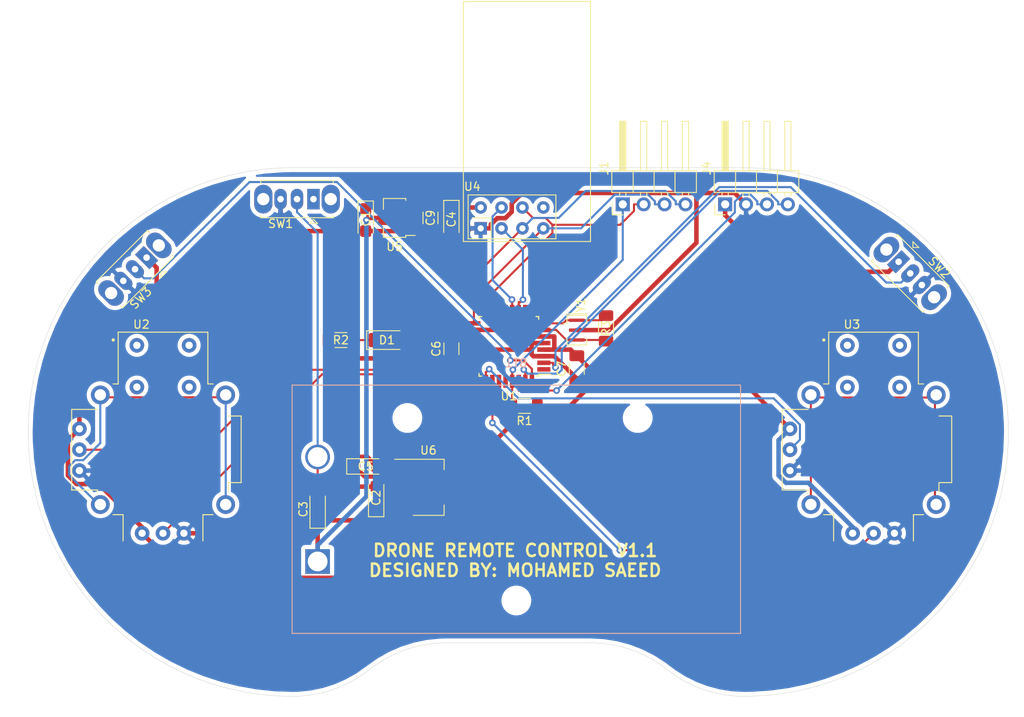
<source format=kicad_pcb>
(kicad_pcb (version 20171130) (host pcbnew "(5.1.10)-1")

  (general
    (thickness 1.6)
    (drawings 11)
    (tracks 309)
    (zones 0)
    (modules 25)
    (nets 41)
  )

  (page A4)
  (layers
    (0 F.Cu signal)
    (31 B.Cu signal)
    (32 B.Adhes user)
    (33 F.Adhes user)
    (34 B.Paste user)
    (35 F.Paste user)
    (36 B.SilkS user)
    (37 F.SilkS user)
    (38 B.Mask user)
    (39 F.Mask user)
    (40 Dwgs.User user)
    (41 Cmts.User user)
    (42 Eco1.User user)
    (43 Eco2.User user)
    (44 Edge.Cuts user)
    (45 Margin user)
    (46 B.CrtYd user)
    (47 F.CrtYd user)
    (48 B.Fab user)
    (49 F.Fab user)
  )

  (setup
    (last_trace_width 0.25)
    (trace_clearance 0.2)
    (zone_clearance 0.508)
    (zone_45_only no)
    (trace_min 0.2)
    (via_size 0.8)
    (via_drill 0.4)
    (via_min_size 0.4)
    (via_min_drill 0.3)
    (uvia_size 0.3)
    (uvia_drill 0.1)
    (uvias_allowed no)
    (uvia_min_size 0.2)
    (uvia_min_drill 0.1)
    (edge_width 0.05)
    (segment_width 0.2)
    (pcb_text_width 0.3)
    (pcb_text_size 1.5 1.5)
    (mod_edge_width 0.12)
    (mod_text_size 1 1)
    (mod_text_width 0.15)
    (pad_size 1.524 1.524)
    (pad_drill 0.762)
    (pad_to_mask_clearance 0)
    (aux_axis_origin 0 0)
    (visible_elements 7FFFFFFF)
    (pcbplotparams
      (layerselection 0x010fc_ffffffff)
      (usegerberextensions false)
      (usegerberattributes true)
      (usegerberadvancedattributes true)
      (creategerberjobfile true)
      (excludeedgelayer true)
      (linewidth 0.100000)
      (plotframeref false)
      (viasonmask false)
      (mode 1)
      (useauxorigin false)
      (hpglpennumber 1)
      (hpglpenspeed 20)
      (hpglpendiameter 15.000000)
      (psnegative false)
      (psa4output false)
      (plotreference true)
      (plotvalue true)
      (plotinvisibletext false)
      (padsonsilk false)
      (subtractmaskfromsilk false)
      (outputformat 1)
      (mirror false)
      (drillshape 0)
      (scaleselection 1)
      (outputdirectory "gerber/"))
  )

  (net 0 "")
  (net 1 "Net-(BT1-Pad2)")
  (net 2 +BATT)
  (net 3 GND)
  (net 4 +3V3)
  (net 5 +5V)
  (net 6 "Net-(U1-Pad23)")
  (net 7 "Net-(U1-Pad24)")
  (net 8 "Net-(U1-Pad25)")
  (net 9 "Net-(U1-Pad26)")
  (net 10 "Net-(U1-Pad13)")
  (net 11 "Net-(U1-Pad27)")
  (net 12 "Net-(U1-Pad28)")
  (net 13 "Net-(U2-PadS1)")
  (net 14 "Net-(U3-PadS1)")
  (net 15 "Net-(SW1-Pad1)")
  (net 16 "Net-(SW2-Pad2)")
  (net 17 "Net-(SW3-Pad2)")
  (net 18 "Net-(U1-Pad11)")
  (net 19 "Net-(U1-Pad12)")
  (net 20 "Net-(U1-Pad14)")
  (net 21 "Net-(U2-PadB1A)")
  (net 22 "Net-(U2-PadB2A)")
  (net 23 "Net-(U3-PadB1A)")
  (net 24 "Net-(U3-PadB2A)")
  (net 25 "Net-(U4-Pad8)")
  (net 26 "Net-(J1-Pad1)")
  (net 27 "Net-(J1-Pad2)")
  (net 28 "Net-(J1-Pad3)")
  (net 29 "Net-(J4-Pad3)")
  (net 30 "Net-(J4-Pad4)")
  (net 31 "Net-(D1-Pad1)")
  (net 32 "Net-(D1-Pad2)")
  (net 33 "Net-(R3-Pad1)")
  (net 34 "Net-(R3-Pad2)")
  (net 35 "Net-(C6-Pad2)")
  (net 36 "Net-(U1-Pad1)")
  (net 37 "Net-(U1-Pad9)")
  (net 38 "Net-(U1-Pad10)")
  (net 39 "Net-(U1-Pad19)")
  (net 40 "Net-(U1-Pad22)")

  (net_class Default "This is the default net class."
    (clearance 0.2)
    (trace_width 0.25)
    (via_dia 0.8)
    (via_drill 0.4)
    (uvia_dia 0.3)
    (uvia_drill 0.1)
    (add_net "Net-(BT1-Pad2)")
    (add_net "Net-(C6-Pad2)")
    (add_net "Net-(D1-Pad1)")
    (add_net "Net-(D1-Pad2)")
    (add_net "Net-(J1-Pad1)")
    (add_net "Net-(J1-Pad2)")
    (add_net "Net-(J1-Pad3)")
    (add_net "Net-(J4-Pad3)")
    (add_net "Net-(J4-Pad4)")
    (add_net "Net-(R3-Pad1)")
    (add_net "Net-(R3-Pad2)")
    (add_net "Net-(SW1-Pad1)")
    (add_net "Net-(SW2-Pad2)")
    (add_net "Net-(SW3-Pad2)")
    (add_net "Net-(U1-Pad1)")
    (add_net "Net-(U1-Pad10)")
    (add_net "Net-(U1-Pad11)")
    (add_net "Net-(U1-Pad12)")
    (add_net "Net-(U1-Pad13)")
    (add_net "Net-(U1-Pad14)")
    (add_net "Net-(U1-Pad19)")
    (add_net "Net-(U1-Pad22)")
    (add_net "Net-(U1-Pad23)")
    (add_net "Net-(U1-Pad24)")
    (add_net "Net-(U1-Pad25)")
    (add_net "Net-(U1-Pad26)")
    (add_net "Net-(U1-Pad27)")
    (add_net "Net-(U1-Pad28)")
    (add_net "Net-(U1-Pad9)")
    (add_net "Net-(U2-PadB1A)")
    (add_net "Net-(U2-PadB2A)")
    (add_net "Net-(U2-PadS1)")
    (add_net "Net-(U3-PadB1A)")
    (add_net "Net-(U3-PadB2A)")
    (add_net "Net-(U3-PadS1)")
    (add_net "Net-(U4-Pad8)")
  )

  (net_class battery ""
    (clearance 0.2)
    (trace_width 0.55)
    (via_dia 0.8)
    (via_drill 0.4)
    (uvia_dia 0.3)
    (uvia_drill 0.1)
    (add_net +3V3)
    (add_net +5V)
    (add_net +BATT)
    (add_net GND)
  )

  (module Battery:BatteryHolder_Eagle_12BH611-GR (layer B.Cu) (tedit 5F4B6D66) (tstamp 65F2DB17)
    (at 117.348 95.377 180)
    (descr https://eu.mouser.com/datasheet/2/209/EPD-200766-1274481.pdf)
    (tags "9V Battery Holder")
    (path /647626C1)
    (fp_text reference BT1 (at -24.13 24.13) (layer B.SilkS)
      (effects (font (size 1 1) (thickness 0.15)) (justify mirror))
    )
    (fp_text value Battery_Cell (at -24.13 -11.43 180) (layer B.Fab)
      (effects (font (size 1 1) (thickness 0.15)) (justify mirror))
    )
    (fp_line (start -51.4 21.45) (end 3.1 21.45) (layer B.SilkS) (width 0.12))
    (fp_line (start 3.1 21.45) (end 3.1 -8.75) (layer B.SilkS) (width 0.12))
    (fp_line (start 3.1 -8.75) (end -51.4 -8.75) (layer B.SilkS) (width 0.12))
    (fp_line (start -51.4 -8.75) (end -51.4 21.45) (layer B.SilkS) (width 0.12))
    (fp_line (start -51.9 21.95) (end 3.6 21.95) (layer B.CrtYd) (width 0.05))
    (fp_line (start 3.6 21.95) (end 3.6 -9.25) (layer B.CrtYd) (width 0.05))
    (fp_line (start 3.6 -9.25) (end -51.9 -9.25) (layer B.CrtYd) (width 0.05))
    (fp_line (start -51.9 -9.25) (end -51.9 21.95) (layer B.CrtYd) (width 0.05))
    (fp_line (start 1.85 -8.75) (end 1.85 21.45) (layer B.Fab) (width 0.1))
    (fp_line (start -2 21.45) (end -2 -8.75) (layer B.Fab) (width 0.1))
    (fp_line (start -2 14.75) (end -4 14.75) (layer B.Fab) (width 0.1))
    (fp_line (start -4 14.75) (end -4 10.65) (layer B.Fab) (width 0.1))
    (fp_line (start -4 10.65) (end -2 10.65) (layer B.Fab) (width 0.1))
    (fp_line (start -2 0.25) (end -4 0.25) (layer B.Fab) (width 0.1))
    (fp_line (start -4 2.55) (end -4 -2.55) (layer B.Fab) (width 0.1))
    (fp_line (start -4 -0.25) (end -2 -0.25) (layer B.Fab) (width 0.1))
    (fp_line (start -4 2.05) (end -2 2.05) (layer B.Fab) (width 0.1))
    (fp_line (start -2 2.55) (end -4 2.55) (layer B.Fab) (width 0.1))
    (fp_line (start -4 -2.55) (end -2 -2.55) (layer B.Fab) (width 0.1))
    (fp_line (start -2 -2.05) (end -4 -2.05) (layer B.Fab) (width 0.1))
    (fp_line (start -2 19.35) (end -27 19.35) (layer B.Fab) (width 0.1))
    (fp_line (start -27 19.35) (end -27 21.45) (layer B.Fab) (width 0.1))
    (fp_line (start -2 -6.65) (end -27 -6.65) (layer B.Fab) (width 0.1))
    (fp_line (start -27 -6.65) (end -27 -8.75) (layer B.Fab) (width 0.1))
    (fp_line (start -51.4 15.35) (end -47 15.35) (layer B.Fab) (width 0.1))
    (fp_line (start -51.4 -2.65) (end -47 -2.65) (layer B.Fab) (width 0.1))
    (fp_line (start -50 -2.65) (end -50 15.35) (layer B.Fab) (width 0.1))
    (fp_line (start -49 -2.65) (end -49 15.35) (layer B.Fab) (width 0.1))
    (fp_line (start -48 -2.65) (end -48 15.35) (layer B.Fab) (width 0.1))
    (fp_line (start -47 -2.65) (end -47 15.35) (layer B.Fab) (width 0.1))
    (fp_line (start -51.4 -8.75) (end -51.4 21.45) (layer B.Fab) (width 0.1))
    (fp_line (start -51.4 21.45) (end 3.1 21.45) (layer B.Fab) (width 0.1))
    (fp_line (start 3.1 -8.75) (end -51.4 -8.75) (layer B.Fab) (width 0.1))
    (fp_line (start 3.1 21.45) (end 3.1 -8.75) (layer B.Fab) (width 0.1))
    (fp_text user + (at -7 0) (layer B.Fab)
      (effects (font (size 3 3) (thickness 0.45)) (justify mirror))
    )
    (fp_text user - (at -7 12.7) (layer B.Fab)
      (effects (font (size 3 3) (thickness 0.45)) (justify mirror))
    )
    (fp_text user %R (at -24.13 6.35 180) (layer B.Fab)
      (effects (font (size 1 1) (thickness 0.15)) (justify mirror))
    )
    (pad 2 thru_hole circle (at 0 12.7 180) (size 3 3) (drill 2.4) (layers *.Cu *.Mask)
      (net 1 "Net-(BT1-Pad2)"))
    (pad 1 thru_hole rect (at 0 0 180) (size 3 3) (drill 2.4) (layers *.Cu *.Mask)
      (net 2 +BATT))
    (pad "" np_thru_hole circle (at -10.9 17.45 180) (size 2.6 2.6) (drill 2.6) (layers *.Cu *.Mask))
    (pad "" np_thru_hole circle (at -38.9 17.45 180) (size 2.6 2.6) (drill 2.6) (layers *.Cu *.Mask))
    (pad "" np_thru_hole circle (at -24.15 -4.75 180) (size 2.6 2.6) (drill 2.6) (layers *.Cu *.Mask))
    (model ${KISYS3DMOD}/Battery.3dshapes/BatteryHolder_Eagle_12BH611-GR.wrl
      (at (xyz 0 0 0))
      (scale (xyz 1 1 1))
      (rotate (xyz 0 0 0))
    )
  )

  (module Button_Switch_THT:SW_Slide_1P2T_CK_OS102011MS2Q (layer F.Cu) (tedit 5C5044D5) (tstamp 65F2EC20)
    (at 96.5591 58.42 225)
    (descr "CuK miniature slide switch, OS series, SPDT, https://www.ckswitches.com/media/1428/os.pdf")
    (tags "switch SPDT")
    (path /65172147)
    (fp_text reference SW3 (at 3.99 -2.99 45) (layer F.SilkS)
      (effects (font (size 1 1) (thickness 0.15)))
    )
    (fp_text value SW_SPDT (at 2 3 45) (layer F.Fab)
      (effects (font (size 1 1) (thickness 0.15)))
    )
    (fp_line (start 0.5 -2.96) (end -0.5 -2.96) (layer F.SilkS) (width 0.12))
    (fp_line (start 0 -2.46) (end 0.5 -2.96) (layer F.SilkS) (width 0.12))
    (fp_line (start -0.5 -2.96) (end 0 -2.46) (layer F.SilkS) (width 0.12))
    (fp_line (start 0 -1.65) (end 0.5 -2.15) (layer F.Fab) (width 0.1))
    (fp_line (start -0.5 -2.15) (end 0 -1.65) (layer F.Fab) (width 0.1))
    (fp_line (start -3.45 2.4) (end -3.45 -2.4) (layer B.CrtYd) (width 0.05))
    (fp_line (start 7.45 2.4) (end -3.45 2.4) (layer B.CrtYd) (width 0.05))
    (fp_line (start 7.45 -2.4) (end 7.45 2.4) (layer B.CrtYd) (width 0.05))
    (fp_line (start -3.45 -2.4) (end 7.45 -2.4) (layer B.CrtYd) (width 0.05))
    (fp_line (start 6.41 2.26) (end 6.41 1.95) (layer F.SilkS) (width 0.12))
    (fp_line (start -2.41 2.26) (end -2.41 1.95) (layer F.SilkS) (width 0.12))
    (fp_line (start -2.41 -1.95) (end -2.41 -2.26) (layer F.SilkS) (width 0.12))
    (fp_line (start 6.41 2.26) (end -2.41 2.26) (layer F.SilkS) (width 0.12))
    (fp_line (start 6.41 -2.26) (end 6.41 -1.95) (layer F.SilkS) (width 0.12))
    (fp_line (start -2.41 -2.26) (end 6.41 -2.26) (layer F.SilkS) (width 0.12))
    (fp_line (start -2.3 -2.15) (end -0.5 -2.15) (layer F.Fab) (width 0.1))
    (fp_line (start 2 -1) (end 2 1) (layer F.Fab) (width 0.1))
    (fp_line (start 1.34 -1) (end 1.34 1) (layer F.Fab) (width 0.1))
    (fp_line (start 0.66 -1) (end 0.66 1) (layer F.Fab) (width 0.1))
    (fp_line (start 0 -1) (end 0 1) (layer F.Fab) (width 0.1))
    (fp_line (start 0 1) (end 4 1) (layer F.Fab) (width 0.1))
    (fp_line (start 4 -1) (end 4 1) (layer F.Fab) (width 0.1))
    (fp_line (start 0 -1) (end 4 -1) (layer F.Fab) (width 0.1))
    (fp_line (start -2.3 2.15) (end -2.3 -2.15) (layer F.Fab) (width 0.1))
    (fp_line (start 6.3 2.15) (end -2.3 2.15) (layer F.Fab) (width 0.1))
    (fp_line (start 6.3 -2.15) (end 6.3 2.15) (layer F.Fab) (width 0.1))
    (fp_line (start 0.5 -2.15) (end 6.3 -2.15) (layer F.Fab) (width 0.1))
    (fp_text user %R (at 3.99 -2.99 45) (layer F.Fab)
      (effects (font (size 1 1) (thickness 0.15)))
    )
    (pad "" thru_hole oval (at 6.1 0 225) (size 2.2 3.5) (drill 1.5) (layers *.Cu *.Mask))
    (pad "" thru_hole oval (at -2.1 0 225) (size 2.2 3.5) (drill 1.5) (layers *.Cu *.Mask))
    (pad 3 thru_hole oval (at 4 0 225) (size 1.5 2.5) (drill 0.8) (layers *.Cu *.Mask)
      (net 3 GND))
    (pad 2 thru_hole oval (at 2 0 225) (size 1.5 2.5) (drill 0.8) (layers *.Cu *.Mask)
      (net 17 "Net-(SW3-Pad2)"))
    (pad 1 thru_hole rect (at 0 0 225) (size 1.5 2.5) (drill 0.8) (layers *.Cu *.Mask)
      (net 5 +5V))
    (model ${KISYS3DMOD}/Button_Switch_THT.3dshapes/SW_Slide_1P2T_CK_OS102011MS2Q.wrl
      (at (xyz 0 0 0))
      (scale (xyz 1 1 1))
      (rotate (xyz 0 0 0))
    )
  )

  (module Button_Switch_THT:SW_Slide_1P2T_CK_OS102011MS2Q (layer F.Cu) (tedit 5C5044D5) (tstamp 65ED3C0E)
    (at 187.96 58.928 315)
    (descr "CuK miniature slide switch, OS series, SPDT, https://www.ckswitches.com/media/1428/os.pdf")
    (tags "switch SPDT")
    (path /65183989)
    (fp_text reference SW2 (at 3.99 -2.99 135) (layer F.SilkS)
      (effects (font (size 1 1) (thickness 0.15)))
    )
    (fp_text value SW_SPDT (at 2 3 135) (layer F.Fab)
      (effects (font (size 1 1) (thickness 0.15)))
    )
    (fp_line (start 0.5 -2.96) (end -0.5 -2.96) (layer F.SilkS) (width 0.12))
    (fp_line (start 0 -2.46) (end 0.5 -2.96) (layer F.SilkS) (width 0.12))
    (fp_line (start -0.5 -2.96) (end 0 -2.46) (layer F.SilkS) (width 0.12))
    (fp_line (start 0 -1.65) (end 0.5 -2.15) (layer F.Fab) (width 0.1))
    (fp_line (start -0.5 -2.15) (end 0 -1.65) (layer F.Fab) (width 0.1))
    (fp_line (start -3.45 2.4) (end -3.45 -2.4) (layer B.CrtYd) (width 0.05))
    (fp_line (start 7.45 2.4) (end -3.45 2.4) (layer B.CrtYd) (width 0.05))
    (fp_line (start 7.45 -2.4) (end 7.45 2.4) (layer B.CrtYd) (width 0.05))
    (fp_line (start -3.45 -2.4) (end 7.45 -2.4) (layer B.CrtYd) (width 0.05))
    (fp_line (start 6.41 2.26) (end 6.41 1.95) (layer F.SilkS) (width 0.12))
    (fp_line (start -2.41 2.26) (end -2.41 1.95) (layer F.SilkS) (width 0.12))
    (fp_line (start -2.41 -1.95) (end -2.41 -2.26) (layer F.SilkS) (width 0.12))
    (fp_line (start 6.41 2.26) (end -2.41 2.26) (layer F.SilkS) (width 0.12))
    (fp_line (start 6.41 -2.26) (end 6.41 -1.95) (layer F.SilkS) (width 0.12))
    (fp_line (start -2.41 -2.26) (end 6.41 -2.26) (layer F.SilkS) (width 0.12))
    (fp_line (start -2.3 -2.15) (end -0.5 -2.15) (layer F.Fab) (width 0.1))
    (fp_line (start 2 -1) (end 2 1) (layer F.Fab) (width 0.1))
    (fp_line (start 1.34 -1) (end 1.34 1) (layer F.Fab) (width 0.1))
    (fp_line (start 0.66 -1) (end 0.66 1) (layer F.Fab) (width 0.1))
    (fp_line (start 0 -1) (end 0 1) (layer F.Fab) (width 0.1))
    (fp_line (start 0 1) (end 4 1) (layer F.Fab) (width 0.1))
    (fp_line (start 4 -1) (end 4 1) (layer F.Fab) (width 0.1))
    (fp_line (start 0 -1) (end 4 -1) (layer F.Fab) (width 0.1))
    (fp_line (start -2.3 2.15) (end -2.3 -2.15) (layer F.Fab) (width 0.1))
    (fp_line (start 6.3 2.15) (end -2.3 2.15) (layer F.Fab) (width 0.1))
    (fp_line (start 6.3 -2.15) (end 6.3 2.15) (layer F.Fab) (width 0.1))
    (fp_line (start 0.5 -2.15) (end 6.3 -2.15) (layer F.Fab) (width 0.1))
    (fp_text user %R (at 3.99 -2.99 135) (layer F.Fab)
      (effects (font (size 1 1) (thickness 0.15)))
    )
    (pad "" thru_hole oval (at 6.1 0 315) (size 2.2 3.5) (drill 1.5) (layers *.Cu *.Mask))
    (pad "" thru_hole oval (at -2.1 0 315) (size 2.2 3.5) (drill 1.5) (layers *.Cu *.Mask))
    (pad 3 thru_hole oval (at 4 0 315) (size 1.5 2.5) (drill 0.8) (layers *.Cu *.Mask)
      (net 3 GND))
    (pad 2 thru_hole oval (at 2 0 315) (size 1.5 2.5) (drill 0.8) (layers *.Cu *.Mask)
      (net 16 "Net-(SW2-Pad2)"))
    (pad 1 thru_hole rect (at 0 0 315) (size 1.5 2.5) (drill 0.8) (layers *.Cu *.Mask)
      (net 5 +5V))
    (model ${KISYS3DMOD}/Button_Switch_THT.3dshapes/SW_Slide_1P2T_CK_OS102011MS2Q.wrl
      (at (xyz 0 0 0))
      (scale (xyz 1 1 1))
      (rotate (xyz 0 0 0))
    )
  )

  (module XDCR_COM-09032 (layer F.Cu) (tedit 646D9944) (tstamp 65F2D628)
    (at 98.552 81.788)
    (path /646DCB29)
    (fp_text reference U2 (at -2.625 -15.235) (layer F.SilkS)
      (effects (font (size 1 1) (thickness 0.15)))
    )
    (fp_text value COM-09032 (at 3.09 14.265) (layer F.Fab)
      (effects (font (size 1 1) (thickness 0.15)))
    )
    (fp_circle (center -6.05 -13.35) (end -5.95 -13.35) (layer F.SilkS) (width 0.2))
    (fp_circle (center -6.05 -13.35) (end -5.95 -13.35) (layer F.Fab) (width 0.2))
    (fp_line (start 5.7 -14.6) (end 5.7 -12.35) (layer F.CrtYd) (width 0.05))
    (fp_line (start -5.8 -14.6) (end 5.7 -14.6) (layer F.CrtYd) (width 0.05))
    (fp_line (start -5.8 -12.35) (end -5.8 -14.6) (layer F.CrtYd) (width 0.05))
    (fp_line (start -11.1 -4.9) (end -7.95 -4.9) (layer F.SilkS) (width 0.127))
    (fp_line (start -11.1 4.9) (end -11.1 -4.9) (layer F.SilkS) (width 0.127))
    (fp_line (start -7.95 4.9) (end -11.1 4.9) (layer F.SilkS) (width 0.127))
    (fp_line (start -7.95 5.17) (end -7.95 4.9) (layer F.SilkS) (width 0.127))
    (fp_line (start -4.85 7.9) (end -6.07 7.9) (layer F.SilkS) (width 0.127))
    (fp_line (start -4.85 11.1) (end -4.85 7.9) (layer F.SilkS) (width 0.127))
    (fp_line (start 4.85 7.9) (end 4.85 11.1) (layer F.SilkS) (width 0.127))
    (fp_line (start 6.08 7.9) (end 4.85 7.9) (layer F.SilkS) (width 0.127))
    (fp_line (start 7.95 4) (end 7.95 5.12) (layer F.SilkS) (width 0.127))
    (fp_line (start 9.5 4) (end 7.95 4) (layer F.SilkS) (width 0.127))
    (fp_line (start 9.5 -4.1) (end 9.5 4) (layer F.SilkS) (width 0.127))
    (fp_line (start 7.95 -4.1) (end 9.5 -4.1) (layer F.SilkS) (width 0.127))
    (fp_line (start 5.45 -8) (end 6.08 -8) (layer F.SilkS) (width 0.127))
    (fp_line (start 5.45 -14.3) (end 5.45 -8) (layer F.SilkS) (width 0.127))
    (fp_line (start -5.45 -14.3) (end 5.45 -14.3) (layer F.SilkS) (width 0.127))
    (fp_line (start -5.45 -8) (end -5.45 -14.3) (layer F.SilkS) (width 0.127))
    (fp_line (start -6.07 -8) (end -5.45 -8) (layer F.SilkS) (width 0.127))
    (fp_line (start -7.95 4.9) (end -7.95 7.9) (layer F.Fab) (width 0.127))
    (fp_line (start -7.95 -4.9) (end -7.95 -8) (layer F.Fab) (width 0.127))
    (fp_line (start -11.1 -4.9) (end -11.1 4.9) (layer F.Fab) (width 0.127))
    (fp_line (start -7.95 4.9) (end -11.1 4.9) (layer F.Fab) (width 0.127))
    (fp_line (start -7.95 -4.9) (end -11.1 -4.9) (layer F.Fab) (width 0.127))
    (fp_line (start -5.45 -14.3) (end -5.45 -8) (layer F.Fab) (width 0.127))
    (fp_line (start 5.45 -14.3) (end 5.45 -8) (layer F.Fab) (width 0.127))
    (fp_line (start -5.45 -8) (end -7.95 -8) (layer F.Fab) (width 0.127))
    (fp_line (start 7.95 -8) (end 5.45 -8) (layer F.Fab) (width 0.127))
    (fp_line (start 7.95 4) (end 9.5 4) (layer F.Fab) (width 0.127))
    (fp_line (start 7.95 -4.1) (end 9.5 -4.1) (layer F.Fab) (width 0.127))
    (fp_line (start 7.95 4) (end 7.95 7.9) (layer F.Fab) (width 0.127))
    (fp_line (start 7.95 -4.1) (end 7.95 -8) (layer F.Fab) (width 0.127))
    (fp_line (start 9.5 -4.1) (end 9.5 4) (layer F.Fab) (width 0.127))
    (fp_line (start -4.85 7.9) (end -7.95 7.9) (layer F.Fab) (width 0.127))
    (fp_line (start 4.85 7.9) (end 7.95 7.9) (layer F.Fab) (width 0.127))
    (fp_line (start -4.85 11.1) (end -4.85 7.9) (layer F.Fab) (width 0.127))
    (fp_line (start 4.85 11.1) (end 4.85 7.9) (layer F.Fab) (width 0.127))
    (fp_line (start 4.85 11.1) (end -4.85 11.1) (layer F.Fab) (width 0.127))
    (fp_line (start 5.45 -14.3) (end -5.45 -14.3) (layer F.Fab) (width 0.127))
    (fp_arc (start 0 -0.062154) (end 5.45 -12.15) (angle 311.462) (layer F.Fab) (width 0.127))
    (fp_arc (start -0.05 -0.097339) (end -5.8 -12.35) (angle -309.72) (layer F.CrtYd) (width 0.05))
    (pad B1A thru_hole circle (at -3.175 -12.7) (size 1.778 1.778) (drill 0.9) (layers *.Cu *.Mask)
      (net 21 "Net-(U2-PadB1A)"))
    (pad B1B thru_hole circle (at 3.175 -12.7) (size 1.778 1.778) (drill 0.9) (layers *.Cu *.Mask))
    (pad B2A thru_hole circle (at -3.175 -7.62) (size 1.778 1.778) (drill 0.9) (layers *.Cu *.Mask)
      (net 22 "Net-(U2-PadB2A)"))
    (pad B2B thru_hole circle (at 3.175 -7.62) (size 1.778 1.778) (drill 0.9) (layers *.Cu *.Mask))
    (pad H1 thru_hole circle (at -2.54 10.16) (size 1.778 1.778) (drill 0.889) (layers *.Cu *.Mask)
      (net 5 +5V))
    (pad H2 thru_hole circle (at 0 10.16) (size 1.778 1.778) (drill 0.889) (layers *.Cu *.Mask)
      (net 7 "Net-(U1-Pad24)"))
    (pad H3 thru_hole circle (at 2.54 10.16) (size 1.778 1.778) (drill 0.889) (layers *.Cu *.Mask)
      (net 3 GND))
    (pad S1 thru_hole circle (at -7.62 -6.6675) (size 2.286 2.286) (drill 1.397) (layers *.Cu *.Mask)
      (net 13 "Net-(U2-PadS1)"))
    (pad S2 thru_hole circle (at -7.62 6.6675) (size 2.286 2.286) (drill 1.397) (layers *.Cu *.Mask)
      (net 13 "Net-(U2-PadS1)"))
    (pad S3 thru_hole circle (at 7.62 6.6675) (size 2.286 2.286) (drill 1.397) (layers *.Cu *.Mask)
      (net 13 "Net-(U2-PadS1)"))
    (pad S4 thru_hole circle (at 7.62 -6.6675) (size 2.286 2.286) (drill 1.397) (layers *.Cu *.Mask)
      (net 13 "Net-(U2-PadS1)"))
    (pad V1 thru_hole circle (at -10.16 -2.54) (size 1.778 1.778) (drill 0.889) (layers *.Cu *.Mask)
      (net 5 +5V))
    (pad V2 thru_hole circle (at -10.16 0) (size 1.778 1.778) (drill 0.889) (layers *.Cu *.Mask)
      (net 6 "Net-(U1-Pad23)"))
    (pad V3 thru_hole circle (at -10.16 2.54) (size 1.778 1.778) (drill 0.889) (layers *.Cu *.Mask)
      (net 3 GND))
    (model ${KISYS3DMOD}/COM-09032/COM-09032.step
      (offset (xyz 0 0.5 0))
      (scale (xyz 1 1 1))
      (rotate (xyz -90 0 0))
    )
  )

  (module XDCR_COM-09032 (layer F.Cu) (tedit 646D9944) (tstamp 65F2D9BD)
    (at 184.912 81.788)
    (path /646DDC40)
    (fp_text reference U3 (at -2.625 -15.235) (layer F.SilkS)
      (effects (font (size 1 1) (thickness 0.15)))
    )
    (fp_text value COM-09032 (at 3.09 14.265) (layer F.Fab)
      (effects (font (size 1 1) (thickness 0.15)))
    )
    (fp_circle (center -6.05 -13.35) (end -5.95 -13.35) (layer F.SilkS) (width 0.2))
    (fp_circle (center -6.05 -13.35) (end -5.95 -13.35) (layer F.Fab) (width 0.2))
    (fp_line (start 5.7 -14.6) (end 5.7 -12.35) (layer F.CrtYd) (width 0.05))
    (fp_line (start -5.8 -14.6) (end 5.7 -14.6) (layer F.CrtYd) (width 0.05))
    (fp_line (start -5.8 -12.35) (end -5.8 -14.6) (layer F.CrtYd) (width 0.05))
    (fp_line (start -11.1 -4.9) (end -7.95 -4.9) (layer F.SilkS) (width 0.127))
    (fp_line (start -11.1 4.9) (end -11.1 -4.9) (layer F.SilkS) (width 0.127))
    (fp_line (start -7.95 4.9) (end -11.1 4.9) (layer F.SilkS) (width 0.127))
    (fp_line (start -7.95 5.17) (end -7.95 4.9) (layer F.SilkS) (width 0.127))
    (fp_line (start -4.85 7.9) (end -6.07 7.9) (layer F.SilkS) (width 0.127))
    (fp_line (start -4.85 11.1) (end -4.85 7.9) (layer F.SilkS) (width 0.127))
    (fp_line (start 4.85 7.9) (end 4.85 11.1) (layer F.SilkS) (width 0.127))
    (fp_line (start 6.08 7.9) (end 4.85 7.9) (layer F.SilkS) (width 0.127))
    (fp_line (start 7.95 4) (end 7.95 5.12) (layer F.SilkS) (width 0.127))
    (fp_line (start 9.5 4) (end 7.95 4) (layer F.SilkS) (width 0.127))
    (fp_line (start 9.5 -4.1) (end 9.5 4) (layer F.SilkS) (width 0.127))
    (fp_line (start 7.95 -4.1) (end 9.5 -4.1) (layer F.SilkS) (width 0.127))
    (fp_line (start 5.45 -8) (end 6.08 -8) (layer F.SilkS) (width 0.127))
    (fp_line (start 5.45 -14.3) (end 5.45 -8) (layer F.SilkS) (width 0.127))
    (fp_line (start -5.45 -14.3) (end 5.45 -14.3) (layer F.SilkS) (width 0.127))
    (fp_line (start -5.45 -8) (end -5.45 -14.3) (layer F.SilkS) (width 0.127))
    (fp_line (start -6.07 -8) (end -5.45 -8) (layer F.SilkS) (width 0.127))
    (fp_line (start -7.95 4.9) (end -7.95 7.9) (layer F.Fab) (width 0.127))
    (fp_line (start -7.95 -4.9) (end -7.95 -8) (layer F.Fab) (width 0.127))
    (fp_line (start -11.1 -4.9) (end -11.1 4.9) (layer F.Fab) (width 0.127))
    (fp_line (start -7.95 4.9) (end -11.1 4.9) (layer F.Fab) (width 0.127))
    (fp_line (start -7.95 -4.9) (end -11.1 -4.9) (layer F.Fab) (width 0.127))
    (fp_line (start -5.45 -14.3) (end -5.45 -8) (layer F.Fab) (width 0.127))
    (fp_line (start 5.45 -14.3) (end 5.45 -8) (layer F.Fab) (width 0.127))
    (fp_line (start -5.45 -8) (end -7.95 -8) (layer F.Fab) (width 0.127))
    (fp_line (start 7.95 -8) (end 5.45 -8) (layer F.Fab) (width 0.127))
    (fp_line (start 7.95 4) (end 9.5 4) (layer F.Fab) (width 0.127))
    (fp_line (start 7.95 -4.1) (end 9.5 -4.1) (layer F.Fab) (width 0.127))
    (fp_line (start 7.95 4) (end 7.95 7.9) (layer F.Fab) (width 0.127))
    (fp_line (start 7.95 -4.1) (end 7.95 -8) (layer F.Fab) (width 0.127))
    (fp_line (start 9.5 -4.1) (end 9.5 4) (layer F.Fab) (width 0.127))
    (fp_line (start -4.85 7.9) (end -7.95 7.9) (layer F.Fab) (width 0.127))
    (fp_line (start 4.85 7.9) (end 7.95 7.9) (layer F.Fab) (width 0.127))
    (fp_line (start -4.85 11.1) (end -4.85 7.9) (layer F.Fab) (width 0.127))
    (fp_line (start 4.85 11.1) (end 4.85 7.9) (layer F.Fab) (width 0.127))
    (fp_line (start 4.85 11.1) (end -4.85 11.1) (layer F.Fab) (width 0.127))
    (fp_line (start 5.45 -14.3) (end -5.45 -14.3) (layer F.Fab) (width 0.127))
    (fp_arc (start 0 -0.062154) (end 5.45 -12.15) (angle 311.462) (layer F.Fab) (width 0.127))
    (fp_arc (start -0.05 -0.097339) (end -5.8 -12.35) (angle -309.72) (layer F.CrtYd) (width 0.05))
    (pad B1A thru_hole circle (at -3.175 -12.7) (size 1.778 1.778) (drill 0.9) (layers *.Cu *.Mask)
      (net 23 "Net-(U3-PadB1A)"))
    (pad B1B thru_hole circle (at 3.175 -12.7) (size 1.778 1.778) (drill 0.9) (layers *.Cu *.Mask))
    (pad B2A thru_hole circle (at -3.175 -7.62) (size 1.778 1.778) (drill 0.9) (layers *.Cu *.Mask)
      (net 24 "Net-(U3-PadB2A)"))
    (pad B2B thru_hole circle (at 3.175 -7.62) (size 1.778 1.778) (drill 0.9) (layers *.Cu *.Mask))
    (pad H1 thru_hole circle (at -2.54 10.16) (size 1.778 1.778) (drill 0.889) (layers *.Cu *.Mask)
      (net 5 +5V))
    (pad H2 thru_hole circle (at 0 10.16) (size 1.778 1.778) (drill 0.889) (layers *.Cu *.Mask)
      (net 9 "Net-(U1-Pad26)"))
    (pad H3 thru_hole circle (at 2.54 10.16) (size 1.778 1.778) (drill 0.889) (layers *.Cu *.Mask)
      (net 3 GND))
    (pad S1 thru_hole circle (at -7.62 -6.6675) (size 2.286 2.286) (drill 1.397) (layers *.Cu *.Mask)
      (net 14 "Net-(U3-PadS1)"))
    (pad S2 thru_hole circle (at -7.62 6.6675) (size 2.286 2.286) (drill 1.397) (layers *.Cu *.Mask)
      (net 14 "Net-(U3-PadS1)"))
    (pad S3 thru_hole circle (at 7.62 6.6675) (size 2.286 2.286) (drill 1.397) (layers *.Cu *.Mask)
      (net 14 "Net-(U3-PadS1)"))
    (pad S4 thru_hole circle (at 7.62 -6.6675) (size 2.286 2.286) (drill 1.397) (layers *.Cu *.Mask)
      (net 14 "Net-(U3-PadS1)"))
    (pad V1 thru_hole circle (at -10.16 -2.54) (size 1.778 1.778) (drill 0.889) (layers *.Cu *.Mask)
      (net 5 +5V))
    (pad V2 thru_hole circle (at -10.16 0) (size 1.778 1.778) (drill 0.889) (layers *.Cu *.Mask)
      (net 8 "Net-(U1-Pad25)"))
    (pad V3 thru_hole circle (at -10.16 2.54) (size 1.778 1.778) (drill 0.889) (layers *.Cu *.Mask)
      (net 3 GND))
    (model ${KISYS3DMOD}/COM-09032/COM-09032.step
      (offset (xyz 0 0.5 0))
      (scale (xyz 1 1 1))
      (rotate (xyz -90 0 0))
    )
  )

  (module RF_Module:nRF24L01_Breakout (layer F.Cu) (tedit 5A056C61) (tstamp 65ED49DB)
    (at 137.16 54.864 90)
    (descr "nRF24L01 breakout board")
    (tags "nRF24L01 adapter breakout")
    (path /646DAFA8)
    (fp_text reference U4 (at 5.08 -1.016) (layer F.SilkS)
      (effects (font (size 1 1) (thickness 0.15)))
    )
    (fp_text value NRF24L01_Breakout (at 13 5 90) (layer F.Fab)
      (effects (font (size 1 1) (thickness 0.15)))
    )
    (fp_line (start 27.75 -2.25) (end 27.75 -2.25) (layer F.CrtYd) (width 0.05))
    (fp_line (start 27.75 13.5) (end 27.75 -2.25) (layer F.CrtYd) (width 0.05))
    (fp_line (start -1.75 13.5) (end 27.75 13.5) (layer F.CrtYd) (width 0.05))
    (fp_line (start -1.75 -2.25) (end -1.75 13.5) (layer F.CrtYd) (width 0.05))
    (fp_line (start 27.75 -2.25) (end -1.75 -2.25) (layer F.CrtYd) (width 0.05))
    (fp_line (start -1.27 -1.524) (end -1.27 -1.524) (layer F.SilkS) (width 0.12))
    (fp_line (start -1.27 9.144) (end -1.27 -1.524) (layer F.SilkS) (width 0.12))
    (fp_line (start -1.6 -2.1) (end -1.6 -2.1) (layer F.SilkS) (width 0.12))
    (fp_line (start -1.6 13.35) (end -1.6 -2.1) (layer F.SilkS) (width 0.12))
    (fp_line (start 27.6 13.35) (end -1.6 13.35) (layer F.SilkS) (width 0.12))
    (fp_line (start 27.6 -2.1) (end 27.6 13.35) (layer F.SilkS) (width 0.12))
    (fp_line (start -1.6 -2.1) (end 27.6 -2.1) (layer F.SilkS) (width 0.12))
    (fp_line (start -1.016 1.27) (end -1.016 1.27) (layer F.SilkS) (width 0.12))
    (fp_line (start 1.27 1.27) (end -1.016 1.27) (layer F.SilkS) (width 0.12))
    (fp_line (start 1.27 -1.016) (end 1.27 1.27) (layer F.SilkS) (width 0.12))
    (fp_line (start -1.27 9.144) (end -1.27 9.144) (layer F.SilkS) (width 0.12))
    (fp_line (start 4.064 9.144) (end -1.27 9.144) (layer F.SilkS) (width 0.12))
    (fp_line (start 4.064 -1.524) (end 4.064 9.144) (layer F.SilkS) (width 0.12))
    (fp_line (start -1.27 -1.524) (end 4.064 -1.524) (layer F.SilkS) (width 0.12))
    (fp_line (start -1.27 -1.27) (end -1.27 -1.27) (layer F.Fab) (width 0.1))
    (fp_line (start -1.27 8.89) (end -1.27 -1.27) (layer F.Fab) (width 0.1))
    (fp_line (start 3.81 8.89) (end -1.27 8.89) (layer F.Fab) (width 0.1))
    (fp_line (start 3.81 -1.27) (end 3.81 8.89) (layer F.Fab) (width 0.1))
    (fp_line (start -1.27 -1.27) (end 3.81 -1.27) (layer F.Fab) (width 0.1))
    (fp_line (start -1.5 -2) (end -1.5 -2) (layer F.Fab) (width 0.1))
    (fp_line (start -1.5 13.25) (end -1.5 -2) (layer F.Fab) (width 0.1))
    (fp_line (start 27.5 13.25) (end -1.5 13.25) (layer F.Fab) (width 0.1))
    (fp_line (start 27.5 -2) (end 27.5 13.25) (layer F.Fab) (width 0.1))
    (fp_line (start -1.5 -2) (end 27.5 -2) (layer F.Fab) (width 0.1))
    (fp_text user %R (at 12.5 2.5 90) (layer F.Fab)
      (effects (font (size 1 1) (thickness 0.15)))
    )
    (pad 1 thru_hole rect (at 0 0 90) (size 1.524 1.524) (drill 0.762) (layers *.Cu *.Mask)
      (net 3 GND))
    (pad 2 thru_hole circle (at 2.54 0 90) (size 1.524 1.524) (drill 0.762) (layers *.Cu *.Mask)
      (net 4 +3V3))
    (pad 3 thru_hole circle (at 0 2.54 90) (size 1.524 1.524) (drill 0.762) (layers *.Cu *.Mask)
      (net 18 "Net-(U1-Pad11)"))
    (pad 4 thru_hole circle (at 2.54 2.54 90) (size 1.524 1.524) (drill 0.762) (layers *.Cu *.Mask)
      (net 19 "Net-(U1-Pad12)"))
    (pad 5 thru_hole circle (at 0 5.08 90) (size 1.524 1.524) (drill 0.762) (layers *.Cu *.Mask)
      (net 32 "Net-(D1-Pad2)"))
    (pad 6 thru_hole circle (at 2.54 5.08 90) (size 1.524 1.524) (drill 0.762) (layers *.Cu *.Mask)
      (net 27 "Net-(J1-Pad2)"))
    (pad 7 thru_hole circle (at 0 7.62 90) (size 1.524 1.524) (drill 0.762) (layers *.Cu *.Mask)
      (net 28 "Net-(J1-Pad3)"))
    (pad 8 thru_hole circle (at 2.54 7.62 90) (size 1.524 1.524) (drill 0.762) (layers *.Cu *.Mask)
      (net 25 "Net-(U4-Pad8)"))
    (model ${KISYS3DMOD}/RF_Module.3dshapes/nRF24L01_Breakout.wrl
      (at (xyz 0 0 0))
      (scale (xyz 1 1 1))
      (rotate (xyz 0 0 0))
    )
    (model "${KISYS3DMOD}/NRF24L01 model/Wireless Radio Transmitter and Receiver nRF24L01.IGS"
      (offset (xyz 13 -6 3))
      (scale (xyz 1 1 1))
      (rotate (xyz -90 0 0))
    )
  )

  (module Button_Switch_THT:SW_Slide_1P2T_CK_OS102011MS2Q (layer F.Cu) (tedit 5C5044D5) (tstamp 64C50EB0)
    (at 116.84 51.308 180)
    (descr "CuK miniature slide switch, OS series, SPDT, https://www.ckswitches.com/media/1428/os.pdf")
    (tags "switch SPDT")
    (path /6473E64C)
    (fp_text reference SW1 (at 3.99 -2.99) (layer F.SilkS)
      (effects (font (size 1 1) (thickness 0.15)))
    )
    (fp_text value SW_SPDT (at 2 3) (layer F.Fab)
      (effects (font (size 1 1) (thickness 0.15)))
    )
    (fp_line (start 0.5 -2.15) (end 6.3 -2.15) (layer F.Fab) (width 0.1))
    (fp_line (start 6.3 -2.15) (end 6.3 2.15) (layer F.Fab) (width 0.1))
    (fp_line (start 6.3 2.15) (end -2.3 2.15) (layer F.Fab) (width 0.1))
    (fp_line (start -2.3 2.15) (end -2.3 -2.15) (layer F.Fab) (width 0.1))
    (fp_line (start 0 -1) (end 4 -1) (layer F.Fab) (width 0.1))
    (fp_line (start 4 -1) (end 4 1) (layer F.Fab) (width 0.1))
    (fp_line (start 0 1) (end 4 1) (layer F.Fab) (width 0.1))
    (fp_line (start 0 -1) (end 0 1) (layer F.Fab) (width 0.1))
    (fp_line (start 0.66 -1) (end 0.66 1) (layer F.Fab) (width 0.1))
    (fp_line (start 1.34 -1) (end 1.34 1) (layer F.Fab) (width 0.1))
    (fp_line (start 2 -1) (end 2 1) (layer F.Fab) (width 0.1))
    (fp_line (start -2.3 -2.15) (end -0.5 -2.15) (layer F.Fab) (width 0.1))
    (fp_line (start -2.41 -2.26) (end 6.41 -2.26) (layer F.SilkS) (width 0.12))
    (fp_line (start 6.41 -2.26) (end 6.41 -1.95) (layer F.SilkS) (width 0.12))
    (fp_line (start 6.41 2.26) (end -2.41 2.26) (layer F.SilkS) (width 0.12))
    (fp_line (start -2.41 -1.95) (end -2.41 -2.26) (layer F.SilkS) (width 0.12))
    (fp_line (start -2.41 2.26) (end -2.41 1.95) (layer F.SilkS) (width 0.12))
    (fp_line (start 6.41 2.26) (end 6.41 1.95) (layer F.SilkS) (width 0.12))
    (fp_line (start -3.45 -2.4) (end 7.45 -2.4) (layer B.CrtYd) (width 0.05))
    (fp_line (start 7.45 -2.4) (end 7.45 2.4) (layer B.CrtYd) (width 0.05))
    (fp_line (start 7.45 2.4) (end -3.45 2.4) (layer B.CrtYd) (width 0.05))
    (fp_line (start -3.45 2.4) (end -3.45 -2.4) (layer B.CrtYd) (width 0.05))
    (fp_line (start -0.5 -2.15) (end 0 -1.65) (layer F.Fab) (width 0.1))
    (fp_line (start 0 -1.65) (end 0.5 -2.15) (layer F.Fab) (width 0.1))
    (fp_line (start -0.5 -2.96) (end 0 -2.46) (layer F.SilkS) (width 0.12))
    (fp_line (start 0 -2.46) (end 0.5 -2.96) (layer F.SilkS) (width 0.12))
    (fp_line (start 0.5 -2.96) (end -0.5 -2.96) (layer F.SilkS) (width 0.12))
    (fp_text user %R (at 3.99 -2.99) (layer F.Fab)
      (effects (font (size 1 1) (thickness 0.15)))
    )
    (pad 1 thru_hole rect (at 0 0 180) (size 1.5 2.5) (drill 0.8) (layers *.Cu *.Mask)
      (net 15 "Net-(SW1-Pad1)"))
    (pad 2 thru_hole oval (at 2 0 180) (size 1.5 2.5) (drill 0.8) (layers *.Cu *.Mask)
      (net 1 "Net-(BT1-Pad2)"))
    (pad 3 thru_hole oval (at 4 0 180) (size 1.5 2.5) (drill 0.8) (layers *.Cu *.Mask)
      (net 3 GND))
    (pad "" thru_hole oval (at -2.1 0 180) (size 2.2 3.5) (drill 1.5) (layers *.Cu *.Mask))
    (pad "" thru_hole oval (at 6.1 0 180) (size 2.2 3.5) (drill 1.5) (layers *.Cu *.Mask))
    (model ${KISYS3DMOD}/Button_Switch_THT.3dshapes/SW_Slide_1P2T_CK_OS102011MS2Q.wrl
      (at (xyz 0 0 0))
      (scale (xyz 1 1 1))
      (rotate (xyz 0 0 0))
    )
  )

  (module Connector_PinHeader_2.54mm:PinHeader_1x04_P2.54mm_Horizontal (layer F.Cu) (tedit 59FED5CB) (tstamp 651AA23F)
    (at 154.432 51.943 90)
    (descr "Through hole angled pin header, 1x04, 2.54mm pitch, 6mm pin length, single row")
    (tags "Through hole angled pin header THT 1x04 2.54mm single row")
    (path /6513CD32)
    (fp_text reference J1 (at 4.385 -2.27 90) (layer F.SilkS)
      (effects (font (size 1 1) (thickness 0.15)))
    )
    (fp_text value Conn_01x04_Female (at 4.385 9.89 90) (layer F.Fab)
      (effects (font (size 1 1) (thickness 0.15)))
    )
    (fp_line (start 2.135 -1.27) (end 4.04 -1.27) (layer F.Fab) (width 0.1))
    (fp_line (start 4.04 -1.27) (end 4.04 8.89) (layer F.Fab) (width 0.1))
    (fp_line (start 4.04 8.89) (end 1.5 8.89) (layer F.Fab) (width 0.1))
    (fp_line (start 1.5 8.89) (end 1.5 -0.635) (layer F.Fab) (width 0.1))
    (fp_line (start 1.5 -0.635) (end 2.135 -1.27) (layer F.Fab) (width 0.1))
    (fp_line (start -0.32 -0.32) (end 1.5 -0.32) (layer F.Fab) (width 0.1))
    (fp_line (start -0.32 -0.32) (end -0.32 0.32) (layer F.Fab) (width 0.1))
    (fp_line (start -0.32 0.32) (end 1.5 0.32) (layer F.Fab) (width 0.1))
    (fp_line (start 4.04 -0.32) (end 10.04 -0.32) (layer F.Fab) (width 0.1))
    (fp_line (start 10.04 -0.32) (end 10.04 0.32) (layer F.Fab) (width 0.1))
    (fp_line (start 4.04 0.32) (end 10.04 0.32) (layer F.Fab) (width 0.1))
    (fp_line (start -0.32 2.22) (end 1.5 2.22) (layer F.Fab) (width 0.1))
    (fp_line (start -0.32 2.22) (end -0.32 2.86) (layer F.Fab) (width 0.1))
    (fp_line (start -0.32 2.86) (end 1.5 2.86) (layer F.Fab) (width 0.1))
    (fp_line (start 4.04 2.22) (end 10.04 2.22) (layer F.Fab) (width 0.1))
    (fp_line (start 10.04 2.22) (end 10.04 2.86) (layer F.Fab) (width 0.1))
    (fp_line (start 4.04 2.86) (end 10.04 2.86) (layer F.Fab) (width 0.1))
    (fp_line (start -0.32 4.76) (end 1.5 4.76) (layer F.Fab) (width 0.1))
    (fp_line (start -0.32 4.76) (end -0.32 5.4) (layer F.Fab) (width 0.1))
    (fp_line (start -0.32 5.4) (end 1.5 5.4) (layer F.Fab) (width 0.1))
    (fp_line (start 4.04 4.76) (end 10.04 4.76) (layer F.Fab) (width 0.1))
    (fp_line (start 10.04 4.76) (end 10.04 5.4) (layer F.Fab) (width 0.1))
    (fp_line (start 4.04 5.4) (end 10.04 5.4) (layer F.Fab) (width 0.1))
    (fp_line (start -0.32 7.3) (end 1.5 7.3) (layer F.Fab) (width 0.1))
    (fp_line (start -0.32 7.3) (end -0.32 7.94) (layer F.Fab) (width 0.1))
    (fp_line (start -0.32 7.94) (end 1.5 7.94) (layer F.Fab) (width 0.1))
    (fp_line (start 4.04 7.3) (end 10.04 7.3) (layer F.Fab) (width 0.1))
    (fp_line (start 10.04 7.3) (end 10.04 7.94) (layer F.Fab) (width 0.1))
    (fp_line (start 4.04 7.94) (end 10.04 7.94) (layer F.Fab) (width 0.1))
    (fp_line (start 1.44 -1.33) (end 1.44 8.95) (layer F.SilkS) (width 0.12))
    (fp_line (start 1.44 8.95) (end 4.1 8.95) (layer F.SilkS) (width 0.12))
    (fp_line (start 4.1 8.95) (end 4.1 -1.33) (layer F.SilkS) (width 0.12))
    (fp_line (start 4.1 -1.33) (end 1.44 -1.33) (layer F.SilkS) (width 0.12))
    (fp_line (start 4.1 -0.38) (end 10.1 -0.38) (layer F.SilkS) (width 0.12))
    (fp_line (start 10.1 -0.38) (end 10.1 0.38) (layer F.SilkS) (width 0.12))
    (fp_line (start 10.1 0.38) (end 4.1 0.38) (layer F.SilkS) (width 0.12))
    (fp_line (start 4.1 -0.32) (end 10.1 -0.32) (layer F.SilkS) (width 0.12))
    (fp_line (start 4.1 -0.2) (end 10.1 -0.2) (layer F.SilkS) (width 0.12))
    (fp_line (start 4.1 -0.08) (end 10.1 -0.08) (layer F.SilkS) (width 0.12))
    (fp_line (start 4.1 0.04) (end 10.1 0.04) (layer F.SilkS) (width 0.12))
    (fp_line (start 4.1 0.16) (end 10.1 0.16) (layer F.SilkS) (width 0.12))
    (fp_line (start 4.1 0.28) (end 10.1 0.28) (layer F.SilkS) (width 0.12))
    (fp_line (start 1.11 -0.38) (end 1.44 -0.38) (layer F.SilkS) (width 0.12))
    (fp_line (start 1.11 0.38) (end 1.44 0.38) (layer F.SilkS) (width 0.12))
    (fp_line (start 1.44 1.27) (end 4.1 1.27) (layer F.SilkS) (width 0.12))
    (fp_line (start 4.1 2.16) (end 10.1 2.16) (layer F.SilkS) (width 0.12))
    (fp_line (start 10.1 2.16) (end 10.1 2.92) (layer F.SilkS) (width 0.12))
    (fp_line (start 10.1 2.92) (end 4.1 2.92) (layer F.SilkS) (width 0.12))
    (fp_line (start 1.042929 2.16) (end 1.44 2.16) (layer F.SilkS) (width 0.12))
    (fp_line (start 1.042929 2.92) (end 1.44 2.92) (layer F.SilkS) (width 0.12))
    (fp_line (start 1.44 3.81) (end 4.1 3.81) (layer F.SilkS) (width 0.12))
    (fp_line (start 4.1 4.7) (end 10.1 4.7) (layer F.SilkS) (width 0.12))
    (fp_line (start 10.1 4.7) (end 10.1 5.46) (layer F.SilkS) (width 0.12))
    (fp_line (start 10.1 5.46) (end 4.1 5.46) (layer F.SilkS) (width 0.12))
    (fp_line (start 1.042929 4.7) (end 1.44 4.7) (layer F.SilkS) (width 0.12))
    (fp_line (start 1.042929 5.46) (end 1.44 5.46) (layer F.SilkS) (width 0.12))
    (fp_line (start 1.44 6.35) (end 4.1 6.35) (layer F.SilkS) (width 0.12))
    (fp_line (start 4.1 7.24) (end 10.1 7.24) (layer F.SilkS) (width 0.12))
    (fp_line (start 10.1 7.24) (end 10.1 8) (layer F.SilkS) (width 0.12))
    (fp_line (start 10.1 8) (end 4.1 8) (layer F.SilkS) (width 0.12))
    (fp_line (start 1.042929 7.24) (end 1.44 7.24) (layer F.SilkS) (width 0.12))
    (fp_line (start 1.042929 8) (end 1.44 8) (layer F.SilkS) (width 0.12))
    (fp_line (start -1.27 0) (end -1.27 -1.27) (layer F.SilkS) (width 0.12))
    (fp_line (start -1.27 -1.27) (end 0 -1.27) (layer F.SilkS) (width 0.12))
    (fp_line (start -1.8 -1.8) (end -1.8 9.4) (layer F.CrtYd) (width 0.05))
    (fp_line (start -1.8 9.4) (end 10.55 9.4) (layer F.CrtYd) (width 0.05))
    (fp_line (start 10.55 9.4) (end 10.55 -1.8) (layer F.CrtYd) (width 0.05))
    (fp_line (start 10.55 -1.8) (end -1.8 -1.8) (layer F.CrtYd) (width 0.05))
    (fp_text user %R (at 2.77 3.81) (layer F.Fab)
      (effects (font (size 1 1) (thickness 0.15)))
    )
    (pad 1 thru_hole rect (at 0 0 90) (size 1.7 1.7) (drill 1) (layers *.Cu *.Mask)
      (net 26 "Net-(J1-Pad1)"))
    (pad 2 thru_hole oval (at 0 2.54 90) (size 1.7 1.7) (drill 1) (layers *.Cu *.Mask)
      (net 27 "Net-(J1-Pad2)"))
    (pad 3 thru_hole oval (at 0 5.08 90) (size 1.7 1.7) (drill 1) (layers *.Cu *.Mask)
      (net 28 "Net-(J1-Pad3)"))
    (pad 4 thru_hole oval (at 0 7.62 90) (size 1.7 1.7) (drill 1) (layers *.Cu *.Mask)
      (net 32 "Net-(D1-Pad2)"))
    (model ${KISYS3DMOD}/Connector_PinHeader_2.54mm.3dshapes/PinHeader_1x04_P2.54mm_Horizontal.wrl
      (at (xyz 0 0 0))
      (scale (xyz 1 1 1))
      (rotate (xyz 0 0 0))
    )
  )

  (module Connector_PinHeader_2.54mm:PinHeader_1x04_P2.54mm_Horizontal (layer F.Cu) (tedit 59FED5CB) (tstamp 651AA2D9)
    (at 166.878 51.943 90)
    (descr "Through hole angled pin header, 1x04, 2.54mm pitch, 6mm pin length, single row")
    (tags "Through hole angled pin header THT 1x04 2.54mm single row")
    (path /6525BFFD)
    (fp_text reference J4 (at 4.385 -2.27 90) (layer F.SilkS)
      (effects (font (size 1 1) (thickness 0.15)))
    )
    (fp_text value Conn_01x04_Female (at 4.385 9.89 90) (layer F.Fab)
      (effects (font (size 1 1) (thickness 0.15)))
    )
    (fp_line (start 2.135 -1.27) (end 4.04 -1.27) (layer F.Fab) (width 0.1))
    (fp_line (start 4.04 -1.27) (end 4.04 8.89) (layer F.Fab) (width 0.1))
    (fp_line (start 4.04 8.89) (end 1.5 8.89) (layer F.Fab) (width 0.1))
    (fp_line (start 1.5 8.89) (end 1.5 -0.635) (layer F.Fab) (width 0.1))
    (fp_line (start 1.5 -0.635) (end 2.135 -1.27) (layer F.Fab) (width 0.1))
    (fp_line (start -0.32 -0.32) (end 1.5 -0.32) (layer F.Fab) (width 0.1))
    (fp_line (start -0.32 -0.32) (end -0.32 0.32) (layer F.Fab) (width 0.1))
    (fp_line (start -0.32 0.32) (end 1.5 0.32) (layer F.Fab) (width 0.1))
    (fp_line (start 4.04 -0.32) (end 10.04 -0.32) (layer F.Fab) (width 0.1))
    (fp_line (start 10.04 -0.32) (end 10.04 0.32) (layer F.Fab) (width 0.1))
    (fp_line (start 4.04 0.32) (end 10.04 0.32) (layer F.Fab) (width 0.1))
    (fp_line (start -0.32 2.22) (end 1.5 2.22) (layer F.Fab) (width 0.1))
    (fp_line (start -0.32 2.22) (end -0.32 2.86) (layer F.Fab) (width 0.1))
    (fp_line (start -0.32 2.86) (end 1.5 2.86) (layer F.Fab) (width 0.1))
    (fp_line (start 4.04 2.22) (end 10.04 2.22) (layer F.Fab) (width 0.1))
    (fp_line (start 10.04 2.22) (end 10.04 2.86) (layer F.Fab) (width 0.1))
    (fp_line (start 4.04 2.86) (end 10.04 2.86) (layer F.Fab) (width 0.1))
    (fp_line (start -0.32 4.76) (end 1.5 4.76) (layer F.Fab) (width 0.1))
    (fp_line (start -0.32 4.76) (end -0.32 5.4) (layer F.Fab) (width 0.1))
    (fp_line (start -0.32 5.4) (end 1.5 5.4) (layer F.Fab) (width 0.1))
    (fp_line (start 4.04 4.76) (end 10.04 4.76) (layer F.Fab) (width 0.1))
    (fp_line (start 10.04 4.76) (end 10.04 5.4) (layer F.Fab) (width 0.1))
    (fp_line (start 4.04 5.4) (end 10.04 5.4) (layer F.Fab) (width 0.1))
    (fp_line (start -0.32 7.3) (end 1.5 7.3) (layer F.Fab) (width 0.1))
    (fp_line (start -0.32 7.3) (end -0.32 7.94) (layer F.Fab) (width 0.1))
    (fp_line (start -0.32 7.94) (end 1.5 7.94) (layer F.Fab) (width 0.1))
    (fp_line (start 4.04 7.3) (end 10.04 7.3) (layer F.Fab) (width 0.1))
    (fp_line (start 10.04 7.3) (end 10.04 7.94) (layer F.Fab) (width 0.1))
    (fp_line (start 4.04 7.94) (end 10.04 7.94) (layer F.Fab) (width 0.1))
    (fp_line (start 1.44 -1.33) (end 1.44 8.95) (layer F.SilkS) (width 0.12))
    (fp_line (start 1.44 8.95) (end 4.1 8.95) (layer F.SilkS) (width 0.12))
    (fp_line (start 4.1 8.95) (end 4.1 -1.33) (layer F.SilkS) (width 0.12))
    (fp_line (start 4.1 -1.33) (end 1.44 -1.33) (layer F.SilkS) (width 0.12))
    (fp_line (start 4.1 -0.38) (end 10.1 -0.38) (layer F.SilkS) (width 0.12))
    (fp_line (start 10.1 -0.38) (end 10.1 0.38) (layer F.SilkS) (width 0.12))
    (fp_line (start 10.1 0.38) (end 4.1 0.38) (layer F.SilkS) (width 0.12))
    (fp_line (start 4.1 -0.32) (end 10.1 -0.32) (layer F.SilkS) (width 0.12))
    (fp_line (start 4.1 -0.2) (end 10.1 -0.2) (layer F.SilkS) (width 0.12))
    (fp_line (start 4.1 -0.08) (end 10.1 -0.08) (layer F.SilkS) (width 0.12))
    (fp_line (start 4.1 0.04) (end 10.1 0.04) (layer F.SilkS) (width 0.12))
    (fp_line (start 4.1 0.16) (end 10.1 0.16) (layer F.SilkS) (width 0.12))
    (fp_line (start 4.1 0.28) (end 10.1 0.28) (layer F.SilkS) (width 0.12))
    (fp_line (start 1.11 -0.38) (end 1.44 -0.38) (layer F.SilkS) (width 0.12))
    (fp_line (start 1.11 0.38) (end 1.44 0.38) (layer F.SilkS) (width 0.12))
    (fp_line (start 1.44 1.27) (end 4.1 1.27) (layer F.SilkS) (width 0.12))
    (fp_line (start 4.1 2.16) (end 10.1 2.16) (layer F.SilkS) (width 0.12))
    (fp_line (start 10.1 2.16) (end 10.1 2.92) (layer F.SilkS) (width 0.12))
    (fp_line (start 10.1 2.92) (end 4.1 2.92) (layer F.SilkS) (width 0.12))
    (fp_line (start 1.042929 2.16) (end 1.44 2.16) (layer F.SilkS) (width 0.12))
    (fp_line (start 1.042929 2.92) (end 1.44 2.92) (layer F.SilkS) (width 0.12))
    (fp_line (start 1.44 3.81) (end 4.1 3.81) (layer F.SilkS) (width 0.12))
    (fp_line (start 4.1 4.7) (end 10.1 4.7) (layer F.SilkS) (width 0.12))
    (fp_line (start 10.1 4.7) (end 10.1 5.46) (layer F.SilkS) (width 0.12))
    (fp_line (start 10.1 5.46) (end 4.1 5.46) (layer F.SilkS) (width 0.12))
    (fp_line (start 1.042929 4.7) (end 1.44 4.7) (layer F.SilkS) (width 0.12))
    (fp_line (start 1.042929 5.46) (end 1.44 5.46) (layer F.SilkS) (width 0.12))
    (fp_line (start 1.44 6.35) (end 4.1 6.35) (layer F.SilkS) (width 0.12))
    (fp_line (start 4.1 7.24) (end 10.1 7.24) (layer F.SilkS) (width 0.12))
    (fp_line (start 10.1 7.24) (end 10.1 8) (layer F.SilkS) (width 0.12))
    (fp_line (start 10.1 8) (end 4.1 8) (layer F.SilkS) (width 0.12))
    (fp_line (start 1.042929 7.24) (end 1.44 7.24) (layer F.SilkS) (width 0.12))
    (fp_line (start 1.042929 8) (end 1.44 8) (layer F.SilkS) (width 0.12))
    (fp_line (start -1.27 0) (end -1.27 -1.27) (layer F.SilkS) (width 0.12))
    (fp_line (start -1.27 -1.27) (end 0 -1.27) (layer F.SilkS) (width 0.12))
    (fp_line (start -1.8 -1.8) (end -1.8 9.4) (layer F.CrtYd) (width 0.05))
    (fp_line (start -1.8 9.4) (end 10.55 9.4) (layer F.CrtYd) (width 0.05))
    (fp_line (start 10.55 9.4) (end 10.55 -1.8) (layer F.CrtYd) (width 0.05))
    (fp_line (start 10.55 -1.8) (end -1.8 -1.8) (layer F.CrtYd) (width 0.05))
    (fp_text user %R (at 2.77 3.81) (layer F.Fab)
      (effects (font (size 1 1) (thickness 0.15)))
    )
    (pad 1 thru_hole rect (at 0 0 90) (size 1.7 1.7) (drill 1) (layers *.Cu *.Mask)
      (net 5 +5V))
    (pad 2 thru_hole oval (at 0 2.54 90) (size 1.7 1.7) (drill 1) (layers *.Cu *.Mask)
      (net 3 GND))
    (pad 3 thru_hole oval (at 0 5.08 90) (size 1.7 1.7) (drill 1) (layers *.Cu *.Mask)
      (net 29 "Net-(J4-Pad3)"))
    (pad 4 thru_hole oval (at 0 7.62 90) (size 1.7 1.7) (drill 1) (layers *.Cu *.Mask)
      (net 30 "Net-(J4-Pad4)"))
    (model ${KISYS3DMOD}/Connector_PinHeader_2.54mm.3dshapes/PinHeader_1x04_P2.54mm_Horizontal.wrl
      (at (xyz 0 0 0))
      (scale (xyz 1 1 1))
      (rotate (xyz 0 0 0))
    )
  )

  (module Capacitor_Tantalum_SMD:CP_EIA-3216-10_Kemet-I (layer F.Cu) (tedit 5EBA9318) (tstamp 65ED2013)
    (at 123.19 53.848 270)
    (descr "Tantalum Capacitor SMD Kemet-I (3216-10 Metric), IPC_7351 nominal, (Body size from: http://www.kemet.com/Lists/ProductCatalog/Attachments/253/KEM_TC101_STD.pdf), generated with kicad-footprint-generator")
    (tags "capacitor tantalum")
    (path /64D57858)
    (attr smd)
    (fp_text reference C1 (at -0.174 0 90) (layer F.SilkS)
      (effects (font (size 1 1) (thickness 0.15)))
    )
    (fp_text value CP1 (at 0 1.75 90) (layer F.Fab)
      (effects (font (size 1 1) (thickness 0.15)))
    )
    (fp_line (start 2.3 1.05) (end -2.3 1.05) (layer F.CrtYd) (width 0.05))
    (fp_line (start 2.3 -1.05) (end 2.3 1.05) (layer F.CrtYd) (width 0.05))
    (fp_line (start -2.3 -1.05) (end 2.3 -1.05) (layer F.CrtYd) (width 0.05))
    (fp_line (start -2.3 1.05) (end -2.3 -1.05) (layer F.CrtYd) (width 0.05))
    (fp_line (start -2.31 0.935) (end 1.6 0.935) (layer F.SilkS) (width 0.12))
    (fp_line (start -2.31 -0.935) (end -2.31 0.935) (layer F.SilkS) (width 0.12))
    (fp_line (start 1.6 -0.935) (end -2.31 -0.935) (layer F.SilkS) (width 0.12))
    (fp_line (start 1.6 0.8) (end 1.6 -0.8) (layer F.Fab) (width 0.1))
    (fp_line (start -1.6 0.8) (end 1.6 0.8) (layer F.Fab) (width 0.1))
    (fp_line (start -1.6 -0.4) (end -1.6 0.8) (layer F.Fab) (width 0.1))
    (fp_line (start -1.2 -0.8) (end -1.6 -0.4) (layer F.Fab) (width 0.1))
    (fp_line (start 1.6 -0.8) (end -1.2 -0.8) (layer F.Fab) (width 0.1))
    (fp_text user %R (at 0 0 90) (layer F.Fab)
      (effects (font (size 0.8 0.8) (thickness 0.12)))
    )
    (pad 2 smd roundrect (at 1.35 0 270) (size 1.4 1.35) (layers F.Cu F.Paste F.Mask) (roundrect_rratio 0.1851844444444445)
      (net 3 GND))
    (pad 1 smd roundrect (at -1.35 0 270) (size 1.4 1.35) (layers F.Cu F.Paste F.Mask) (roundrect_rratio 0.1851844444444445)
      (net 2 +BATT))
    (model ${KISYS3DMOD}/Capacitor_Tantalum_SMD.3dshapes/CP_EIA-3216-10_Kemet-I.wrl
      (at (xyz 0 0 0))
      (scale (xyz 1 1 1))
      (rotate (xyz 0 0 0))
    )
  )

  (module Capacitor_Tantalum_SMD:CP_EIA-3216-10_Kemet-I (layer F.Cu) (tedit 5EBA9318) (tstamp 65F2D3A7)
    (at 124.46 87.63 90)
    (descr "Tantalum Capacitor SMD Kemet-I (3216-10 Metric), IPC_7351 nominal, (Body size from: http://www.kemet.com/Lists/ProductCatalog/Attachments/253/KEM_TC101_STD.pdf), generated with kicad-footprint-generator")
    (tags "capacitor tantalum")
    (path /65F51C65)
    (attr smd)
    (fp_text reference C2 (at 0 0 90) (layer F.SilkS)
      (effects (font (size 1 1) (thickness 0.15)))
    )
    (fp_text value CP1 (at -0.334 -2.032 90) (layer F.Fab)
      (effects (font (size 1 1) (thickness 0.15)))
    )
    (fp_line (start 1.6 -0.8) (end -1.2 -0.8) (layer F.Fab) (width 0.1))
    (fp_line (start -1.2 -0.8) (end -1.6 -0.4) (layer F.Fab) (width 0.1))
    (fp_line (start -1.6 -0.4) (end -1.6 0.8) (layer F.Fab) (width 0.1))
    (fp_line (start -1.6 0.8) (end 1.6 0.8) (layer F.Fab) (width 0.1))
    (fp_line (start 1.6 0.8) (end 1.6 -0.8) (layer F.Fab) (width 0.1))
    (fp_line (start 1.6 -0.935) (end -2.31 -0.935) (layer F.SilkS) (width 0.12))
    (fp_line (start -2.31 -0.935) (end -2.31 0.935) (layer F.SilkS) (width 0.12))
    (fp_line (start -2.31 0.935) (end 1.6 0.935) (layer F.SilkS) (width 0.12))
    (fp_line (start -2.3 1.05) (end -2.3 -1.05) (layer F.CrtYd) (width 0.05))
    (fp_line (start -2.3 -1.05) (end 2.3 -1.05) (layer F.CrtYd) (width 0.05))
    (fp_line (start 2.3 -1.05) (end 2.3 1.05) (layer F.CrtYd) (width 0.05))
    (fp_line (start 2.3 1.05) (end -2.3 1.05) (layer F.CrtYd) (width 0.05))
    (fp_text user %R (at 0 0 90) (layer F.Fab)
      (effects (font (size 0.8 0.8) (thickness 0.12)))
    )
    (pad 1 smd roundrect (at -1.35 0 90) (size 1.4 1.35) (layers F.Cu F.Paste F.Mask) (roundrect_rratio 0.1851844444444445)
      (net 2 +BATT))
    (pad 2 smd roundrect (at 1.35 0 90) (size 1.4 1.35) (layers F.Cu F.Paste F.Mask) (roundrect_rratio 0.1851844444444445)
      (net 3 GND))
    (model ${KISYS3DMOD}/Capacitor_Tantalum_SMD.3dshapes/CP_EIA-3216-10_Kemet-I.wrl
      (at (xyz 0 0 0))
      (scale (xyz 1 1 1))
      (rotate (xyz 0 0 0))
    )
  )

  (module Capacitor_Tantalum_SMD:CP_EIA-3216-10_Kemet-I (layer F.Cu) (tedit 5EBA9318) (tstamp 65F2DAC6)
    (at 117.348 89.027 90)
    (descr "Tantalum Capacitor SMD Kemet-I (3216-10 Metric), IPC_7351 nominal, (Body size from: http://www.kemet.com/Lists/ProductCatalog/Attachments/253/KEM_TC101_STD.pdf), generated with kicad-footprint-generator")
    (tags "capacitor tantalum")
    (path /64747333)
    (attr smd)
    (fp_text reference C3 (at 0 -1.75 90) (layer F.SilkS)
      (effects (font (size 1 1) (thickness 0.15)))
    )
    (fp_text value CP1 (at 0 1.75 90) (layer F.Fab)
      (effects (font (size 1 1) (thickness 0.15)))
    )
    (fp_line (start 1.6 -0.8) (end -1.2 -0.8) (layer F.Fab) (width 0.1))
    (fp_line (start -1.2 -0.8) (end -1.6 -0.4) (layer F.Fab) (width 0.1))
    (fp_line (start -1.6 -0.4) (end -1.6 0.8) (layer F.Fab) (width 0.1))
    (fp_line (start -1.6 0.8) (end 1.6 0.8) (layer F.Fab) (width 0.1))
    (fp_line (start 1.6 0.8) (end 1.6 -0.8) (layer F.Fab) (width 0.1))
    (fp_line (start 1.6 -0.935) (end -2.31 -0.935) (layer F.SilkS) (width 0.12))
    (fp_line (start -2.31 -0.935) (end -2.31 0.935) (layer F.SilkS) (width 0.12))
    (fp_line (start -2.31 0.935) (end 1.6 0.935) (layer F.SilkS) (width 0.12))
    (fp_line (start -2.3 1.05) (end -2.3 -1.05) (layer F.CrtYd) (width 0.05))
    (fp_line (start -2.3 -1.05) (end 2.3 -1.05) (layer F.CrtYd) (width 0.05))
    (fp_line (start 2.3 -1.05) (end 2.3 1.05) (layer F.CrtYd) (width 0.05))
    (fp_line (start 2.3 1.05) (end -2.3 1.05) (layer F.CrtYd) (width 0.05))
    (fp_text user %R (at 0 0 90) (layer F.Fab)
      (effects (font (size 0.8 0.8) (thickness 0.12)))
    )
    (pad 1 smd roundrect (at -1.35 0 90) (size 1.4 1.35) (layers F.Cu F.Paste F.Mask) (roundrect_rratio 0.1851844444444445)
      (net 2 +BATT))
    (pad 2 smd roundrect (at 1.35 0 90) (size 1.4 1.35) (layers F.Cu F.Paste F.Mask) (roundrect_rratio 0.1851844444444445)
      (net 1 "Net-(BT1-Pad2)"))
    (model ${KISYS3DMOD}/Capacitor_Tantalum_SMD.3dshapes/CP_EIA-3216-10_Kemet-I.wrl
      (at (xyz 0 0 0))
      (scale (xyz 1 1 1))
      (rotate (xyz 0 0 0))
    )
  )

  (module Capacitor_Tantalum_SMD:CP_EIA-3216-10_Kemet-I (layer F.Cu) (tedit 5EBA9318) (tstamp 65ED2049)
    (at 133.604 53.768 270)
    (descr "Tantalum Capacitor SMD Kemet-I (3216-10 Metric), IPC_7351 nominal, (Body size from: http://www.kemet.com/Lists/ProductCatalog/Attachments/253/KEM_TC101_STD.pdf), generated with kicad-footprint-generator")
    (tags "capacitor tantalum")
    (path /64D60956)
    (attr smd)
    (fp_text reference C4 (at 0 0 90) (layer F.SilkS)
      (effects (font (size 1 1) (thickness 0.15)))
    )
    (fp_text value CP1 (at 0 1.75 90) (layer F.Fab)
      (effects (font (size 1 1) (thickness 0.15)))
    )
    (fp_line (start 1.6 -0.8) (end -1.2 -0.8) (layer F.Fab) (width 0.1))
    (fp_line (start -1.2 -0.8) (end -1.6 -0.4) (layer F.Fab) (width 0.1))
    (fp_line (start -1.6 -0.4) (end -1.6 0.8) (layer F.Fab) (width 0.1))
    (fp_line (start -1.6 0.8) (end 1.6 0.8) (layer F.Fab) (width 0.1))
    (fp_line (start 1.6 0.8) (end 1.6 -0.8) (layer F.Fab) (width 0.1))
    (fp_line (start 1.6 -0.935) (end -2.31 -0.935) (layer F.SilkS) (width 0.12))
    (fp_line (start -2.31 -0.935) (end -2.31 0.935) (layer F.SilkS) (width 0.12))
    (fp_line (start -2.31 0.935) (end 1.6 0.935) (layer F.SilkS) (width 0.12))
    (fp_line (start -2.3 1.05) (end -2.3 -1.05) (layer F.CrtYd) (width 0.05))
    (fp_line (start -2.3 -1.05) (end 2.3 -1.05) (layer F.CrtYd) (width 0.05))
    (fp_line (start 2.3 -1.05) (end 2.3 1.05) (layer F.CrtYd) (width 0.05))
    (fp_line (start 2.3 1.05) (end -2.3 1.05) (layer F.CrtYd) (width 0.05))
    (fp_text user %R (at 0 0 90) (layer F.Fab)
      (effects (font (size 0.8 0.8) (thickness 0.12)))
    )
    (pad 1 smd roundrect (at -1.35 0 270) (size 1.4 1.35) (layers F.Cu F.Paste F.Mask) (roundrect_rratio 0.1851844444444445)
      (net 4 +3V3))
    (pad 2 smd roundrect (at 1.35 0 270) (size 1.4 1.35) (layers F.Cu F.Paste F.Mask) (roundrect_rratio 0.1851844444444445)
      (net 3 GND))
    (model ${KISYS3DMOD}/Capacitor_Tantalum_SMD.3dshapes/CP_EIA-3216-10_Kemet-I.wrl
      (at (xyz 0 0 0))
      (scale (xyz 1 1 1))
      (rotate (xyz 0 0 0))
    )
  )

  (module Capacitor_Tantalum_SMD:CP_EIA-3216-10_Kemet-I (layer F.Cu) (tedit 5EBA9318) (tstamp 65F2D3DD)
    (at 123.19 83.82)
    (descr "Tantalum Capacitor SMD Kemet-I (3216-10 Metric), IPC_7351 nominal, (Body size from: http://www.kemet.com/Lists/ProductCatalog/Attachments/253/KEM_TC101_STD.pdf), generated with kicad-footprint-generator")
    (tags "capacitor tantalum")
    (path /65F4A99D)
    (attr smd)
    (fp_text reference C5 (at 0 0) (layer F.SilkS)
      (effects (font (size 1 1) (thickness 0.15)))
    )
    (fp_text value CP1 (at 0 2.032) (layer F.Fab)
      (effects (font (size 1 1) (thickness 0.15)))
    )
    (fp_line (start 2.3 1.05) (end -2.3 1.05) (layer F.CrtYd) (width 0.05))
    (fp_line (start 2.3 -1.05) (end 2.3 1.05) (layer F.CrtYd) (width 0.05))
    (fp_line (start -2.3 -1.05) (end 2.3 -1.05) (layer F.CrtYd) (width 0.05))
    (fp_line (start -2.3 1.05) (end -2.3 -1.05) (layer F.CrtYd) (width 0.05))
    (fp_line (start -2.31 0.935) (end 1.6 0.935) (layer F.SilkS) (width 0.12))
    (fp_line (start -2.31 -0.935) (end -2.31 0.935) (layer F.SilkS) (width 0.12))
    (fp_line (start 1.6 -0.935) (end -2.31 -0.935) (layer F.SilkS) (width 0.12))
    (fp_line (start 1.6 0.8) (end 1.6 -0.8) (layer F.Fab) (width 0.1))
    (fp_line (start -1.6 0.8) (end 1.6 0.8) (layer F.Fab) (width 0.1))
    (fp_line (start -1.6 -0.4) (end -1.6 0.8) (layer F.Fab) (width 0.1))
    (fp_line (start -1.2 -0.8) (end -1.6 -0.4) (layer F.Fab) (width 0.1))
    (fp_line (start 1.6 -0.8) (end -1.2 -0.8) (layer F.Fab) (width 0.1))
    (fp_text user %R (at 0 0) (layer F.Fab)
      (effects (font (size 0.8 0.8) (thickness 0.12)))
    )
    (pad 2 smd roundrect (at 1.35 0) (size 1.4 1.35) (layers F.Cu F.Paste F.Mask) (roundrect_rratio 0.1851844444444445)
      (net 3 GND))
    (pad 1 smd roundrect (at -1.35 0) (size 1.4 1.35) (layers F.Cu F.Paste F.Mask) (roundrect_rratio 0.1851844444444445)
      (net 5 +5V))
    (model ${KISYS3DMOD}/Capacitor_Tantalum_SMD.3dshapes/CP_EIA-3216-10_Kemet-I.wrl
      (at (xyz 0 0 0))
      (scale (xyz 1 1 1))
      (rotate (xyz 0 0 0))
    )
  )

  (module Capacitor_SMD:C_1206_3216Metric_Pad1.33x1.80mm_HandSolder (layer F.Cu) (tedit 5F68FEEF) (tstamp 65ED208D)
    (at 131.064 53.594 270)
    (descr "Capacitor SMD 1206 (3216 Metric), square (rectangular) end terminal, IPC_7351 nominal with elongated pad for handsoldering. (Body size source: IPC-SM-782 page 76, https://www.pcb-3d.com/wordpress/wp-content/uploads/ipc-sm-782a_amendment_1_and_2.pdf), generated with kicad-footprint-generator")
    (tags "capacitor handsolder")
    (path /6531876A)
    (attr smd)
    (fp_text reference C9 (at 0 0 90) (layer F.SilkS)
      (effects (font (size 1 1) (thickness 0.15)))
    )
    (fp_text value C (at 0 1.85 90) (layer F.Fab)
      (effects (font (size 1 1) (thickness 0.15)))
    )
    (fp_line (start -1.6 0.8) (end -1.6 -0.8) (layer F.Fab) (width 0.1))
    (fp_line (start -1.6 -0.8) (end 1.6 -0.8) (layer F.Fab) (width 0.1))
    (fp_line (start 1.6 -0.8) (end 1.6 0.8) (layer F.Fab) (width 0.1))
    (fp_line (start 1.6 0.8) (end -1.6 0.8) (layer F.Fab) (width 0.1))
    (fp_line (start -0.711252 -0.91) (end 0.711252 -0.91) (layer F.SilkS) (width 0.12))
    (fp_line (start -0.711252 0.91) (end 0.711252 0.91) (layer F.SilkS) (width 0.12))
    (fp_line (start -2.48 1.15) (end -2.48 -1.15) (layer F.CrtYd) (width 0.05))
    (fp_line (start -2.48 -1.15) (end 2.48 -1.15) (layer F.CrtYd) (width 0.05))
    (fp_line (start 2.48 -1.15) (end 2.48 1.15) (layer F.CrtYd) (width 0.05))
    (fp_line (start 2.48 1.15) (end -2.48 1.15) (layer F.CrtYd) (width 0.05))
    (fp_text user %R (at 0 0 90) (layer F.Fab)
      (effects (font (size 0.8 0.8) (thickness 0.12)))
    )
    (pad 1 smd roundrect (at -1.5625 0 270) (size 1.325 1.8) (layers F.Cu F.Paste F.Mask) (roundrect_rratio 0.1886777358490566)
      (net 4 +3V3))
    (pad 2 smd roundrect (at 1.5625 0 270) (size 1.325 1.8) (layers F.Cu F.Paste F.Mask) (roundrect_rratio 0.1886777358490566)
      (net 3 GND))
    (model ${KISYS3DMOD}/Capacitor_SMD.3dshapes/C_1206_3216Metric.wrl
      (at (xyz 0 0 0))
      (scale (xyz 1 1 1))
      (rotate (xyz 0 0 0))
    )
  )

  (module Package_TO_SOT_SMD:SOT-89-3 (layer F.Cu) (tedit 5C33D6E8) (tstamp 65ED209D)
    (at 127 53.594 180)
    (descr "SOT-89-3, http://ww1.microchip.com/downloads/en/DeviceDoc/3L_SOT-89_MB_C04-029C.pdf")
    (tags SOT-89-3)
    (path /64768129)
    (attr smd)
    (fp_text reference U5 (at 0.3 -3.5) (layer F.SilkS)
      (effects (font (size 1 1) (thickness 0.15)))
    )
    (fp_text value HT75xx-1-SOT89 (at 0.3 3.5) (layer F.Fab)
      (effects (font (size 1 1) (thickness 0.15)))
    )
    (fp_line (start 1.66 1.05) (end 1.66 2.36) (layer F.SilkS) (width 0.12))
    (fp_line (start 1.66 2.36) (end -1.06 2.36) (layer F.SilkS) (width 0.12))
    (fp_line (start -2.2 -2.13) (end -1.06 -2.13) (layer F.SilkS) (width 0.12))
    (fp_line (start 1.66 -2.36) (end 1.66 -1.05) (layer F.SilkS) (width 0.12))
    (fp_line (start -0.95 -1.25) (end 0.05 -2.25) (layer F.Fab) (width 0.1))
    (fp_line (start 1.55 -2.25) (end 1.55 2.25) (layer F.Fab) (width 0.1))
    (fp_line (start 1.55 2.25) (end -0.95 2.25) (layer F.Fab) (width 0.1))
    (fp_line (start -0.95 2.25) (end -0.95 -1.25) (layer F.Fab) (width 0.1))
    (fp_line (start 0.05 -2.25) (end 1.55 -2.25) (layer F.Fab) (width 0.1))
    (fp_line (start 2.55 -2.5) (end 2.55 2.5) (layer F.CrtYd) (width 0.05))
    (fp_line (start 2.55 -2.5) (end -2.55 -2.5) (layer F.CrtYd) (width 0.05))
    (fp_line (start -2.55 2.5) (end 2.55 2.5) (layer F.CrtYd) (width 0.05))
    (fp_line (start -2.55 2.5) (end -2.55 -2.5) (layer F.CrtYd) (width 0.05))
    (fp_line (start -1.06 -2.36) (end 1.66 -2.36) (layer F.SilkS) (width 0.12))
    (fp_line (start -1.06 -2.36) (end -1.06 -2.13) (layer F.SilkS) (width 0.12))
    (fp_line (start -1.06 2.36) (end -1.06 2.13) (layer F.SilkS) (width 0.12))
    (fp_text user %R (at 0.5 0 90) (layer F.Fab)
      (effects (font (size 1 1) (thickness 0.15)))
    )
    (pad 1 smd rect (at -1.65 -1.5 180) (size 1.3 0.9) (layers F.Cu F.Paste F.Mask)
      (net 3 GND))
    (pad 3 smd rect (at -1.65 1.5 180) (size 1.3 0.9) (layers F.Cu F.Paste F.Mask)
      (net 4 +3V3))
    (pad 2 smd custom (at -1.5625 0 180) (size 1.475 0.9) (layers F.Cu F.Paste F.Mask)
      (net 2 +BATT) (zone_connect 2)
      (options (clearance outline) (anchor rect))
      (primitives
        (gr_poly (pts
           (xy 0.7375 -0.8665) (xy 3.8625 -0.8665) (xy 3.8625 0.8665) (xy 0.7375 0.8665)) (width 0))
      ))
    (model ${KISYS3DMOD}/Package_TO_SOT_SMD.3dshapes/SOT-89-3.wrl
      (at (xyz 0 0 0))
      (scale (xyz 1 1 1))
      (rotate (xyz 0 0 0))
    )
  )

  (module LED_SMD:LED_1206_3216Metric_Pad1.42x1.75mm_HandSolder (layer F.Cu) (tedit 5F68FEF1) (tstamp 65ED4682)
    (at 125.766 68.453)
    (descr "LED SMD 1206 (3216 Metric), square (rectangular) end terminal, IPC_7351 nominal, (Body size source: http://www.tortai-tech.com/upload/download/2011102023233369053.pdf), generated with kicad-footprint-generator")
    (tags "LED handsolder")
    (path /651EE910)
    (attr smd)
    (fp_text reference D1 (at 0 0) (layer F.SilkS)
      (effects (font (size 1 1) (thickness 0.15)))
    )
    (fp_text value LED (at 0 1.82) (layer F.Fab)
      (effects (font (size 1 1) (thickness 0.15)))
    )
    (fp_line (start 2.45 1.12) (end -2.45 1.12) (layer F.CrtYd) (width 0.05))
    (fp_line (start 2.45 -1.12) (end 2.45 1.12) (layer F.CrtYd) (width 0.05))
    (fp_line (start -2.45 -1.12) (end 2.45 -1.12) (layer F.CrtYd) (width 0.05))
    (fp_line (start -2.45 1.12) (end -2.45 -1.12) (layer F.CrtYd) (width 0.05))
    (fp_line (start -2.46 1.135) (end 1.6 1.135) (layer F.SilkS) (width 0.12))
    (fp_line (start -2.46 -1.135) (end -2.46 1.135) (layer F.SilkS) (width 0.12))
    (fp_line (start 1.6 -1.135) (end -2.46 -1.135) (layer F.SilkS) (width 0.12))
    (fp_line (start 1.6 0.8) (end 1.6 -0.8) (layer F.Fab) (width 0.1))
    (fp_line (start -1.6 0.8) (end 1.6 0.8) (layer F.Fab) (width 0.1))
    (fp_line (start -1.6 -0.4) (end -1.6 0.8) (layer F.Fab) (width 0.1))
    (fp_line (start -1.2 -0.8) (end -1.6 -0.4) (layer F.Fab) (width 0.1))
    (fp_line (start 1.6 -0.8) (end -1.2 -0.8) (layer F.Fab) (width 0.1))
    (fp_text user %R (at 0 0) (layer F.Fab)
      (effects (font (size 0.8 0.8) (thickness 0.12)))
    )
    (pad 1 smd roundrect (at -1.4875 0) (size 1.425 1.75) (layers F.Cu F.Paste F.Mask) (roundrect_rratio 0.1754385964912281)
      (net 31 "Net-(D1-Pad1)"))
    (pad 2 smd roundrect (at 1.4875 0) (size 1.425 1.75) (layers F.Cu F.Paste F.Mask) (roundrect_rratio 0.1754385964912281)
      (net 32 "Net-(D1-Pad2)"))
    (model ${KISYS3DMOD}/LED_SMD.3dshapes/LED_1206_3216Metric.wrl
      (at (xyz 0 0 0))
      (scale (xyz 1 1 1))
      (rotate (xyz 0 0 0))
    )
  )

  (module Resistor_SMD:R_1206_3216Metric_Pad1.30x1.75mm_HandSolder (layer F.Cu) (tedit 5F68FEEE) (tstamp 65ED45AB)
    (at 142.494 76.454 180)
    (descr "Resistor SMD 1206 (3216 Metric), square (rectangular) end terminal, IPC_7351 nominal with elongated pad for handsoldering. (Body size source: IPC-SM-782 page 72, https://www.pcb-3d.com/wordpress/wp-content/uploads/ipc-sm-782a_amendment_1_and_2.pdf), generated with kicad-footprint-generator")
    (tags "resistor handsolder")
    (path /65174BFD)
    (attr smd)
    (fp_text reference R1 (at 0 -1.82) (layer F.SilkS)
      (effects (font (size 1 1) (thickness 0.15)))
    )
    (fp_text value R_US (at 0 1.82) (layer F.Fab)
      (effects (font (size 1 1) (thickness 0.15)))
    )
    (fp_line (start 2.45 1.12) (end -2.45 1.12) (layer F.CrtYd) (width 0.05))
    (fp_line (start 2.45 -1.12) (end 2.45 1.12) (layer F.CrtYd) (width 0.05))
    (fp_line (start -2.45 -1.12) (end 2.45 -1.12) (layer F.CrtYd) (width 0.05))
    (fp_line (start -2.45 1.12) (end -2.45 -1.12) (layer F.CrtYd) (width 0.05))
    (fp_line (start -0.727064 0.91) (end 0.727064 0.91) (layer F.SilkS) (width 0.12))
    (fp_line (start -0.727064 -0.91) (end 0.727064 -0.91) (layer F.SilkS) (width 0.12))
    (fp_line (start 1.6 0.8) (end -1.6 0.8) (layer F.Fab) (width 0.1))
    (fp_line (start 1.6 -0.8) (end 1.6 0.8) (layer F.Fab) (width 0.1))
    (fp_line (start -1.6 -0.8) (end 1.6 -0.8) (layer F.Fab) (width 0.1))
    (fp_line (start -1.6 0.8) (end -1.6 -0.8) (layer F.Fab) (width 0.1))
    (fp_text user %R (at 0 0) (layer F.Fab)
      (effects (font (size 0.8 0.8) (thickness 0.12)))
    )
    (pad 1 smd roundrect (at -1.55 0 180) (size 1.3 1.75) (layers F.Cu F.Paste F.Mask) (roundrect_rratio 0.1923069230769231)
      (net 5 +5V))
    (pad 2 smd roundrect (at 1.55 0 180) (size 1.3 1.75) (layers F.Cu F.Paste F.Mask) (roundrect_rratio 0.1923069230769231)
      (net 26 "Net-(J1-Pad1)"))
    (model ${KISYS3DMOD}/Resistor_SMD.3dshapes/R_1206_3216Metric.wrl
      (at (xyz 0 0 0))
      (scale (xyz 1 1 1))
      (rotate (xyz 0 0 0))
    )
  )

  (module Resistor_SMD:R_1206_3216Metric_Pad1.30x1.75mm_HandSolder (layer F.Cu) (tedit 5F68FEEE) (tstamp 65ED457B)
    (at 120.168 68.453)
    (descr "Resistor SMD 1206 (3216 Metric), square (rectangular) end terminal, IPC_7351 nominal with elongated pad for handsoldering. (Body size source: IPC-SM-782 page 72, https://www.pcb-3d.com/wordpress/wp-content/uploads/ipc-sm-782a_amendment_1_and_2.pdf), generated with kicad-footprint-generator")
    (tags "resistor handsolder")
    (path /651EFC51)
    (attr smd)
    (fp_text reference R2 (at 0 0) (layer F.SilkS)
      (effects (font (size 1 1) (thickness 0.15)))
    )
    (fp_text value R_US (at 0 1.82) (layer F.Fab)
      (effects (font (size 1 1) (thickness 0.15)))
    )
    (fp_line (start -1.6 0.8) (end -1.6 -0.8) (layer F.Fab) (width 0.1))
    (fp_line (start -1.6 -0.8) (end 1.6 -0.8) (layer F.Fab) (width 0.1))
    (fp_line (start 1.6 -0.8) (end 1.6 0.8) (layer F.Fab) (width 0.1))
    (fp_line (start 1.6 0.8) (end -1.6 0.8) (layer F.Fab) (width 0.1))
    (fp_line (start -0.727064 -0.91) (end 0.727064 -0.91) (layer F.SilkS) (width 0.12))
    (fp_line (start -0.727064 0.91) (end 0.727064 0.91) (layer F.SilkS) (width 0.12))
    (fp_line (start -2.45 1.12) (end -2.45 -1.12) (layer F.CrtYd) (width 0.05))
    (fp_line (start -2.45 -1.12) (end 2.45 -1.12) (layer F.CrtYd) (width 0.05))
    (fp_line (start 2.45 -1.12) (end 2.45 1.12) (layer F.CrtYd) (width 0.05))
    (fp_line (start 2.45 1.12) (end -2.45 1.12) (layer F.CrtYd) (width 0.05))
    (fp_text user %R (at 0 0) (layer F.Fab)
      (effects (font (size 0.8 0.8) (thickness 0.12)))
    )
    (pad 2 smd roundrect (at 1.55 0) (size 1.3 1.75) (layers F.Cu F.Paste F.Mask) (roundrect_rratio 0.1923069230769231)
      (net 31 "Net-(D1-Pad1)"))
    (pad 1 smd roundrect (at -1.55 0) (size 1.3 1.75) (layers F.Cu F.Paste F.Mask) (roundrect_rratio 0.1923069230769231)
      (net 3 GND))
    (model ${KISYS3DMOD}/Resistor_SMD.3dshapes/R_1206_3216Metric.wrl
      (at (xyz 0 0 0))
      (scale (xyz 1 1 1))
      (rotate (xyz 0 0 0))
    )
  )

  (module Resistor_SMD:R_1206_3216Metric_Pad1.30x1.75mm_HandSolder (layer F.Cu) (tedit 5F68FEEE) (tstamp 65ED4710)
    (at 152.4 67.03 90)
    (descr "Resistor SMD 1206 (3216 Metric), square (rectangular) end terminal, IPC_7351 nominal with elongated pad for handsoldering. (Body size source: IPC-SM-782 page 72, https://www.pcb-3d.com/wordpress/wp-content/uploads/ipc-sm-782a_amendment_1_and_2.pdf), generated with kicad-footprint-generator")
    (tags "resistor handsolder")
    (path /65F5FDED)
    (attr smd)
    (fp_text reference R3 (at 0 0 90) (layer F.SilkS)
      (effects (font (size 1 1) (thickness 0.15)))
    )
    (fp_text value R_US (at 0 1.27 90) (layer F.Fab)
      (effects (font (size 1 1) (thickness 0.15)))
    )
    (fp_line (start 2.45 1.12) (end -2.45 1.12) (layer F.CrtYd) (width 0.05))
    (fp_line (start 2.45 -1.12) (end 2.45 1.12) (layer F.CrtYd) (width 0.05))
    (fp_line (start -2.45 -1.12) (end 2.45 -1.12) (layer F.CrtYd) (width 0.05))
    (fp_line (start -2.45 1.12) (end -2.45 -1.12) (layer F.CrtYd) (width 0.05))
    (fp_line (start -0.727064 0.91) (end 0.727064 0.91) (layer F.SilkS) (width 0.12))
    (fp_line (start -0.727064 -0.91) (end 0.727064 -0.91) (layer F.SilkS) (width 0.12))
    (fp_line (start 1.6 0.8) (end -1.6 0.8) (layer F.Fab) (width 0.1))
    (fp_line (start 1.6 -0.8) (end 1.6 0.8) (layer F.Fab) (width 0.1))
    (fp_line (start -1.6 -0.8) (end 1.6 -0.8) (layer F.Fab) (width 0.1))
    (fp_line (start -1.6 0.8) (end -1.6 -0.8) (layer F.Fab) (width 0.1))
    (fp_text user %R (at 0 0 90) (layer F.Fab)
      (effects (font (size 0.8 0.8) (thickness 0.12)))
    )
    (pad 1 smd roundrect (at -1.55 0 90) (size 1.3 1.75) (layers F.Cu F.Paste F.Mask) (roundrect_rratio 0.1923069230769231)
      (net 33 "Net-(R3-Pad1)"))
    (pad 2 smd roundrect (at 1.55 0 90) (size 1.3 1.75) (layers F.Cu F.Paste F.Mask) (roundrect_rratio 0.1923069230769231)
      (net 34 "Net-(R3-Pad2)"))
    (model ${KISYS3DMOD}/Resistor_SMD.3dshapes/R_1206_3216Metric.wrl
      (at (xyz 0 0 0))
      (scale (xyz 1 1 1))
      (rotate (xyz 0 0 0))
    )
  )

  (module Crystal:Resonator_SMD_muRata_CSTxExxV-3Pin_3.0x1.1mm (layer F.Cu) (tedit 5AD358ED) (tstamp 65ED4535)
    (at 148.844 67.24 270)
    (descr "SMD Resomator/Filter Murata CSTCE, https://www.murata.com/en-eu/products/productdata/8801162264606/SPEC-CSTNE16M0VH3C000R0.pdf")
    (tags "SMD SMT ceramic resonator filter")
    (path /65F8598A)
    (attr smd)
    (fp_text reference Y1 (at -3.048 -0.508 90) (layer F.SilkS)
      (effects (font (size 1 1) (thickness 0.15)))
    )
    (fp_text value Crystal_GND2 (at 0 1.8 90) (layer F.Fab)
      (effects (font (size 0.2 0.2) (thickness 0.03)))
    )
    (fp_line (start -1.75 1.2) (end -1.75 -1.2) (layer F.CrtYd) (width 0.05))
    (fp_line (start 1.75 -1.2) (end 1.75 1.2) (layer F.CrtYd) (width 0.05))
    (fp_line (start -1.75 -1.2) (end 1.75 -1.2) (layer F.CrtYd) (width 0.05))
    (fp_line (start 1.75 1.2) (end -1.75 1.2) (layer F.CrtYd) (width 0.05))
    (fp_line (start -1.5 0.3) (end -1.5 -0.8) (layer F.Fab) (width 0.1))
    (fp_line (start -1 0.8) (end 1.5 0.8) (layer F.Fab) (width 0.1))
    (fp_line (start -1 0.8) (end -1.5 0.3) (layer F.Fab) (width 0.1))
    (fp_line (start 1.5 -0.8) (end -1.5 -0.8) (layer F.Fab) (width 0.1))
    (fp_line (start 1.5 0.8) (end 1.5 -0.8) (layer F.Fab) (width 0.1))
    (fp_line (start -2 0.8) (end -2 1.2) (layer F.SilkS) (width 0.12))
    (fp_line (start -1.8 0.8) (end -1.8 1.2) (layer F.SilkS) (width 0.12))
    (fp_line (start 1.8 0.8) (end 1.8 1.2) (layer F.SilkS) (width 0.12))
    (fp_line (start -2 -1.2) (end -2 0.8) (layer F.SilkS) (width 0.12))
    (fp_line (start -0.8 1.2) (end -0.8 1.6) (layer F.SilkS) (width 0.12))
    (fp_line (start -0.8 1.2) (end -1.8 1.2) (layer F.SilkS) (width 0.12))
    (fp_line (start -1.8 0.8) (end -1.8 -1.2) (layer F.SilkS) (width 0.12))
    (fp_line (start -1.8 -1.2) (end -0.8 -1.2) (layer F.SilkS) (width 0.12))
    (fp_line (start 1 -1.2) (end 1.8 -1.2) (layer F.SilkS) (width 0.12))
    (fp_line (start 1.8 -1.2) (end 1.8 0.8) (layer F.SilkS) (width 0.12))
    (fp_line (start 1.8 1.2) (end 1 1.2) (layer F.SilkS) (width 0.12))
    (fp_text user %R (at 0.1 -0.05 90) (layer F.Fab)
      (effects (font (size 0.6 0.6) (thickness 0.08)))
    )
    (pad 1 smd rect (at -1.2 0 270) (size 0.4 1.9) (layers F.Cu F.Paste F.Mask)
      (net 34 "Net-(R3-Pad2)"))
    (pad 2 smd rect (at 0 0 270) (size 0.4 1.9) (layers F.Cu F.Paste F.Mask)
      (net 3 GND))
    (pad 3 smd rect (at 1.2 0 270) (size 0.4 1.9) (layers F.Cu F.Paste F.Mask)
      (net 33 "Net-(R3-Pad1)"))
    (model ${KISYS3DMOD}/Crystal.3dshapes/Resonator_SMD_muRata_CSTxExxV-3Pin_3.0x1.1mm.wrl
      (at (xyz 0 0 0))
      (scale (xyz 1 1 1))
      (rotate (xyz 0 0 0))
    )
  )

  (module Capacitor_SMD:C_1206_3216Metric_Pad1.33x1.80mm_HandSolder (layer F.Cu) (tedit 5F68FEEF) (tstamp 65F2B48C)
    (at 133.604 69.5075 90)
    (descr "Capacitor SMD 1206 (3216 Metric), square (rectangular) end terminal, IPC_7351 nominal with elongated pad for handsoldering. (Body size source: IPC-SM-782 page 76, https://www.pcb-3d.com/wordpress/wp-content/uploads/ipc-sm-782a_amendment_1_and_2.pdf), generated with kicad-footprint-generator")
    (tags "capacitor handsolder")
    (path /65FA8B78)
    (attr smd)
    (fp_text reference C6 (at 0 -1.85 90) (layer F.SilkS)
      (effects (font (size 1 1) (thickness 0.15)))
    )
    (fp_text value C (at 0 0 90) (layer F.Fab)
      (effects (font (size 1 1) (thickness 0.15)))
    )
    (fp_line (start -1.6 0.8) (end -1.6 -0.8) (layer F.Fab) (width 0.1))
    (fp_line (start -1.6 -0.8) (end 1.6 -0.8) (layer F.Fab) (width 0.1))
    (fp_line (start 1.6 -0.8) (end 1.6 0.8) (layer F.Fab) (width 0.1))
    (fp_line (start 1.6 0.8) (end -1.6 0.8) (layer F.Fab) (width 0.1))
    (fp_line (start -0.711252 -0.91) (end 0.711252 -0.91) (layer F.SilkS) (width 0.12))
    (fp_line (start -0.711252 0.91) (end 0.711252 0.91) (layer F.SilkS) (width 0.12))
    (fp_line (start -2.48 1.15) (end -2.48 -1.15) (layer F.CrtYd) (width 0.05))
    (fp_line (start -2.48 -1.15) (end 2.48 -1.15) (layer F.CrtYd) (width 0.05))
    (fp_line (start 2.48 -1.15) (end 2.48 1.15) (layer F.CrtYd) (width 0.05))
    (fp_line (start 2.48 1.15) (end -2.48 1.15) (layer F.CrtYd) (width 0.05))
    (fp_text user %R (at 0 0 90) (layer F.Fab)
      (effects (font (size 0.8 0.8) (thickness 0.12)))
    )
    (pad 2 smd roundrect (at 1.5625 0 90) (size 1.325 1.8) (layers F.Cu F.Paste F.Mask) (roundrect_rratio 0.1886777358490566)
      (net 35 "Net-(C6-Pad2)"))
    (pad 1 smd roundrect (at -1.5625 0 90) (size 1.325 1.8) (layers F.Cu F.Paste F.Mask) (roundrect_rratio 0.1886777358490566)
      (net 3 GND))
    (model ${KISYS3DMOD}/Capacitor_SMD.3dshapes/C_1206_3216Metric.wrl
      (at (xyz 0 0 0))
      (scale (xyz 1 1 1))
      (rotate (xyz 0 0 0))
    )
  )

  (module Capacitor_SMD:C_1206_3216Metric_Pad1.33x1.80mm_HandSolder (layer F.Cu) (tedit 5F68FEEF) (tstamp 65F2B49D)
    (at 148.844 71.9205 90)
    (descr "Capacitor SMD 1206 (3216 Metric), square (rectangular) end terminal, IPC_7351 nominal with elongated pad for handsoldering. (Body size source: IPC-SM-782 page 76, https://www.pcb-3d.com/wordpress/wp-content/uploads/ipc-sm-782a_amendment_1_and_2.pdf), generated with kicad-footprint-generator")
    (tags "capacitor handsolder")
    (path /65F7B1D5)
    (attr smd)
    (fp_text reference C7 (at 0 -1.85 90) (layer F.SilkS)
      (effects (font (size 1 1) (thickness 0.15)))
    )
    (fp_text value C (at 0 1.85 90) (layer F.Fab)
      (effects (font (size 1 1) (thickness 0.15)))
    )
    (fp_line (start 2.48 1.15) (end -2.48 1.15) (layer F.CrtYd) (width 0.05))
    (fp_line (start 2.48 -1.15) (end 2.48 1.15) (layer F.CrtYd) (width 0.05))
    (fp_line (start -2.48 -1.15) (end 2.48 -1.15) (layer F.CrtYd) (width 0.05))
    (fp_line (start -2.48 1.15) (end -2.48 -1.15) (layer F.CrtYd) (width 0.05))
    (fp_line (start -0.711252 0.91) (end 0.711252 0.91) (layer F.SilkS) (width 0.12))
    (fp_line (start -0.711252 -0.91) (end 0.711252 -0.91) (layer F.SilkS) (width 0.12))
    (fp_line (start 1.6 0.8) (end -1.6 0.8) (layer F.Fab) (width 0.1))
    (fp_line (start 1.6 -0.8) (end 1.6 0.8) (layer F.Fab) (width 0.1))
    (fp_line (start -1.6 -0.8) (end 1.6 -0.8) (layer F.Fab) (width 0.1))
    (fp_line (start -1.6 0.8) (end -1.6 -0.8) (layer F.Fab) (width 0.1))
    (fp_text user %R (at 0 0 90) (layer F.Fab)
      (effects (font (size 0.8 0.8) (thickness 0.12)))
    )
    (pad 1 smd roundrect (at -1.5625 0 90) (size 1.325 1.8) (layers F.Cu F.Paste F.Mask) (roundrect_rratio 0.1886777358490566)
      (net 3 GND))
    (pad 2 smd roundrect (at 1.5625 0 90) (size 1.325 1.8) (layers F.Cu F.Paste F.Mask) (roundrect_rratio 0.1886777358490566)
      (net 5 +5V))
    (model ${KISYS3DMOD}/Capacitor_SMD.3dshapes/C_1206_3216Metric.wrl
      (at (xyz 0 0 0))
      (scale (xyz 1 1 1))
      (rotate (xyz 0 0 0))
    )
  )

  (module Package_QFP:TQFP-32_7x7mm_P0.8mm (layer F.Cu) (tedit 5A02F146) (tstamp 65F2B4D4)
    (at 140.589 69.215 180)
    (descr "32-Lead Plastic Thin Quad Flatpack (PT) - 7x7x1.0 mm Body, 2.00 mm [TQFP] (see Microchip Packaging Specification 00000049BS.pdf)")
    (tags "QFP 0.8")
    (path /65F38B76)
    (attr smd)
    (fp_text reference U1 (at 0 -6.05) (layer F.SilkS)
      (effects (font (size 1 1) (thickness 0.15)))
    )
    (fp_text value ATmega328P-AU (at 0 6.05) (layer F.Fab)
      (effects (font (size 1 1) (thickness 0.15)))
    )
    (fp_line (start -3.625 -3.4) (end -5.05 -3.4) (layer F.SilkS) (width 0.15))
    (fp_line (start 3.625 -3.625) (end 3.3 -3.625) (layer F.SilkS) (width 0.15))
    (fp_line (start 3.625 3.625) (end 3.3 3.625) (layer F.SilkS) (width 0.15))
    (fp_line (start -3.625 3.625) (end -3.3 3.625) (layer F.SilkS) (width 0.15))
    (fp_line (start -3.625 -3.625) (end -3.3 -3.625) (layer F.SilkS) (width 0.15))
    (fp_line (start -3.625 3.625) (end -3.625 3.3) (layer F.SilkS) (width 0.15))
    (fp_line (start 3.625 3.625) (end 3.625 3.3) (layer F.SilkS) (width 0.15))
    (fp_line (start 3.625 -3.625) (end 3.625 -3.3) (layer F.SilkS) (width 0.15))
    (fp_line (start -3.625 -3.625) (end -3.625 -3.4) (layer F.SilkS) (width 0.15))
    (fp_line (start -5.3 5.3) (end 5.3 5.3) (layer F.CrtYd) (width 0.05))
    (fp_line (start -5.3 -5.3) (end 5.3 -5.3) (layer F.CrtYd) (width 0.05))
    (fp_line (start 5.3 -5.3) (end 5.3 5.3) (layer F.CrtYd) (width 0.05))
    (fp_line (start -5.3 -5.3) (end -5.3 5.3) (layer F.CrtYd) (width 0.05))
    (fp_line (start -3.5 -2.5) (end -2.5 -3.5) (layer F.Fab) (width 0.15))
    (fp_line (start -3.5 3.5) (end -3.5 -2.5) (layer F.Fab) (width 0.15))
    (fp_line (start 3.5 3.5) (end -3.5 3.5) (layer F.Fab) (width 0.15))
    (fp_line (start 3.5 -3.5) (end 3.5 3.5) (layer F.Fab) (width 0.15))
    (fp_line (start -2.5 -3.5) (end 3.5 -3.5) (layer F.Fab) (width 0.15))
    (fp_text user %R (at 0 0) (layer F.Fab)
      (effects (font (size 1 1) (thickness 0.15)))
    )
    (pad 1 smd rect (at -4.25 -2.8 180) (size 1.6 0.55) (layers F.Cu F.Paste F.Mask)
      (net 36 "Net-(U1-Pad1)"))
    (pad 2 smd rect (at -4.25 -2 180) (size 1.6 0.55) (layers F.Cu F.Paste F.Mask)
      (net 16 "Net-(SW2-Pad2)"))
    (pad 3 smd rect (at -4.25 -1.2 180) (size 1.6 0.55) (layers F.Cu F.Paste F.Mask)
      (net 3 GND))
    (pad 4 smd rect (at -4.25 -0.4 180) (size 1.6 0.55) (layers F.Cu F.Paste F.Mask)
      (net 5 +5V))
    (pad 5 smd rect (at -4.25 0.4 180) (size 1.6 0.55) (layers F.Cu F.Paste F.Mask)
      (net 3 GND))
    (pad 6 smd rect (at -4.25 1.2 180) (size 1.6 0.55) (layers F.Cu F.Paste F.Mask)
      (net 5 +5V))
    (pad 7 smd rect (at -4.25 2 180) (size 1.6 0.55) (layers F.Cu F.Paste F.Mask)
      (net 33 "Net-(R3-Pad1)"))
    (pad 8 smd rect (at -4.25 2.8 180) (size 1.6 0.55) (layers F.Cu F.Paste F.Mask)
      (net 34 "Net-(R3-Pad2)"))
    (pad 9 smd rect (at -2.8 4.25 270) (size 1.6 0.55) (layers F.Cu F.Paste F.Mask)
      (net 37 "Net-(U1-Pad9)"))
    (pad 10 smd rect (at -2 4.25 270) (size 1.6 0.55) (layers F.Cu F.Paste F.Mask)
      (net 38 "Net-(U1-Pad10)"))
    (pad 11 smd rect (at -1.2 4.25 270) (size 1.6 0.55) (layers F.Cu F.Paste F.Mask)
      (net 18 "Net-(U1-Pad11)"))
    (pad 12 smd rect (at -0.4 4.25 270) (size 1.6 0.55) (layers F.Cu F.Paste F.Mask)
      (net 19 "Net-(U1-Pad12)"))
    (pad 13 smd rect (at 0.4 4.25 270) (size 1.6 0.55) (layers F.Cu F.Paste F.Mask)
      (net 10 "Net-(U1-Pad13)"))
    (pad 14 smd rect (at 1.2 4.25 270) (size 1.6 0.55) (layers F.Cu F.Paste F.Mask)
      (net 20 "Net-(U1-Pad14)"))
    (pad 15 smd rect (at 2 4.25 270) (size 1.6 0.55) (layers F.Cu F.Paste F.Mask)
      (net 27 "Net-(J1-Pad2)"))
    (pad 16 smd rect (at 2.8 4.25 270) (size 1.6 0.55) (layers F.Cu F.Paste F.Mask)
      (net 28 "Net-(J1-Pad3)"))
    (pad 17 smd rect (at 4.25 2.8 180) (size 1.6 0.55) (layers F.Cu F.Paste F.Mask)
      (net 32 "Net-(D1-Pad2)"))
    (pad 18 smd rect (at 4.25 2 180) (size 1.6 0.55) (layers F.Cu F.Paste F.Mask)
      (net 5 +5V))
    (pad 19 smd rect (at 4.25 1.2 180) (size 1.6 0.55) (layers F.Cu F.Paste F.Mask)
      (net 39 "Net-(U1-Pad19)"))
    (pad 20 smd rect (at 4.25 0.4 180) (size 1.6 0.55) (layers F.Cu F.Paste F.Mask)
      (net 35 "Net-(C6-Pad2)"))
    (pad 21 smd rect (at 4.25 -0.4 180) (size 1.6 0.55) (layers F.Cu F.Paste F.Mask)
      (net 3 GND))
    (pad 22 smd rect (at 4.25 -1.2 180) (size 1.6 0.55) (layers F.Cu F.Paste F.Mask)
      (net 40 "Net-(U1-Pad22)"))
    (pad 23 smd rect (at 4.25 -2 180) (size 1.6 0.55) (layers F.Cu F.Paste F.Mask)
      (net 6 "Net-(U1-Pad23)"))
    (pad 24 smd rect (at 4.25 -2.8 180) (size 1.6 0.55) (layers F.Cu F.Paste F.Mask)
      (net 7 "Net-(U1-Pad24)"))
    (pad 25 smd rect (at 2.8 -4.25 270) (size 1.6 0.55) (layers F.Cu F.Paste F.Mask)
      (net 8 "Net-(U1-Pad25)"))
    (pad 26 smd rect (at 2 -4.25 270) (size 1.6 0.55) (layers F.Cu F.Paste F.Mask)
      (net 9 "Net-(U1-Pad26)"))
    (pad 27 smd rect (at 1.2 -4.25 270) (size 1.6 0.55) (layers F.Cu F.Paste F.Mask)
      (net 11 "Net-(U1-Pad27)"))
    (pad 28 smd rect (at 0.4 -4.25 270) (size 1.6 0.55) (layers F.Cu F.Paste F.Mask)
      (net 12 "Net-(U1-Pad28)"))
    (pad 29 smd rect (at -0.4 -4.25 270) (size 1.6 0.55) (layers F.Cu F.Paste F.Mask)
      (net 26 "Net-(J1-Pad1)"))
    (pad 30 smd rect (at -1.2 -4.25 270) (size 1.6 0.55) (layers F.Cu F.Paste F.Mask)
      (net 29 "Net-(J4-Pad3)"))
    (pad 31 smd rect (at -2 -4.25 270) (size 1.6 0.55) (layers F.Cu F.Paste F.Mask)
      (net 30 "Net-(J4-Pad4)"))
    (pad 32 smd rect (at -2.8 -4.25 270) (size 1.6 0.55) (layers F.Cu F.Paste F.Mask)
      (net 17 "Net-(SW3-Pad2)"))
    (model ${KISYS3DMOD}/Package_QFP.3dshapes/TQFP-32_7x7mm_P0.8mm.wrl
      (at (xyz 0 0 0))
      (scale (xyz 1 1 1))
      (rotate (xyz 0 0 0))
    )
  )

  (module Package_TO_SOT_SMD:SOT-223-3_TabPin2 (layer F.Cu) (tedit 5A02FF57) (tstamp 65F2E38E)
    (at 130.81 86.36)
    (descr "module CMS SOT223 4 pins")
    (tags "CMS SOT")
    (path /65F362C8)
    (attr smd)
    (fp_text reference U6 (at 0 -4.5) (layer F.SilkS)
      (effects (font (size 1 1) (thickness 0.15)))
    )
    (fp_text value AMS1117-5.0 (at 0 4.5) (layer F.Fab)
      (effects (font (size 1 1) (thickness 0.15)))
    )
    (fp_line (start 1.91 3.41) (end 1.91 2.15) (layer F.SilkS) (width 0.12))
    (fp_line (start 1.91 -3.41) (end 1.91 -2.15) (layer F.SilkS) (width 0.12))
    (fp_line (start 4.4 -3.6) (end -4.4 -3.6) (layer F.CrtYd) (width 0.05))
    (fp_line (start 4.4 3.6) (end 4.4 -3.6) (layer F.CrtYd) (width 0.05))
    (fp_line (start -4.4 3.6) (end 4.4 3.6) (layer F.CrtYd) (width 0.05))
    (fp_line (start -4.4 -3.6) (end -4.4 3.6) (layer F.CrtYd) (width 0.05))
    (fp_line (start -1.85 -2.35) (end -0.85 -3.35) (layer F.Fab) (width 0.1))
    (fp_line (start -1.85 -2.35) (end -1.85 3.35) (layer F.Fab) (width 0.1))
    (fp_line (start -1.85 3.41) (end 1.91 3.41) (layer F.SilkS) (width 0.12))
    (fp_line (start -0.85 -3.35) (end 1.85 -3.35) (layer F.Fab) (width 0.1))
    (fp_line (start -4.1 -3.41) (end 1.91 -3.41) (layer F.SilkS) (width 0.12))
    (fp_line (start -1.85 3.35) (end 1.85 3.35) (layer F.Fab) (width 0.1))
    (fp_line (start 1.85 -3.35) (end 1.85 3.35) (layer F.Fab) (width 0.1))
    (fp_text user %R (at 0 0 90) (layer F.Fab)
      (effects (font (size 0.8 0.8) (thickness 0.12)))
    )
    (pad 2 smd rect (at 3.15 0) (size 2 3.8) (layers F.Cu F.Paste F.Mask)
      (net 5 +5V))
    (pad 2 smd rect (at -3.15 0) (size 2 1.5) (layers F.Cu F.Paste F.Mask)
      (net 5 +5V))
    (pad 3 smd rect (at -3.15 2.3) (size 2 1.5) (layers F.Cu F.Paste F.Mask)
      (net 2 +BATT))
    (pad 1 smd rect (at -3.15 -2.3) (size 2 1.5) (layers F.Cu F.Paste F.Mask)
      (net 3 GND))
    (model ${KISYS3DMOD}/Package_TO_SOT_SMD.3dshapes/SOT-223.wrl
      (at (xyz 0 0 0))
      (scale (xyz 1 1 1))
      (rotate (xyz 0 0 0))
    )
  )

  (gr_arc (start 150.488502 120.35092) (end 150.508501 105.276924) (angle 38.26853569) (layer Edge.Cuts) (width 0.05) (tstamp 65ED313D))
  (gr_arc (start 169.192002 96.706004) (end 169.172003 111.78) (angle 38.26853569) (layer Edge.Cuts) (width 0.05) (tstamp 65ED313C))
  (gr_arc (start 169.168004 79.624001) (end 169.172003 47.488002) (angle 90.0106986) (layer Edge.Cuts) (width 0.05) (tstamp 65ED312F))
  (gr_arc (start 169.168004 79.644001) (end 169.172003 111.78) (angle -90.0106986) (layer Edge.Cuts) (width 0.05) (tstamp 65ED312E))
  (gr_line (start 132.969505 105.276924) (end 150.508501 105.276924) (layer Edge.Cuts) (width 0.05) (tstamp 65ED4518))
  (gr_arc (start 132.989504 120.35092) (end 132.969505 105.276924) (angle -38.26853569) (layer Edge.Cuts) (width 0.05) (tstamp 65ED3113))
  (gr_arc (start 114.286004 96.706004) (end 114.306003 111.78) (angle -38.26853569) (layer Edge.Cuts) (width 0.05))
  (gr_arc (start 114.310002 79.644001) (end 114.306003 111.78) (angle 90.0106986) (layer Edge.Cuts) (width 0.05) (tstamp 65ED30C2))
  (gr_line (start 114.306003 47.488002) (end 169.172003 47.488002) (layer Edge.Cuts) (width 0.05) (tstamp 64B5EA92))
  (gr_text "DRONE REMOTE CONTROL V1.1\nDESIGNED BY: MOHAMED SAEED" (at 141.351 95.25) (layer F.SilkS) (tstamp 64B5E87E)
    (effects (font (size 1.5 1.5) (thickness 0.3)))
  )
  (gr_arc (start 114.310002 79.624001) (end 114.306003 47.488002) (angle -90.0106986) (layer Edge.Cuts) (width 0.05) (tstamp 6493DDFF))

  (segment (start 114.84 51.308) (end 114.84 52.8833) (width 0.25) (layer B.Cu) (net 1))
  (segment (start 114.84 52.8833) (end 117.348 55.3913) (width 0.25) (layer B.Cu) (net 1))
  (segment (start 117.348 55.3913) (end 117.348 82.677) (width 0.25) (layer B.Cu) (net 1))
  (segment (start 117.348 87.677) (end 117.348 82.677) (width 0.25) (layer F.Cu) (net 1))
  (segment (start 117.348 93.4017) (end 123.2755 87.4742) (width 0.55) (layer B.Cu) (net 2))
  (segment (start 123.2755 87.4742) (end 123.2755 53.848) (width 0.55) (layer B.Cu) (net 2))
  (segment (start 117.348 95.377) (end 117.348 93.4017) (width 0.55) (layer B.Cu) (net 2))
  (segment (start 123.5295 53.594) (end 123.2755 53.848) (width 0.55) (layer F.Cu) (net 2))
  (segment (start 128.5625 53.594) (end 123.5295 53.594) (width 0.55) (layer F.Cu) (net 2))
  (segment (start 123.5295 53.594) (end 123.5295 52.8375) (width 0.55) (layer F.Cu) (net 2))
  (segment (start 123.5295 52.8375) (end 123.19 52.498) (width 0.55) (layer F.Cu) (net 2))
  (segment (start 117.348 90.377) (end 117.348 93.4017) (width 0.55) (layer F.Cu) (net 2))
  (segment (start 117.348 95.377) (end 117.348 93.4017) (width 0.55) (layer F.Cu) (net 2))
  (segment (start 117.348 90.377) (end 123.063 90.377) (width 0.55) (layer F.Cu) (net 2))
  (segment (start 123.063 90.377) (end 124.46 88.98) (width 0.55) (layer F.Cu) (net 2))
  (segment (start 127.66 88.66) (end 126.1847 88.66) (width 0.55) (layer F.Cu) (net 2))
  (segment (start 126.1847 88.66) (end 125.8647 88.98) (width 0.55) (layer F.Cu) (net 2))
  (segment (start 125.8647 88.98) (end 124.46 88.98) (width 0.55) (layer F.Cu) (net 2))
  (via (at 123.2755 53.848) (size 0.8) (layers F.Cu B.Cu) (net 2))
  (segment (start 163.3846 50.56) (end 142.2116 50.56) (width 0.55) (layer F.Cu) (net 3))
  (segment (start 142.2116 50.56) (end 140.9374 51.8342) (width 0.55) (layer F.Cu) (net 3))
  (segment (start 140.9374 51.8342) (end 140.9374 52.8478) (width 0.55) (layer F.Cu) (net 3))
  (segment (start 140.9374 52.8478) (end 140.1585 53.6267) (width 0.55) (layer F.Cu) (net 3))
  (segment (start 140.1585 53.6267) (end 139.1705 53.6267) (width 0.55) (layer F.Cu) (net 3))
  (segment (start 139.1705 53.6267) (end 138.3973 54.3999) (width 0.55) (layer F.Cu) (net 3))
  (segment (start 138.3973 54.3999) (end 138.3973 54.864) (width 0.55) (layer F.Cu) (net 3))
  (segment (start 169.418 51.943) (end 168.035 50.56) (width 0.55) (layer F.Cu) (net 3))
  (segment (start 168.035 50.56) (end 163.3846 50.56) (width 0.55) (layer F.Cu) (net 3))
  (segment (start 163.3846 50.56) (end 163.3846 56.6089) (width 0.55) (layer F.Cu) (net 3))
  (segment (start 163.3846 56.6089) (end 152.7535 67.24) (width 0.55) (layer F.Cu) (net 3))
  (segment (start 152.7535 67.24) (end 148.844 67.24) (width 0.55) (layer F.Cu) (net 3))
  (segment (start 148.844 73.483) (end 148.844 73.1447) (width 0.55) (layer F.Cu) (net 3))
  (segment (start 148.844 73.1447) (end 146.1143 70.415) (width 0.55) (layer F.Cu) (net 3))
  (segment (start 143.3601 69.615) (end 143.3601 70.2114) (width 0.55) (layer F.Cu) (net 3))
  (segment (start 143.3601 70.2114) (end 143.5637 70.415) (width 0.55) (layer F.Cu) (net 3))
  (segment (start 143.5637 68.815) (end 143.3601 69.0186) (width 0.55) (layer F.Cu) (net 3))
  (segment (start 143.3601 69.0186) (end 143.3601 69.615) (width 0.55) (layer F.Cu) (net 3))
  (segment (start 143.3601 69.615) (end 137.6143 69.615) (width 0.55) (layer F.Cu) (net 3))
  (segment (start 179.832 63.5958) (end 180.4514 62.9764) (width 0.55) (layer B.Cu) (net 3))
  (segment (start 180.4514 62.9764) (end 189.5684 62.9764) (width 0.55) (layer B.Cu) (net 3))
  (segment (start 179.832 84.328) (end 179.832 63.5958) (width 0.55) (layer B.Cu) (net 3))
  (segment (start 169.418 53.2683) (end 169.5045 53.2683) (width 0.55) (layer B.Cu) (net 3))
  (segment (start 169.5045 53.2683) (end 179.832 63.5958) (width 0.55) (layer B.Cu) (net 3))
  (segment (start 179.832 84.328) (end 187.452 91.948) (width 0.55) (layer B.Cu) (net 3))
  (segment (start 174.752 84.328) (end 179.832 84.328) (width 0.55) (layer B.Cu) (net 3))
  (segment (start 169.418 51.943) (end 169.418 53.2683) (width 0.55) (layer B.Cu) (net 3))
  (segment (start 190.7884 61.7564) (end 189.5684 62.9764) (width 0.55) (layer B.Cu) (net 3))
  (segment (start 144.839 70.415) (end 143.5637 70.415) (width 0.55) (layer F.Cu) (net 3))
  (segment (start 144.839 70.415) (end 146.1143 70.415) (width 0.55) (layer F.Cu) (net 3))
  (segment (start 128.65 55.094) (end 129.7753 55.094) (width 0.55) (layer F.Cu) (net 3))
  (segment (start 131.064 55.1565) (end 133.5655 55.1565) (width 0.55) (layer F.Cu) (net 3))
  (segment (start 133.5655 55.1565) (end 133.604 55.118) (width 0.55) (layer F.Cu) (net 3))
  (segment (start 129.7753 55.094) (end 129.8378 55.1565) (width 0.55) (layer F.Cu) (net 3))
  (segment (start 129.8378 55.1565) (end 131.064 55.1565) (width 0.55) (layer F.Cu) (net 3))
  (segment (start 128.65 55.094) (end 127.5247 55.094) (width 0.55) (layer F.Cu) (net 3))
  (segment (start 123.19 55.198) (end 127.4207 55.198) (width 0.55) (layer F.Cu) (net 3))
  (segment (start 127.4207 55.198) (end 127.5247 55.094) (width 0.55) (layer F.Cu) (net 3))
  (segment (start 118.618 55.198) (end 123.19 55.198) (width 0.55) (layer F.Cu) (net 3))
  (segment (start 133.604 70.6781) (end 120.8431 70.6781) (width 0.55) (layer F.Cu) (net 3))
  (segment (start 120.8431 70.6781) (end 118.618 68.453) (width 0.55) (layer F.Cu) (net 3))
  (segment (start 136.339 69.615) (end 134.6671 69.615) (width 0.55) (layer F.Cu) (net 3))
  (segment (start 134.6671 69.615) (end 133.604 70.6781) (width 0.55) (layer F.Cu) (net 3))
  (segment (start 133.604 71.07) (end 133.604 70.6781) (width 0.55) (layer F.Cu) (net 3))
  (segment (start 112.84 53.0333) (end 115.0047 55.198) (width 0.55) (layer F.Cu) (net 3))
  (segment (start 115.0047 55.198) (end 118.618 55.198) (width 0.55) (layer F.Cu) (net 3))
  (segment (start 118.618 55.198) (end 118.618 68.453) (width 0.55) (layer F.Cu) (net 3))
  (segment (start 94.9507 62.4684) (end 103.4049 62.4684) (width 0.55) (layer B.Cu) (net 3))
  (segment (start 103.4049 62.4684) (end 112.84 53.0333) (width 0.55) (layer B.Cu) (net 3))
  (segment (start 112.84 51.308) (end 112.84 53.0333) (width 0.55) (layer B.Cu) (net 3))
  (segment (start 94.9507 62.4684) (end 94.9507 63.8302) (width 0.55) (layer B.Cu) (net 3))
  (segment (start 94.9507 63.8302) (end 93.472 65.3089) (width 0.55) (layer B.Cu) (net 3))
  (segment (start 93.472 65.3089) (end 93.472 84.328) (width 0.55) (layer B.Cu) (net 3))
  (segment (start 93.7307 61.2484) (end 94.9507 62.4684) (width 0.55) (layer B.Cu) (net 3))
  (segment (start 93.472 84.328) (end 88.392 84.328) (width 0.55) (layer B.Cu) (net 3))
  (segment (start 101.092 91.948) (end 93.472 84.328) (width 0.55) (layer B.Cu) (net 3))
  (segment (start 144.839 68.815) (end 143.5637 68.815) (width 0.55) (layer F.Cu) (net 3))
  (segment (start 136.339 69.615) (end 137.6143 69.615) (width 0.55) (layer F.Cu) (net 3))
  (segment (start 135.9227 54.864) (end 135.6687 55.118) (width 0.55) (layer F.Cu) (net 3))
  (segment (start 135.6687 55.118) (end 133.604 55.118) (width 0.55) (layer F.Cu) (net 3))
  (segment (start 121.4781 85.4527) (end 122.3054 86.28) (width 0.55) (layer F.Cu) (net 3))
  (segment (start 122.3054 86.28) (end 124.46 86.28) (width 0.55) (layer F.Cu) (net 3))
  (segment (start 124.54 83.82) (end 123.3734 82.6534) (width 0.55) (layer F.Cu) (net 3))
  (segment (start 123.3734 82.6534) (end 121.0747 82.6534) (width 0.55) (layer F.Cu) (net 3))
  (segment (start 121.0747 82.6534) (end 120.6508 83.0773) (width 0.55) (layer F.Cu) (net 3))
  (segment (start 120.6508 83.0773) (end 120.6508 84.6254) (width 0.55) (layer F.Cu) (net 3))
  (segment (start 120.6508 84.6254) (end 121.4781 85.4527) (width 0.55) (layer F.Cu) (net 3))
  (segment (start 101.092 91.948) (end 109.2739 91.948) (width 0.55) (layer F.Cu) (net 3))
  (segment (start 109.2739 91.948) (end 112.1949 89.027) (width 0.55) (layer F.Cu) (net 3))
  (segment (start 112.1949 89.027) (end 117.9038 89.027) (width 0.55) (layer F.Cu) (net 3))
  (segment (start 117.9038 89.027) (end 121.4781 85.4527) (width 0.55) (layer F.Cu) (net 3))
  (segment (start 127.66 84.06) (end 124.78 84.06) (width 0.55) (layer F.Cu) (net 3))
  (segment (start 124.78 84.06) (end 124.54 83.82) (width 0.55) (layer F.Cu) (net 3))
  (segment (start 137.16 54.864) (end 138.3973 54.864) (width 0.55) (layer F.Cu) (net 3))
  (segment (start 137.16 54.864) (end 135.9227 54.864) (width 0.55) (layer F.Cu) (net 3))
  (segment (start 112.84 51.308) (end 112.84 53.0333) (width 0.55) (layer F.Cu) (net 3))
  (segment (start 137.16 52.324) (end 133.698 52.324) (width 0.55) (layer F.Cu) (net 4))
  (segment (start 133.698 52.324) (end 133.604 52.418) (width 0.55) (layer F.Cu) (net 4))
  (segment (start 131.064 52.0315) (end 133.2175 52.0315) (width 0.55) (layer F.Cu) (net 4))
  (segment (start 133.2175 52.0315) (end 133.604 52.418) (width 0.55) (layer F.Cu) (net 4))
  (segment (start 128.65 52.094) (end 129.7753 52.094) (width 0.55) (layer F.Cu) (net 4))
  (segment (start 129.7753 52.094) (end 129.8378 52.0315) (width 0.55) (layer F.Cu) (net 4))
  (segment (start 129.8378 52.0315) (end 131.064 52.0315) (width 0.55) (layer F.Cu) (net 4))
  (segment (start 168.7266 73.2226) (end 174.752 79.248) (width 0.55) (layer F.Cu) (net 5))
  (segment (start 150.2715 73.2226) (end 168.7266 73.2226) (width 0.55) (layer F.Cu) (net 5))
  (segment (start 171.9003 60.148) (end 171.9003 70.0489) (width 0.55) (layer F.Cu) (net 5))
  (segment (start 171.9003 70.0489) (end 168.7266 73.2226) (width 0.55) (layer F.Cu) (net 5))
  (segment (start 150.2715 73.2226) (end 150.2715 71.7855) (width 0.55) (layer F.Cu) (net 5))
  (segment (start 150.2715 71.7855) (end 148.844 70.358) (width 0.55) (layer F.Cu) (net 5))
  (segment (start 144.044 76.454) (end 148.0342 76.454) (width 0.55) (layer F.Cu) (net 5))
  (segment (start 148.0342 76.454) (end 150.2715 74.2167) (width 0.55) (layer F.Cu) (net 5))
  (segment (start 150.2715 74.2167) (end 150.2715 73.2226) (width 0.55) (layer F.Cu) (net 5))
  (segment (start 133.96 85.659) (end 143.165 76.454) (width 0.55) (layer F.Cu) (net 5))
  (segment (start 143.165 76.454) (end 144.044 76.454) (width 0.55) (layer F.Cu) (net 5))
  (segment (start 129.1778 86.36) (end 133.259 86.36) (width 0.55) (layer F.Cu) (net 5))
  (segment (start 133.259 86.36) (end 133.96 85.659) (width 0.55) (layer F.Cu) (net 5))
  (segment (start 166.878 53.2683) (end 171.9003 58.2906) (width 0.55) (layer F.Cu) (net 5))
  (segment (start 171.9003 58.2906) (end 171.9003 60.148) (width 0.55) (layer F.Cu) (net 5))
  (segment (start 171.9003 60.148) (end 186.74 60.148) (width 0.55) (layer F.Cu) (net 5))
  (segment (start 144.839 68.015) (end 146.1143 68.015) (width 0.55) (layer F.Cu) (net 5))
  (segment (start 146.1143 68.015) (end 146.1143 69.615) (width 0.55) (layer F.Cu) (net 5))
  (segment (start 136.339 67.215) (end 141.4856 67.215) (width 0.55) (layer F.Cu) (net 5))
  (segment (start 141.4856 67.215) (end 142.2856 68.015) (width 0.55) (layer F.Cu) (net 5))
  (segment (start 142.2856 68.015) (end 144.839 68.015) (width 0.55) (layer F.Cu) (net 5))
  (segment (start 148.844 70.358) (end 148.101 69.615) (width 0.55) (layer F.Cu) (net 5))
  (segment (start 148.101 69.615) (end 146.1143 69.615) (width 0.55) (layer F.Cu) (net 5))
  (segment (start 144.839 69.615) (end 146.1143 69.615) (width 0.55) (layer F.Cu) (net 5))
  (segment (start 88.392 79.248) (end 88.392 72.9242) (width 0.55) (layer F.Cu) (net 5))
  (segment (start 88.392 72.9242) (end 97.7791 63.5371) (width 0.55) (layer F.Cu) (net 5))
  (segment (start 97.7791 63.5371) (end 97.7791 59.64) (width 0.55) (layer F.Cu) (net 5))
  (segment (start 96.012 91.948) (end 96.012 91.2262) (width 0.55) (layer F.Cu) (net 5))
  (segment (start 96.012 91.2262) (end 90.7513 85.9655) (width 0.55) (layer F.Cu) (net 5))
  (segment (start 90.7513 85.9655) (end 88.0544 85.9655) (width 0.55) (layer F.Cu) (net 5))
  (segment (start 88.0544 85.9655) (end 86.9962 84.9073) (width 0.55) (layer F.Cu) (net 5))
  (segment (start 86.9962 84.9073) (end 86.9962 80.6438) (width 0.55) (layer F.Cu) (net 5))
  (segment (start 86.9962 80.6438) (end 88.392 79.248) (width 0.55) (layer F.Cu) (net 5))
  (segment (start 96.5591 58.42) (end 97.7791 59.64) (width 0.55) (layer F.Cu) (net 5))
  (segment (start 166.878 51.943) (end 166.878 53.2683) (width 0.55) (layer F.Cu) (net 5))
  (segment (start 187.96 58.928) (end 186.74 60.148) (width 0.55) (layer F.Cu) (net 5))
  (segment (start 127.66 86.36) (end 126.1847 86.36) (width 0.55) (layer F.Cu) (net 5))
  (segment (start 126.1847 86.36) (end 126.1847 86.0964) (width 0.55) (layer F.Cu) (net 5))
  (segment (start 126.1847 86.0964) (end 125.1258 85.0375) (width 0.55) (layer F.Cu) (net 5))
  (segment (start 125.1258 85.0375) (end 123.0575 85.0375) (width 0.55) (layer F.Cu) (net 5))
  (segment (start 123.0575 85.0375) (end 121.84 83.82) (width 0.55) (layer F.Cu) (net 5))
  (segment (start 129.1778 86.36) (end 127.66 86.36) (width 0.55) (layer F.Cu) (net 5))
  (segment (start 129.1778 86.36) (end 129.1778 89.6421) (width 0.55) (layer F.Cu) (net 5))
  (segment (start 129.1778 89.6421) (end 121.4512 97.3687) (width 0.55) (layer F.Cu) (net 5))
  (segment (start 121.4512 97.3687) (end 101.4327 97.3687) (width 0.55) (layer F.Cu) (net 5))
  (segment (start 101.4327 97.3687) (end 96.012 91.948) (width 0.55) (layer F.Cu) (net 5))
  (segment (start 174.752 79.248) (end 173.369 80.631) (width 0.55) (layer B.Cu) (net 5))
  (segment (start 173.369 80.631) (end 173.369 84.9146) (width 0.55) (layer B.Cu) (net 5))
  (segment (start 173.369 84.9146) (end 174.2662 85.8118) (width 0.55) (layer B.Cu) (net 5))
  (segment (start 174.2662 85.8118) (end 176.988 85.8118) (width 0.55) (layer B.Cu) (net 5))
  (segment (start 176.988 85.8118) (end 182.372 91.1958) (width 0.55) (layer B.Cu) (net 5))
  (segment (start 182.372 91.1958) (end 182.372 91.948) (width 0.55) (layer B.Cu) (net 5))
  (segment (start 133.96 86.36) (end 133.96 85.659) (width 0.55) (layer F.Cu) (net 5))
  (segment (start 136.339 71.215) (end 135.2137 71.215) (width 0.25) (layer F.Cu) (net 6))
  (segment (start 135.2137 71.215) (end 135.2137 71.3781) (width 0.25) (layer F.Cu) (net 6))
  (segment (start 135.2137 71.3781) (end 134.5329 72.0589) (width 0.25) (layer F.Cu) (net 6))
  (segment (start 134.5329 72.0589) (end 113.1124 72.0589) (width 0.25) (layer F.Cu) (net 6))
  (segment (start 113.1124 72.0589) (end 103.3833 81.788) (width 0.25) (layer F.Cu) (net 6))
  (segment (start 103.3833 81.788) (end 88.392 81.788) (width 0.25) (layer F.Cu) (net 6))
  (segment (start 136.339 72.015) (end 135.2137 72.015) (width 0.25) (layer F.Cu) (net 7))
  (segment (start 135.2137 72.015) (end 134.6134 72.6153) (width 0.25) (layer F.Cu) (net 7))
  (segment (start 134.6134 72.6153) (end 117.8847 72.6153) (width 0.25) (layer F.Cu) (net 7))
  (segment (start 117.8847 72.6153) (end 98.552 91.948) (width 0.25) (layer F.Cu) (net 7))
  (segment (start 138.2013 71.9843) (end 141.7587 75.5417) (width 0.25) (layer B.Cu) (net 8))
  (segment (start 141.7587 75.5417) (end 172.7673 75.5417) (width 0.25) (layer B.Cu) (net 8))
  (segment (start 172.7673 75.5417) (end 175.9664 78.7408) (width 0.25) (layer B.Cu) (net 8))
  (segment (start 175.9664 78.7408) (end 175.9664 80.5736) (width 0.25) (layer B.Cu) (net 8))
  (segment (start 175.9664 80.5736) (end 174.752 81.788) (width 0.25) (layer B.Cu) (net 8))
  (segment (start 137.789 73.465) (end 137.789 72.3397) (width 0.25) (layer F.Cu) (net 8))
  (segment (start 137.789 72.3397) (end 137.8459 72.3397) (width 0.25) (layer F.Cu) (net 8))
  (segment (start 137.8459 72.3397) (end 138.2013 71.9843) (width 0.25) (layer F.Cu) (net 8))
  (via (at 138.2013 71.9843) (size 0.8) (layers F.Cu B.Cu) (net 8))
  (segment (start 138.589 73.465) (end 138.589 74.5903) (width 0.25) (layer F.Cu) (net 9))
  (segment (start 138.589 74.5903) (end 138.589 78.518) (width 0.25) (layer F.Cu) (net 9))
  (segment (start 138.589 78.518) (end 138.589 78.518) (width 0.25) (layer F.Cu) (net 9) (tstamp 65F2EF48))
  (via (at 138.589 78.518) (size 0.8) (drill 0.4) (layers F.Cu B.Cu) (net 9))
  (segment (start 138.589 78.518) (end 154.0764 94.0054) (width 0.25) (layer B.Cu) (net 9))
  (segment (start 154.0764 94.0054) (end 154.0764 94.0054) (width 0.25) (layer B.Cu) (net 9) (tstamp 65F2EF62))
  (via (at 154.0764 94.0054) (size 0.8) (drill 0.4) (layers F.Cu B.Cu) (net 9))
  (segment (start 182.8546 94.0054) (end 184.912 91.948) (width 0.25) (layer F.Cu) (net 9))
  (segment (start 154.0764 94.0054) (end 182.8546 94.0054) (width 0.25) (layer F.Cu) (net 9))
  (segment (start 90.932 75.1205) (end 90.932 80.9806) (width 0.25) (layer B.Cu) (net 13))
  (segment (start 90.932 80.9806) (end 88.8546 83.058) (width 0.25) (layer B.Cu) (net 13))
  (segment (start 88.8546 83.058) (end 87.8768 83.058) (width 0.25) (layer B.Cu) (net 13))
  (segment (start 87.8768 83.058) (end 87.1335 83.8013) (width 0.25) (layer B.Cu) (net 13))
  (segment (start 87.1335 83.8013) (end 87.1335 84.8643) (width 0.25) (layer B.Cu) (net 13))
  (segment (start 87.1335 84.8643) (end 90.7247 88.4555) (width 0.25) (layer B.Cu) (net 13))
  (segment (start 90.7247 88.4555) (end 90.932 88.4555) (width 0.25) (layer B.Cu) (net 13))
  (segment (start 106.172 75.1205) (end 105.8771 75.4154) (width 0.25) (layer F.Cu) (net 13))
  (segment (start 105.8771 75.4154) (end 91.2269 75.4154) (width 0.25) (layer F.Cu) (net 13))
  (segment (start 91.2269 75.4154) (end 90.932 75.1205) (width 0.25) (layer F.Cu) (net 13))
  (segment (start 106.172 75.1205) (end 106.172 88.4555) (width 0.25) (layer B.Cu) (net 13))
  (segment (start 177.6114 75.4399) (end 177.292 75.1205) (width 0.25) (layer F.Cu) (net 14))
  (segment (start 192.3772 75.4399) (end 177.6114 75.4399) (width 0.25) (layer F.Cu) (net 14))
  (segment (start 177.292 88.4555) (end 177.292 75.7593) (width 0.25) (layer F.Cu) (net 14))
  (segment (start 177.292 75.7593) (end 177.6114 75.4399) (width 0.25) (layer F.Cu) (net 14))
  (segment (start 192.3772 75.4399) (end 192.3772 88.3007) (width 0.25) (layer F.Cu) (net 14))
  (segment (start 192.3772 88.3007) (end 192.532 88.4555) (width 0.25) (layer F.Cu) (net 14))
  (segment (start 192.532 75.1205) (end 192.3772 75.2753) (width 0.25) (layer F.Cu) (net 14))
  (segment (start 192.3772 75.2753) (end 192.3772 75.4399) (width 0.25) (layer F.Cu) (net 14))
  (segment (start 188.2603 61.4561) (end 186.4613 61.4561) (width 0.25) (layer B.Cu) (net 16))
  (segment (start 186.4613 61.4561) (end 174.8525 49.8473) (width 0.25) (layer B.Cu) (net 16))
  (segment (start 174.8525 49.8473) (end 166.1662 49.8473) (width 0.25) (layer B.Cu) (net 16))
  (segment (start 166.1662 49.8473) (end 146.2549 69.7586) (width 0.25) (layer B.Cu) (net 16))
  (segment (start 146.2549 69.7586) (end 146.2549 71.8004) (width 0.25) (layer B.Cu) (net 16))
  (segment (start 145.9643 71.215) (end 145.9643 71.5098) (width 0.25) (layer F.Cu) (net 16))
  (segment (start 145.9643 71.5098) (end 146.2549 71.8004) (width 0.25) (layer F.Cu) (net 16))
  (segment (start 144.839 71.215) (end 145.9643 71.215) (width 0.25) (layer F.Cu) (net 16))
  (segment (start 189.3742 60.3422) (end 188.2603 61.4561) (width 0.25) (layer B.Cu) (net 16))
  (via (at 146.2549 71.8004) (size 0.8) (layers F.Cu B.Cu) (net 16))
  (segment (start 143.389 72.3397) (end 143.389 71.956) (width 0.25) (layer F.Cu) (net 17))
  (segment (start 143.389 71.956) (end 142.3585 70.9255) (width 0.25) (layer F.Cu) (net 17))
  (segment (start 142.3585 70.9255) (end 140.7687 70.9255) (width 0.25) (layer F.Cu) (net 17))
  (segment (start 95.1449 59.8342) (end 96.2588 60.9481) (width 0.25) (layer B.Cu) (net 17))
  (segment (start 143.389 73.465) (end 143.389 72.3397) (width 0.25) (layer F.Cu) (net 17))
  (segment (start 140.7687 70.9255) (end 140.7687 70.3028) (width 0.25) (layer B.Cu) (net 17))
  (segment (start 140.7687 70.3028) (end 119.6962 49.2303) (width 0.25) (layer B.Cu) (net 17))
  (segment (start 119.6962 49.2303) (end 109.0682 49.2303) (width 0.25) (layer B.Cu) (net 17))
  (segment (start 109.0682 49.2303) (end 97.3504 60.9481) (width 0.25) (layer B.Cu) (net 17))
  (segment (start 97.3504 60.9481) (end 96.2588 60.9481) (width 0.25) (layer B.Cu) (net 17))
  (via (at 140.7687 70.9255) (size 0.8) (layers F.Cu B.Cu) (net 17))
  (segment (start 141.789 64.965) (end 141.789 63.8397) (width 0.25) (layer F.Cu) (net 18))
  (segment (start 141.789 63.8397) (end 141.9877 63.8397) (width 0.25) (layer F.Cu) (net 18))
  (segment (start 141.9877 63.8397) (end 142.2953 63.5321) (width 0.25) (layer F.Cu) (net 18))
  (segment (start 139.7 54.864) (end 142.2953 57.4593) (width 0.25) (layer B.Cu) (net 18))
  (segment (start 142.2953 57.4593) (end 142.2953 63.5321) (width 0.25) (layer B.Cu) (net 18))
  (via (at 142.2953 63.5321) (size 0.8) (layers F.Cu B.Cu) (net 18))
  (segment (start 140.989 64.965) (end 140.989 63.8397) (width 0.25) (layer F.Cu) (net 19))
  (segment (start 140.989 63.8397) (end 140.964 63.8147) (width 0.25) (layer F.Cu) (net 19))
  (segment (start 140.964 63.8147) (end 140.964 63.5213) (width 0.25) (layer F.Cu) (net 19))
  (segment (start 139.7 52.324) (end 138.6113 53.4127) (width 0.25) (layer B.Cu) (net 19))
  (segment (start 138.6113 53.4127) (end 138.6113 61.1686) (width 0.25) (layer B.Cu) (net 19))
  (segment (start 138.6113 61.1686) (end 140.964 63.5213) (width 0.25) (layer B.Cu) (net 19))
  (via (at 140.964 63.5213) (size 0.8) (layers F.Cu B.Cu) (net 19))
  (segment (start 141.0734 72.0579) (end 154.432 58.6993) (width 0.25) (layer B.Cu) (net 26))
  (segment (start 154.432 58.6993) (end 154.432 53.1183) (width 0.25) (layer B.Cu) (net 26))
  (segment (start 140.989 73.465) (end 140.989 72.1423) (width 0.25) (layer F.Cu) (net 26))
  (segment (start 140.989 72.1423) (end 141.0734 72.0579) (width 0.25) (layer F.Cu) (net 26))
  (segment (start 154.432 51.943) (end 154.432 53.1183) (width 0.25) (layer B.Cu) (net 26))
  (segment (start 140.944 76.454) (end 140.989 76.409) (width 0.25) (layer F.Cu) (net 26))
  (segment (start 140.989 76.409) (end 140.989 73.465) (width 0.25) (layer F.Cu) (net 26))
  (via (at 141.0734 72.0579) (size 0.8) (layers F.Cu B.Cu) (net 26))
  (segment (start 145.8842 54.4266) (end 145.0516 53.594) (width 0.25) (layer F.Cu) (net 27))
  (segment (start 145.0516 53.594) (end 143.51 53.594) (width 0.25) (layer F.Cu) (net 27))
  (segment (start 143.51 53.594) (end 142.24 52.324) (width 0.25) (layer F.Cu) (net 27))
  (segment (start 138.589 64.965) (end 138.589 62.7343) (width 0.25) (layer F.Cu) (net 27))
  (segment (start 138.589 62.7343) (end 145.8842 55.4391) (width 0.25) (layer F.Cu) (net 27))
  (segment (start 145.8842 55.4391) (end 145.8842 54.4266) (width 0.25) (layer F.Cu) (net 27))
  (segment (start 155.7967 51.943) (end 155.7967 52.751) (width 0.25) (layer F.Cu) (net 27))
  (segment (start 155.7967 52.751) (end 154.1211 54.4266) (width 0.25) (layer F.Cu) (net 27))
  (segment (start 154.1211 54.4266) (end 145.8842 54.4266) (width 0.25) (layer F.Cu) (net 27))
  (segment (start 156.972 51.943) (end 155.7967 51.943) (width 0.25) (layer F.Cu) (net 27))
  (segment (start 137.789 64.965) (end 137.789 61.855) (width 0.25) (layer F.Cu) (net 28))
  (segment (start 137.789 61.855) (end 144.78 54.864) (width 0.25) (layer F.Cu) (net 28))
  (segment (start 159.512 51.943) (end 158.3367 51.943) (width 0.25) (layer B.Cu) (net 28))
  (segment (start 158.3367 51.943) (end 158.3367 51.5756) (width 0.25) (layer B.Cu) (net 28))
  (segment (start 158.3367 51.5756) (end 157.5288 50.7677) (width 0.25) (layer B.Cu) (net 28))
  (segment (start 157.5288 50.7677) (end 153.4472 50.7677) (width 0.25) (layer B.Cu) (net 28))
  (segment (start 153.4472 50.7677) (end 149.3509 54.864) (width 0.25) (layer B.Cu) (net 28))
  (segment (start 149.3509 54.864) (end 144.78 54.864) (width 0.25) (layer B.Cu) (net 28))
  (segment (start 141.789 74.5903) (end 146.3908 74.5903) (width 0.25) (layer F.Cu) (net 29))
  (segment (start 170.7827 51.943) (end 170.7827 51.5756) (width 0.25) (layer B.Cu) (net 29))
  (segment (start 170.7827 51.5756) (end 169.9748 50.7677) (width 0.25) (layer B.Cu) (net 29))
  (segment (start 169.9748 50.7677) (end 168.9045 50.7677) (width 0.25) (layer B.Cu) (net 29))
  (segment (start 168.9045 50.7677) (end 168.0534 51.6188) (width 0.25) (layer B.Cu) (net 29))
  (segment (start 168.0534 51.6188) (end 168.0534 52.9277) (width 0.25) (layer B.Cu) (net 29))
  (segment (start 168.0534 52.9277) (end 146.3908 74.5903) (width 0.25) (layer B.Cu) (net 29))
  (segment (start 141.789 73.465) (end 141.789 74.5903) (width 0.25) (layer F.Cu) (net 29))
  (segment (start 171.958 51.943) (end 170.7827 51.943) (width 0.25) (layer B.Cu) (net 29))
  (via (at 146.3908 74.5903) (size 0.8) (layers F.Cu B.Cu) (net 29))
  (segment (start 174.498 51.943) (end 173.3227 51.943) (width 0.25) (layer B.Cu) (net 30))
  (segment (start 142.589 73.465) (end 142.589 72.3397) (width 0.25) (layer F.Cu) (net 30))
  (segment (start 142.589 72.3397) (end 142.398 72.1487) (width 0.25) (layer F.Cu) (net 30))
  (segment (start 142.398 72.1487) (end 142.398 72.0393) (width 0.25) (layer F.Cu) (net 30))
  (segment (start 173.3227 51.943) (end 173.3227 51.6454) (width 0.25) (layer B.Cu) (net 30))
  (segment (start 173.3227 51.6454) (end 171.9749 50.2976) (width 0.25) (layer B.Cu) (net 30))
  (segment (start 171.9749 50.2976) (end 166.3528 50.2976) (width 0.25) (layer B.Cu) (net 30))
  (segment (start 166.3528 50.2976) (end 147.0166 69.6338) (width 0.25) (layer B.Cu) (net 30))
  (segment (start 147.0166 69.6338) (end 147.0166 72.0831) (width 0.25) (layer B.Cu) (net 30))
  (segment (start 147.0166 72.0831) (end 146.5713 72.5284) (width 0.25) (layer B.Cu) (net 30))
  (segment (start 146.5713 72.5284) (end 142.8871 72.5284) (width 0.25) (layer B.Cu) (net 30))
  (segment (start 142.8871 72.5284) (end 142.398 72.0393) (width 0.25) (layer B.Cu) (net 30))
  (via (at 142.398 72.0393) (size 0.8) (layers F.Cu B.Cu) (net 30))
  (segment (start 121.718 68.453) (end 124.2785 68.453) (width 0.25) (layer F.Cu) (net 31))
  (segment (start 136.339 66.415) (end 129.2915 66.415) (width 0.25) (layer F.Cu) (net 32))
  (segment (start 129.2915 66.415) (end 127.2535 68.453) (width 0.25) (layer F.Cu) (net 32))
  (segment (start 136.339 66.415) (end 136.339 60.765) (width 0.25) (layer F.Cu) (net 32))
  (segment (start 136.339 60.765) (end 142.24 54.864) (width 0.25) (layer F.Cu) (net 32))
  (segment (start 160.8767 51.943) (end 160.8767 51.5757) (width 0.25) (layer B.Cu) (net 32))
  (segment (start 160.8767 51.5757) (end 159.6183 50.3173) (width 0.25) (layer B.Cu) (net 32))
  (segment (start 159.6183 50.3173) (end 149.9167 50.3173) (width 0.25) (layer B.Cu) (net 32))
  (segment (start 149.9167 50.3173) (end 146.64 53.594) (width 0.25) (layer B.Cu) (net 32))
  (segment (start 146.64 53.594) (end 143.51 53.594) (width 0.25) (layer B.Cu) (net 32))
  (segment (start 143.51 53.594) (end 142.24 54.864) (width 0.25) (layer B.Cu) (net 32))
  (segment (start 162.052 51.943) (end 160.8767 51.943) (width 0.25) (layer B.Cu) (net 32))
  (segment (start 148.844 68.44) (end 147.5687 68.44) (width 0.25) (layer F.Cu) (net 33))
  (segment (start 144.839 67.215) (end 146.3437 67.215) (width 0.25) (layer F.Cu) (net 33))
  (segment (start 146.3437 67.215) (end 147.5687 68.44) (width 0.25) (layer F.Cu) (net 33))
  (segment (start 148.844 68.44) (end 152.26 68.44) (width 0.25) (layer F.Cu) (net 33))
  (segment (start 152.26 68.44) (end 152.4 68.58) (width 0.25) (layer F.Cu) (net 33))
  (segment (start 148.844 66.04) (end 147.5687 66.04) (width 0.25) (layer F.Cu) (net 34))
  (segment (start 144.839 66.415) (end 147.1937 66.415) (width 0.25) (layer F.Cu) (net 34))
  (segment (start 147.1937 66.415) (end 147.5687 66.04) (width 0.25) (layer F.Cu) (net 34))
  (segment (start 148.844 66.04) (end 151.84 66.04) (width 0.25) (layer F.Cu) (net 34))
  (segment (start 151.84 66.04) (end 152.4 65.48) (width 0.25) (layer F.Cu) (net 34))
  (segment (start 136.339 68.815) (end 134.474 68.815) (width 0.25) (layer F.Cu) (net 35))
  (segment (start 134.474 68.815) (end 133.604 67.945) (width 0.25) (layer F.Cu) (net 35))

  (zone (net 3) (net_name GND) (layer B.Cu) (tstamp 65F2EF9C) (hatch edge 0.508)
    (connect_pads (clearance 0.508))
    (min_thickness 0.254)
    (fill yes (arc_segments 32) (thermal_gap 0.508) (thermal_bridge_width 0.508))
    (polygon
      (pts
        (xy 203.2 114.3) (xy 78.74 114.3) (xy 78.74 43.18) (xy 203.2 43.18)
      )
    )
    (filled_polygon
      (pts
        (xy 171.367535 48.225351) (xy 173.552438 48.455268) (xy 175.715985 48.837037) (xy 177.847611 49.368792) (xy 179.93697 50.047954)
        (xy 181.973863 50.871207) (xy 183.948358 51.834536) (xy 185.850854 52.933259) (xy 187.67207 54.162014) (xy 189.403128 55.514813)
        (xy 191.035608 56.985072) (xy 192.561547 58.565621) (xy 193.973527 60.248778) (xy 195.264653 62.026327) (xy 196.428626 63.88959)
        (xy 197.459804 65.829536) (xy 198.353135 67.836664) (xy 199.104286 69.901232) (xy 199.709585 72.013152) (xy 200.166097 74.162189)
        (xy 200.471584 76.337799) (xy 200.624962 78.535152) (xy 200.643805 79.628273) (xy 200.56761 81.829853) (xy 200.338644 84.014856)
        (xy 199.957818 86.178568) (xy 199.426988 88.310434) (xy 198.748736 90.400092) (xy 197.926375 92.437331) (xy 196.963908 94.412242)
        (xy 195.866019 96.315211) (xy 194.638048 98.136975) (xy 193.286003 99.868623) (xy 191.816455 101.501743) (xy 190.236562 103.028377)
        (xy 188.554031 104.441082) (xy 186.777063 105.73297) (xy 184.914285 106.897769) (xy 182.974805 107.929783) (xy 180.968056 108.823994)
        (xy 178.903811 109.576045) (xy 176.792151 110.182265) (xy 174.643319 110.639712) (xy 172.467845 110.946146) (xy 170.270554 111.100483)
        (xy 169.183609 111.119692) (xy 167.691417 111.04081) (xy 166.22586 110.810628) (xy 164.791719 110.431015) (xy 163.404199 109.905995)
        (xy 162.078003 109.241132) (xy 160.819788 108.438758) (xy 160.236624 108.000742) (xy 159.633258 107.547552) (xy 159.626646 107.543099)
        (xy 159.620394 107.53813) (xy 159.591757 107.518795) (xy 158.283569 106.684553) (xy 158.269036 106.676305) (xy 158.254961 106.667312)
        (xy 158.224518 106.651039) (xy 158.224488 106.651022) (xy 158.224472 106.651015) (xy 156.837477 105.955671) (xy 156.822175 105.948961)
        (xy 156.807248 105.941462) (xy 156.775262 105.928391) (xy 155.32412 105.379298) (xy 155.308205 105.374196) (xy 155.292591 105.368272)
        (xy 155.259431 105.358558) (xy 153.759535 104.96154) (xy 153.743171 104.958099) (xy 153.727039 104.953814) (xy 153.693056 104.94756)
        (xy 152.160294 104.706822) (xy 152.143682 104.705083) (xy 152.127176 104.702476) (xy 152.092733 104.699749) (xy 152.092729 104.699749)
        (xy 150.558277 104.618634) (xy 150.54092 104.616924) (xy 132.937086 104.616924) (xy 132.928419 104.617778) (xy 132.197765 104.637042)
        (xy 132.189809 104.637663) (xy 132.181832 104.637655) (xy 132.14738 104.640303) (xy 130.604031 104.799644) (xy 130.587524 104.802212)
        (xy 130.570903 104.803914) (xy 130.536906 104.810089) (xy 129.018112 105.127231) (xy 129.001951 105.131484) (xy 128.985599 105.134884)
        (xy 128.952416 105.14452) (xy 127.474268 105.616102) (xy 127.458626 105.621995) (xy 127.442713 105.627057) (xy 127.410731 105.64004)
        (xy 127.410697 105.640053) (xy 127.410681 105.640061) (xy 125.988854 106.26108) (xy 125.973905 106.268548) (xy 125.958593 106.27522)
        (xy 125.928082 106.291439) (xy 124.577607 107.055332) (xy 124.563499 107.0643) (xy 124.54896 107.072508) (xy 124.520296 107.091765)
        (xy 124.520277 107.091777) (xy 124.520268 107.091784) (xy 123.25548 107.990441) (xy 122.01841 108.869404) (xy 120.727133 109.599811)
        (xy 119.367632 110.193608) (xy 117.954285 110.644516) (xy 116.502083 110.947753) (xy 115.017705 111.101006) (xy 114.30886 111.119695)
        (xy 112.110471 111.042651) (xy 109.925568 110.812734) (xy 107.762018 110.430965) (xy 105.630395 109.89921) (xy 103.541025 109.220044)
        (xy 101.504143 108.396795) (xy 99.529648 107.433466) (xy 97.627152 106.334743) (xy 95.805943 105.105993) (xy 94.074885 103.753195)
        (xy 92.442399 102.28293) (xy 90.916453 100.702374) (xy 90.273903 99.936419) (xy 139.563 99.936419) (xy 139.563 100.317581)
        (xy 139.637361 100.691419) (xy 139.783225 101.043566) (xy 139.994987 101.360491) (xy 140.264509 101.630013) (xy 140.581434 101.841775)
        (xy 140.933581 101.987639) (xy 141.307419 102.062) (xy 141.688581 102.062) (xy 142.062419 101.987639) (xy 142.414566 101.841775)
        (xy 142.731491 101.630013) (xy 143.001013 101.360491) (xy 143.212775 101.043566) (xy 143.358639 100.691419) (xy 143.433 100.317581)
        (xy 143.433 99.936419) (xy 143.358639 99.562581) (xy 143.212775 99.210434) (xy 143.001013 98.893509) (xy 142.731491 98.623987)
        (xy 142.414566 98.412225) (xy 142.062419 98.266361) (xy 141.688581 98.192) (xy 141.307419 98.192) (xy 140.933581 98.266361)
        (xy 140.581434 98.412225) (xy 140.264509 98.623987) (xy 139.994987 98.893509) (xy 139.783225 99.210434) (xy 139.637361 99.562581)
        (xy 139.563 99.936419) (xy 90.273903 99.936419) (xy 89.504479 99.019224) (xy 88.213359 97.241684) (xy 87.04938 95.378412)
        (xy 86.018208 93.438477) (xy 85.28802 91.797899) (xy 94.488 91.797899) (xy 94.488 92.098101) (xy 94.546566 92.392534)
        (xy 94.661449 92.669885) (xy 94.828232 92.919493) (xy 95.040507 93.131768) (xy 95.290115 93.298551) (xy 95.567466 93.413434)
        (xy 95.861899 93.472) (xy 96.162101 93.472) (xy 96.456534 93.413434) (xy 96.733885 93.298551) (xy 96.983493 93.131768)
        (xy 97.195768 92.919493) (xy 97.282 92.790438) (xy 97.368232 92.919493) (xy 97.580507 93.131768) (xy 97.830115 93.298551)
        (xy 98.107466 93.413434) (xy 98.401899 93.472) (xy 98.702101 93.472) (xy 98.996534 93.413434) (xy 99.273885 93.298551)
        (xy 99.523493 93.131768) (xy 99.65103 93.004231) (xy 100.215374 93.004231) (xy 100.297727 93.257289) (xy 100.568418 93.387086)
        (xy 100.85923 93.46158) (xy 101.158988 93.477908) (xy 101.456171 93.435443) (xy 101.739359 93.335816) (xy 101.886273 93.257289)
        (xy 101.968626 93.004231) (xy 101.092 92.127605) (xy 100.215374 93.004231) (xy 99.65103 93.004231) (xy 99.735768 92.919493)
        (xy 99.841417 92.761378) (xy 100.035769 92.824626) (xy 100.912395 91.948) (xy 101.271605 91.948) (xy 102.148231 92.824626)
        (xy 102.401289 92.742273) (xy 102.531086 92.471582) (xy 102.60558 92.18077) (xy 102.621908 91.881012) (xy 102.579443 91.583829)
        (xy 102.479816 91.300641) (xy 102.401289 91.153727) (xy 102.148231 91.071374) (xy 101.271605 91.948) (xy 100.912395 91.948)
        (xy 100.035769 91.071374) (xy 99.841417 91.134622) (xy 99.735768 90.976507) (xy 99.65103 90.891769) (xy 100.215374 90.891769)
        (xy 101.092 91.768395) (xy 101.968626 90.891769) (xy 101.886273 90.638711) (xy 101.615582 90.508914) (xy 101.32477 90.43442)
        (xy 101.025012 90.418092) (xy 100.727829 90.460557) (xy 100.444641 90.560184) (xy 100.297727 90.638711) (xy 100.215374 90.891769)
        (xy 99.65103 90.891769) (xy 99.523493 90.764232) (xy 99.273885 90.597449) (xy 98.996534 90.482566) (xy 98.702101 90.424)
        (xy 98.401899 90.424) (xy 98.107466 90.482566) (xy 97.830115 90.597449) (xy 97.580507 90.764232) (xy 97.368232 90.976507)
        (xy 97.282 91.105562) (xy 97.195768 90.976507) (xy 96.983493 90.764232) (xy 96.733885 90.597449) (xy 96.456534 90.482566)
        (xy 96.162101 90.424) (xy 95.861899 90.424) (xy 95.567466 90.482566) (xy 95.290115 90.597449) (xy 95.040507 90.764232)
        (xy 94.828232 90.976507) (xy 94.661449 91.226115) (xy 94.546566 91.503466) (xy 94.488 91.797899) (xy 85.28802 91.797899)
        (xy 85.124871 91.431338) (xy 84.37372 89.36677) (xy 83.768416 87.254833) (xy 83.311909 85.105813) (xy 83.128737 83.8013)
        (xy 86.369824 83.8013) (xy 86.3735 83.838623) (xy 86.373501 84.826968) (xy 86.369824 84.8643) (xy 86.373501 84.901633)
        (xy 86.384498 85.013286) (xy 86.39768 85.056742) (xy 86.427954 85.156546) (xy 86.498526 85.288576) (xy 86.569701 85.375302)
        (xy 86.5935 85.404301) (xy 86.622498 85.428099) (xy 89.207221 88.012823) (xy 89.154 88.280382) (xy 89.154 88.630618)
        (xy 89.222328 88.974123) (xy 89.356357 89.297699) (xy 89.550937 89.588909) (xy 89.798591 89.836563) (xy 90.089801 90.031143)
        (xy 90.413377 90.165172) (xy 90.756882 90.2335) (xy 91.107118 90.2335) (xy 91.450623 90.165172) (xy 91.774199 90.031143)
        (xy 92.065409 89.836563) (xy 92.313063 89.588909) (xy 92.507643 89.297699) (xy 92.641672 88.974123) (xy 92.71 88.630618)
        (xy 92.71 88.280382) (xy 92.641672 87.936877) (xy 92.507643 87.613301) (xy 92.313063 87.322091) (xy 92.065409 87.074437)
        (xy 91.774199 86.879857) (xy 91.450623 86.745828) (xy 91.107118 86.6775) (xy 90.756882 86.6775) (xy 90.413377 86.745828)
        (xy 90.184594 86.840593) (xy 89.052691 85.70869) (xy 89.186273 85.637289) (xy 89.268626 85.384231) (xy 88.392 84.507605)
        (xy 88.377858 84.521748) (xy 88.198253 84.342143) (xy 88.212395 84.328) (xy 88.198253 84.313858) (xy 88.377858 84.134253)
        (xy 88.392 84.148395) (xy 88.406143 84.134253) (xy 88.585748 84.313858) (xy 88.571605 84.328) (xy 89.448231 85.204626)
        (xy 89.701289 85.122273) (xy 89.831086 84.851582) (xy 89.90558 84.56077) (xy 89.921908 84.261012) (xy 89.879443 83.963829)
        (xy 89.779816 83.680641) (xy 89.701289 83.533727) (xy 89.514471 83.47293) (xy 91.443003 81.544399) (xy 91.472001 81.520601)
        (xy 91.566974 81.404876) (xy 91.637546 81.272847) (xy 91.681003 81.129586) (xy 91.692 81.017933) (xy 91.692 81.017924)
        (xy 91.695676 80.980601) (xy 91.692 80.943278) (xy 91.692 76.730191) (xy 91.774199 76.696143) (xy 92.065409 76.501563)
        (xy 92.313063 76.253909) (xy 92.507643 75.962699) (xy 92.641672 75.639123) (xy 92.71 75.295618) (xy 92.71 74.945382)
        (xy 92.641672 74.601877) (xy 92.507643 74.278301) (xy 92.333649 74.017899) (xy 93.853 74.017899) (xy 93.853 74.318101)
        (xy 93.911566 74.612534) (xy 94.026449 74.889885) (xy 94.193232 75.139493) (xy 94.405507 75.351768) (xy 94.655115 75.518551)
        (xy 94.932466 75.633434) (xy 95.226899 75.692) (xy 95.527101 75.692) (xy 95.821534 75.633434) (xy 96.098885 75.518551)
        (xy 96.348493 75.351768) (xy 96.560768 75.139493) (xy 96.727551 74.889885) (xy 96.842434 74.612534) (xy 96.901 74.318101)
        (xy 96.901 74.017899) (xy 100.203 74.017899) (xy 100.203 74.318101) (xy 100.261566 74.612534) (xy 100.376449 74.889885)
        (xy 100.543232 75.139493) (xy 100.755507 75.351768) (xy 101.005115 75.518551) (xy 101.282466 75.633434) (xy 101.576899 75.692)
        (xy 101.877101 75.692) (xy 102.171534 75.633434) (xy 102.448885 75.518551) (xy 102.698493 75.351768) (xy 102.910768 75.139493)
        (xy 103.040469 74.945382) (xy 104.394 74.945382) (xy 104.394 75.295618) (xy 104.462328 75.639123) (xy 104.596357 75.962699)
        (xy 104.790937 76.253909) (xy 105.038591 76.501563) (xy 105.329801 76.696143) (xy 105.412 76.730191) (xy 105.412001 86.845809)
        (xy 105.329801 86.879857) (xy 105.038591 87.074437) (xy 104.790937 87.322091) (xy 104.596357 87.613301) (xy 104.462328 87.936877)
        (xy 104.394 88.280382) (xy 104.394 88.630618) (xy 104.462328 88.974123) (xy 104.596357 89.297699) (xy 104.790937 89.588909)
        (xy 105.038591 89.836563) (xy 105.329801 90.031143) (xy 105.653377 90.165172) (xy 105.996882 90.2335) (xy 106.347118 90.2335)
        (xy 106.690623 90.165172) (xy 107.014199 90.031143) (xy 107.305409 89.836563) (xy 107.553063 89.588909) (xy 107.747643 89.297699)
        (xy 107.881672 88.974123) (xy 107.95 88.630618) (xy 107.95 88.280382) (xy 107.881672 87.936877) (xy 107.747643 87.613301)
        (xy 107.553063 87.322091) (xy 107.305409 87.074437) (xy 107.014199 86.879857) (xy 106.932 86.845809) (xy 106.932 76.730191)
        (xy 107.014199 76.696143) (xy 107.305409 76.501563) (xy 107.553063 76.253909) (xy 107.747643 75.962699) (xy 107.881672 75.639123)
        (xy 107.95 75.295618) (xy 107.95 74.945382) (xy 107.881672 74.601877) (xy 107.747643 74.278301) (xy 107.553063 73.987091)
        (xy 107.305409 73.739437) (xy 107.014199 73.544857) (xy 106.690623 73.410828) (xy 106.347118 73.3425) (xy 105.996882 73.3425)
        (xy 105.653377 73.410828) (xy 105.329801 73.544857) (xy 105.038591 73.739437) (xy 104.790937 73.987091) (xy 104.596357 74.278301)
        (xy 104.462328 74.601877) (xy 104.394 74.945382) (xy 103.040469 74.945382) (xy 103.077551 74.889885) (xy 103.192434 74.612534)
        (xy 103.251 74.318101) (xy 103.251 74.017899) (xy 103.192434 73.723466) (xy 103.077551 73.446115) (xy 102.910768 73.196507)
        (xy 102.698493 72.984232) (xy 102.448885 72.817449) (xy 102.171534 72.702566) (xy 101.877101 72.644) (xy 101.576899 72.644)
        (xy 101.282466 72.702566) (xy 101.005115 72.817449) (xy 100.755507 72.984232) (xy 100.543232 73.196507) (xy 100.376449 73.446115)
        (xy 100.261566 73.723466) (xy 100.203 74.017899) (xy 96.901 74.017899) (xy 96.842434 73.723466) (xy 96.727551 73.446115)
        (xy 96.560768 73.196507) (xy 96.348493 72.984232) (xy 96.098885 72.817449) (xy 95.821534 72.702566) (xy 95.527101 72.644)
        (xy 95.226899 72.644) (xy 94.932466 72.702566) (xy 94.655115 72.817449) (xy 94.405507 72.984232) (xy 94.193232 73.196507)
        (xy 94.026449 73.446115) (xy 93.911566 73.723466) (xy 93.853 74.017899) (xy 92.333649 74.017899) (xy 92.313063 73.987091)
        (xy 92.065409 73.739437) (xy 91.774199 73.544857) (xy 91.450623 73.410828) (xy 91.107118 73.3425) (xy 90.756882 73.3425)
        (xy 90.413377 73.410828) (xy 90.089801 73.544857) (xy 89.798591 73.739437) (xy 89.550937 73.987091) (xy 89.356357 74.278301)
        (xy 89.222328 74.601877) (xy 89.154 74.945382) (xy 89.154 75.295618) (xy 89.222328 75.639123) (xy 89.356357 75.962699)
        (xy 89.550937 76.253909) (xy 89.798591 76.501563) (xy 90.089801 76.696143) (xy 90.172 76.730191) (xy 90.172001 80.665797)
        (xy 89.751084 81.086715) (xy 89.742551 81.066115) (xy 89.575768 80.816507) (xy 89.363493 80.604232) (xy 89.234438 80.518)
        (xy 89.363493 80.431768) (xy 89.575768 80.219493) (xy 89.742551 79.969885) (xy 89.857434 79.692534) (xy 89.916 79.398101)
        (xy 89.916 79.097899) (xy 89.857434 78.803466) (xy 89.742551 78.526115) (xy 89.575768 78.276507) (xy 89.363493 78.064232)
        (xy 89.113885 77.897449) (xy 88.836534 77.782566) (xy 88.542101 77.724) (xy 88.241899 77.724) (xy 87.947466 77.782566)
        (xy 87.670115 77.897449) (xy 87.420507 78.064232) (xy 87.208232 78.276507) (xy 87.041449 78.526115) (xy 86.926566 78.803466)
        (xy 86.868 79.097899) (xy 86.868 79.398101) (xy 86.926566 79.692534) (xy 87.041449 79.969885) (xy 87.208232 80.219493)
        (xy 87.420507 80.431768) (xy 87.549562 80.518) (xy 87.420507 80.604232) (xy 87.208232 80.816507) (xy 87.041449 81.066115)
        (xy 86.926566 81.343466) (xy 86.868 81.637899) (xy 86.868 81.938101) (xy 86.926566 82.232534) (xy 87.041449 82.509885)
        (xy 87.165083 82.694916) (xy 86.622502 83.237497) (xy 86.593499 83.261299) (xy 86.55189 83.312) (xy 86.498526 83.377024)
        (xy 86.43831 83.48968) (xy 86.427954 83.509054) (xy 86.384497 83.652315) (xy 86.3735 83.763968) (xy 86.3735 83.763978)
        (xy 86.369824 83.8013) (xy 83.128737 83.8013) (xy 83.006423 82.930206) (xy 82.853044 80.73285) (xy 82.834201 79.639729)
        (xy 82.910396 77.438149) (xy 83.139362 75.253146) (xy 83.520188 73.089434) (xy 84.051018 70.957568) (xy 84.706553 68.937899)
        (xy 93.853 68.937899) (xy 93.853 69.238101) (xy 93.911566 69.532534) (xy 94.026449 69.809885) (xy 94.193232 70.059493)
        (xy 94.405507 70.271768) (xy 94.655115 70.438551) (xy 94.932466 70.553434) (xy 95.226899 70.612) (xy 95.527101 70.612)
        (xy 95.821534 70.553434) (xy 96.098885 70.438551) (xy 96.348493 70.271768) (xy 96.560768 70.059493) (xy 96.727551 69.809885)
        (xy 96.842434 69.532534) (xy 96.901 69.238101) (xy 96.901 68.937899) (xy 100.203 68.937899) (xy 100.203 69.238101)
        (xy 100.261566 69.532534) (xy 100.376449 69.809885) (xy 100.543232 70.059493) (xy 100.755507 70.271768) (xy 101.005115 70.438551)
        (xy 101.282466 70.553434) (xy 101.576899 70.612) (xy 101.877101 70.612) (xy 102.171534 70.553434) (xy 102.448885 70.438551)
        (xy 102.698493 70.271768) (xy 102.910768 70.059493) (xy 103.077551 69.809885) (xy 103.192434 69.532534) (xy 103.251 69.238101)
        (xy 103.251 68.937899) (xy 103.192434 68.643466) (xy 103.077551 68.366115) (xy 102.910768 68.116507) (xy 102.698493 67.904232)
        (xy 102.448885 67.737449) (xy 102.171534 67.622566) (xy 101.877101 67.564) (xy 101.576899 67.564) (xy 101.282466 67.622566)
        (xy 101.005115 67.737449) (xy 100.755507 67.904232) (xy 100.543232 68.116507) (xy 100.376449 68.366115) (xy 100.261566 68.643466)
        (xy 100.203 68.937899) (xy 96.901 68.937899) (xy 96.842434 68.643466) (xy 96.727551 68.366115) (xy 96.560768 68.116507)
        (xy 96.348493 67.904232) (xy 96.098885 67.737449) (xy 95.821534 67.622566) (xy 95.527101 67.564) (xy 95.226899 67.564)
        (xy 94.932466 67.622566) (xy 94.655115 67.737449) (xy 94.405507 67.904232) (xy 94.193232 68.116507) (xy 94.026449 68.366115)
        (xy 93.911566 68.643466) (xy 93.853 68.937899) (xy 84.706553 68.937899) (xy 84.72927 68.86791) (xy 85.551631 66.830671)
        (xy 86.514103 64.855749) (xy 87.611991 62.952786) (xy 88.069711 62.273732) (xy 90.042736 62.273732) (xy 90.076235 62.613851)
        (xy 90.175444 62.940899) (xy 90.336552 63.242309) (xy 90.499037 63.440299) (xy 91.538802 64.480063) (xy 91.736791 64.642548)
        (xy 92.0382 64.803656) (xy 92.365249 64.902865) (xy 92.705368 64.936364) (xy 93.045487 64.902865) (xy 93.372536 64.803656)
        (xy 93.673946 64.642548) (xy 93.938133 64.425735) (xy 94.154946 64.161548) (xy 94.316054 63.860138) (xy 94.415263 63.533089)
        (xy 94.448762 63.19297) (xy 94.424443 62.946059) (xy 94.478986 62.935591) (xy 94.731575 62.832952) (xy 94.792134 62.792397)
        (xy 94.856851 62.55421) (xy 93.730673 61.428032) (xy 93.716531 61.442175) (xy 93.536926 61.26257) (xy 93.551068 61.248427)
        (xy 92.42489 60.122249) (xy 92.186703 60.186966) (xy 92.146148 60.247525) (xy 92.043509 60.500114) (xy 92.033041 60.554657)
        (xy 91.78613 60.530338) (xy 91.446011 60.563837) (xy 91.118963 60.663046) (xy 90.817553 60.824154) (xy 90.553365 61.040967)
        (xy 90.336552 61.305155) (xy 90.175444 61.606565) (xy 90.076235 61.933613) (xy 90.042736 62.273732) (xy 88.069711 62.273732)
        (xy 88.839952 61.131037) (xy 90.191997 59.399385) (xy 91.661551 57.766259) (xy 93.241444 56.239625) (xy 94.923975 54.82692)
        (xy 96.700943 53.535032) (xy 98.563727 52.37023) (xy 100.503207 51.338216) (xy 102.50995 50.444008) (xy 104.574195 49.691957)
        (xy 106.685855 49.085737) (xy 108.524981 48.69422) (xy 108.504401 48.719297) (xy 100.203201 57.020498) (xy 100.114329 56.727527)
        (xy 99.953221 56.426118) (xy 99.790736 56.228129) (xy 98.750972 55.188364) (xy 98.552982 55.025879) (xy 98.251572 54.864771)
        (xy 97.924524 54.765562) (xy 97.584405 54.732063) (xy 97.244286 54.765562) (xy 96.917238 54.864771) (xy 96.615828 55.025879)
        (xy 96.35164 55.242692) (xy 96.134827 55.50688) (xy 95.973719 55.80829) (xy 95.87451 56.135338) (xy 95.841011 56.475457)
        (xy 95.841743 56.482889) (xy 95.754362 56.554601) (xy 94.693701 57.615262) (xy 94.614349 57.711953) (xy 94.555384 57.822267)
        (xy 94.519074 57.941965) (xy 94.506814 58.066447) (xy 94.511902 58.118105) (xy 94.258753 58.194897) (xy 94.018145 58.323505)
        (xy 93.807252 58.49658) (xy 93.634177 58.707473) (xy 93.505569 58.948081) (xy 93.426373 59.209154) (xy 93.399633 59.480661)
        (xy 93.402611 59.510901) (xy 93.25012 59.509874) (xy 92.98236 59.561263) (xy 92.729771 59.663902) (xy 92.669212 59.704457)
        (xy 92.604495 59.942644) (xy 93.730673 61.068822) (xy 93.744816 61.05468) (xy 93.924421 61.234285) (xy 93.910278 61.248427)
        (xy 95.036456 62.374605) (xy 95.274643 62.309888) (xy 95.315198 62.249329) (xy 95.417837 61.99674) (xy 95.469226 61.72898)
        (xy 95.468199 61.576489) (xy 95.498439 61.579467) (xy 95.769946 61.552727) (xy 95.790097 61.546614) (xy 95.792412 61.548514)
        (xy 95.834524 61.583074) (xy 95.966553 61.653646) (xy 96.109814 61.697103) (xy 96.221467 61.7081) (xy 96.221476 61.7081)
        (xy 96.258799 61.711776) (xy 96.296122 61.7081) (xy 97.313078 61.7081) (xy 97.3504 61.711776) (xy 97.387722 61.7081)
        (xy 97.387733 61.7081) (xy 97.499386 61.697103) (xy 97.642647 61.653646) (xy 97.774676 61.583074) (xy 97.890401 61.488101)
        (xy 97.914204 61.459097) (xy 109.027339 50.345963) (xy 109.005 50.572775) (xy 109.005 52.043224) (xy 109.030105 52.298118)
        (xy 109.129314 52.625167) (xy 109.290421 52.926577) (xy 109.507234 53.190766) (xy 109.771422 53.407579) (xy 110.072832 53.568686)
        (xy 110.399881 53.667895) (xy 110.74 53.701394) (xy 111.080118 53.667895) (xy 111.407167 53.568686) (xy 111.708577 53.407579)
        (xy 111.972766 53.190766) (xy 112.130163 52.998977) (xy 112.176132 53.030142) (xy 112.427316 53.136173) (xy 112.498815 53.150318)
        (xy 112.713 53.027656) (xy 112.713 51.435) (xy 112.693 51.435) (xy 112.693 51.181) (xy 112.713 51.181)
        (xy 112.713 51.161) (xy 112.967 51.161) (xy 112.967 51.181) (xy 112.987 51.181) (xy 112.987 51.435)
        (xy 112.967 51.435) (xy 112.967 53.027656) (xy 113.181185 53.150318) (xy 113.252684 53.136173) (xy 113.503868 53.030142)
        (xy 113.72954 52.877145) (xy 113.836642 52.768591) (xy 113.855919 52.79208) (xy 114.066812 52.965157) (xy 114.085363 52.975073)
        (xy 114.090998 53.032286) (xy 114.098266 53.056246) (xy 114.134454 53.175546) (xy 114.205026 53.307576) (xy 114.260662 53.375368)
        (xy 114.3 53.423301) (xy 114.328998 53.447099) (xy 116.588 55.706102) (xy 116.588001 80.680895) (xy 116.336698 80.784988)
        (xy 115.987017 81.018637) (xy 115.689637 81.316017) (xy 115.455988 81.665698) (xy 115.295047 82.054244) (xy 115.213 82.466721)
        (xy 115.213 82.887279) (xy 115.295047 83.299756) (xy 115.455988 83.688302) (xy 115.689637 84.037983) (xy 115.987017 84.335363)
        (xy 116.336698 84.569012) (xy 116.725244 84.729953) (xy 117.137721 84.812) (xy 117.558279 84.812) (xy 117.970756 84.729953)
        (xy 118.359302 84.569012) (xy 118.708983 84.335363) (xy 119.006363 84.037983) (xy 119.240012 83.688302) (xy 119.400953 83.299756)
        (xy 119.483 82.887279) (xy 119.483 82.466721) (xy 119.400953 82.054244) (xy 119.240012 81.665698) (xy 119.006363 81.316017)
        (xy 118.708983 81.018637) (xy 118.359302 80.784988) (xy 118.108 80.680895) (xy 118.108 55.428633) (xy 118.111677 55.3913)
        (xy 118.097003 55.242314) (xy 118.053546 55.099053) (xy 117.982974 54.967024) (xy 117.911799 54.880297) (xy 117.888001 54.851299)
        (xy 117.859004 54.827502) (xy 116.227573 53.196072) (xy 117.59 53.196072) (xy 117.702496 53.184992) (xy 117.707234 53.190766)
        (xy 117.971422 53.407579) (xy 118.272832 53.568686) (xy 118.599881 53.667895) (xy 118.94 53.701394) (xy 119.280118 53.667895)
        (xy 119.607167 53.568686) (xy 119.908577 53.407579) (xy 120.172766 53.190766) (xy 120.389579 52.926578) (xy 120.550686 52.625168)
        (xy 120.649895 52.298119) (xy 120.675 52.043225) (xy 120.675 51.283901) (xy 122.525444 53.134345) (xy 122.471563 53.188226)
        (xy 122.358295 53.357744) (xy 122.280274 53.546102) (xy 122.2405 53.746061) (xy 122.2405 53.949939) (xy 122.280274 54.149898)
        (xy 122.358295 54.338256) (xy 122.365501 54.349041) (xy 122.3655 87.097266) (xy 116.736149 92.726618) (xy 116.70142 92.755119)
        (xy 116.647712 92.820563) (xy 116.587702 92.893685) (xy 116.503202 93.051774) (xy 116.451168 93.223309) (xy 116.44963 93.238928)
        (xy 115.848 93.238928) (xy 115.723518 93.251188) (xy 115.60382 93.287498) (xy 115.493506 93.346463) (xy 115.396815 93.425815)
        (xy 115.317463 93.522506) (xy 115.258498 93.63282) (xy 115.222188 93.752518) (xy 115.209928 93.877) (xy 115.209928 96.877)
        (xy 115.222188 97.001482) (xy 115.258498 97.12118) (xy 115.317463 97.231494) (xy 115.396815 97.328185) (xy 115.493506 97.407537)
        (xy 115.60382 97.466502) (xy 115.723518 97.502812) (xy 115.848 97.515072) (xy 118.848 97.515072) (xy 118.972482 97.502812)
        (xy 119.09218 97.466502) (xy 119.202494 97.407537) (xy 119.299185 97.328185) (xy 119.378537 97.231494) (xy 119.437502 97.12118)
        (xy 119.473812 97.001482) (xy 119.486072 96.877) (xy 119.486072 93.877) (xy 119.473812 93.752518) (xy 119.437502 93.63282)
        (xy 119.378537 93.522506) (xy 119.299185 93.425815) (xy 119.202494 93.346463) (xy 119.09218 93.287498) (xy 118.972482 93.251188)
        (xy 118.848 93.238928) (xy 118.797705 93.238928) (xy 123.887353 88.149281) (xy 123.922081 88.120781) (xy 124.014891 88.007691)
        (xy 124.035798 87.982216) (xy 124.120298 87.824127) (xy 124.142798 87.749954) (xy 124.172333 87.652591) (xy 124.1855 87.518904)
        (xy 124.1855 87.518902) (xy 124.189903 87.4742) (xy 124.1855 87.429498) (xy 124.1855 77.736419) (xy 126.313 77.736419)
        (xy 126.313 78.117581) (xy 126.387361 78.491419) (xy 126.533225 78.843566) (xy 126.744987 79.160491) (xy 127.014509 79.430013)
        (xy 127.331434 79.641775) (xy 127.683581 79.787639) (xy 128.057419 79.862) (xy 128.438581 79.862) (xy 128.812419 79.787639)
        (xy 129.164566 79.641775) (xy 129.481491 79.430013) (xy 129.751013 79.160491) (xy 129.962775 78.843566) (xy 130.108639 78.491419)
        (xy 130.123628 78.416061) (xy 137.554 78.416061) (xy 137.554 78.619939) (xy 137.593774 78.819898) (xy 137.671795 79.008256)
        (xy 137.785063 79.177774) (xy 137.929226 79.321937) (xy 138.098744 79.435205) (xy 138.287102 79.513226) (xy 138.487061 79.553)
        (xy 138.549199 79.553) (xy 153.0414 94.045202) (xy 153.0414 94.107339) (xy 153.081174 94.307298) (xy 153.159195 94.495656)
        (xy 153.272463 94.665174) (xy 153.416626 94.809337) (xy 153.586144 94.922605) (xy 153.774502 95.000626) (xy 153.974461 95.0404)
        (xy 154.178339 95.0404) (xy 154.378298 95.000626) (xy 154.566656 94.922605) (xy 154.736174 94.809337) (xy 154.880337 94.665174)
        (xy 154.993605 94.495656) (xy 155.071626 94.307298) (xy 155.1114 94.107339) (xy 155.1114 93.903461) (xy 155.071626 93.703502)
        (xy 154.993605 93.515144) (xy 154.880337 93.345626) (xy 154.736174 93.201463) (xy 154.566656 93.088195) (xy 154.378298 93.010174)
        (xy 154.178339 92.9704) (xy 154.116202 92.9704) (xy 139.624 78.478199) (xy 139.624 78.416061) (xy 139.584226 78.216102)
        (xy 139.506205 78.027744) (xy 139.392937 77.858226) (xy 139.248774 77.714063) (xy 139.079256 77.600795) (xy 138.890898 77.522774)
        (xy 138.690939 77.483) (xy 138.487061 77.483) (xy 138.287102 77.522774) (xy 138.098744 77.600795) (xy 137.929226 77.714063)
        (xy 137.785063 77.858226) (xy 137.671795 78.027744) (xy 137.593774 78.216102) (xy 137.554 78.416061) (xy 130.123628 78.416061)
        (xy 130.183 78.117581) (xy 130.183 77.736419) (xy 130.108639 77.362581) (xy 129.962775 77.010434) (xy 129.751013 76.693509)
        (xy 129.481491 76.423987) (xy 129.164566 76.212225) (xy 128.812419 76.066361) (xy 128.438581 75.992) (xy 128.057419 75.992)
        (xy 127.683581 76.066361) (xy 127.331434 76.212225) (xy 127.014509 76.423987) (xy 126.744987 76.693509) (xy 126.533225 77.010434)
        (xy 126.387361 77.362581) (xy 126.313 77.736419) (xy 124.1855 77.736419) (xy 124.1855 54.794401) (xy 139.844128 70.45303)
        (xy 139.773474 70.623602) (xy 139.7337 70.823561) (xy 139.7337 71.027439) (xy 139.773474 71.227398) (xy 139.851495 71.415756)
        (xy 139.964763 71.585274) (xy 140.094962 71.715473) (xy 140.078174 71.756002) (xy 140.0384 71.955961) (xy 140.0384 72.159839)
        (xy 140.078174 72.359798) (xy 140.156195 72.548156) (xy 140.269463 72.717674) (xy 140.413626 72.861837) (xy 140.583144 72.975105)
        (xy 140.771502 73.053126) (xy 140.971461 73.0929) (xy 141.175339 73.0929) (xy 141.375298 73.053126) (xy 141.563656 72.975105)
        (xy 141.733174 72.861837) (xy 141.746347 72.848664) (xy 141.907744 72.956505) (xy 142.096102 73.034526) (xy 142.296061 73.0743)
        (xy 142.354287 73.0743) (xy 142.462824 73.163374) (xy 142.594853 73.233946) (xy 142.738114 73.277403) (xy 142.849767 73.2884)
        (xy 142.849777 73.2884) (xy 142.8871 73.292076) (xy 142.924423 73.2884) (xy 146.533978 73.2884) (xy 146.5713 73.292076)
        (xy 146.608622 73.2884) (xy 146.608633 73.2884) (xy 146.618911 73.287388) (xy 146.350999 73.5553) (xy 146.288861 73.5553)
        (xy 146.088902 73.595074) (xy 145.900544 73.673095) (xy 145.731026 73.786363) (xy 145.586863 73.930526) (xy 145.473595 74.100044)
        (xy 145.395574 74.288402) (xy 145.3558 74.488361) (xy 145.3558 74.692239) (xy 145.373595 74.7817) (xy 142.073502 74.7817)
        (xy 139.2363 71.944499) (xy 139.2363 71.882361) (xy 139.196526 71.682402) (xy 139.118505 71.494044) (xy 139.005237 71.324526)
        (xy 138.861074 71.180363) (xy 138.691556 71.067095) (xy 138.503198 70.989074) (xy 138.303239 70.9493) (xy 138.099361 70.9493)
        (xy 137.899402 70.989074) (xy 137.711044 71.067095) (xy 137.541526 71.180363) (xy 137.397363 71.324526) (xy 137.284095 71.494044)
        (xy 137.206074 71.682402) (xy 137.1663 71.882361) (xy 137.1663 72.086239) (xy 137.206074 72.286198) (xy 137.284095 72.474556)
        (xy 137.397363 72.644074) (xy 137.541526 72.788237) (xy 137.711044 72.901505) (xy 137.899402 72.979526) (xy 138.099361 73.0193)
        (xy 138.161499 73.0193) (xy 141.1949 76.052702) (xy 141.218699 76.081701) (xy 141.334424 76.176674) (xy 141.466453 76.247246)
        (xy 141.609714 76.290703) (xy 141.721367 76.3017) (xy 141.721376 76.3017) (xy 141.758699 76.305376) (xy 141.796022 76.3017)
        (xy 155.197525 76.3017) (xy 155.014509 76.423987) (xy 154.744987 76.693509) (xy 154.533225 77.010434) (xy 154.387361 77.362581)
        (xy 154.313 77.736419) (xy 154.313 78.117581) (xy 154.387361 78.491419) (xy 154.533225 78.843566) (xy 154.744987 79.160491)
        (xy 155.014509 79.430013) (xy 155.331434 79.641775) (xy 155.683581 79.787639) (xy 156.057419 79.862) (xy 156.438581 79.862)
        (xy 156.812419 79.787639) (xy 157.164566 79.641775) (xy 157.481491 79.430013) (xy 157.751013 79.160491) (xy 157.962775 78.843566)
        (xy 158.108639 78.491419) (xy 158.183 78.117581) (xy 158.183 77.736419) (xy 158.108639 77.362581) (xy 157.962775 77.010434)
        (xy 157.751013 76.693509) (xy 157.481491 76.423987) (xy 157.298475 76.3017) (xy 172.452499 76.3017) (xy 174.042937 77.892138)
        (xy 174.030115 77.897449) (xy 173.780507 78.064232) (xy 173.568232 78.276507) (xy 173.401449 78.526115) (xy 173.286566 78.803466)
        (xy 173.228 79.097899) (xy 173.228 79.398101) (xy 173.242428 79.470638) (xy 172.757154 79.955913) (xy 172.722419 79.984419)
        (xy 172.640511 80.084226) (xy 172.608702 80.122985) (xy 172.53853 80.254268) (xy 172.524202 80.281074) (xy 172.472167 80.45261)
        (xy 172.459 80.586296) (xy 172.454597 80.631) (xy 172.459 80.675702) (xy 172.459001 84.869888) (xy 172.454597 84.9146)
        (xy 172.472168 85.092991) (xy 172.524202 85.264526) (xy 172.608702 85.422615) (xy 172.656688 85.481085) (xy 172.72242 85.561181)
        (xy 172.757149 85.589682) (xy 173.591117 86.423651) (xy 173.619619 86.458381) (xy 173.758185 86.572098) (xy 173.916273 86.656598)
        (xy 174.087809 86.708633) (xy 174.221496 86.7218) (xy 174.221497 86.7218) (xy 174.266199 86.726203) (xy 174.310901 86.7218)
        (xy 176.611067 86.7218) (xy 176.675597 86.78633) (xy 176.449801 86.879857) (xy 176.158591 87.074437) (xy 175.910937 87.322091)
        (xy 175.716357 87.613301) (xy 175.582328 87.936877) (xy 175.514 88.280382) (xy 175.514 88.630618) (xy 175.582328 88.974123)
        (xy 175.716357 89.297699) (xy 175.910937 89.588909) (xy 176.158591 89.836563) (xy 176.449801 90.031143) (xy 176.773377 90.165172)
        (xy 177.116882 90.2335) (xy 177.467118 90.2335) (xy 177.810623 90.165172) (xy 178.134199 90.031143) (xy 178.425409 89.836563)
        (xy 178.673063 89.588909) (xy 178.867643 89.297699) (xy 178.96117 89.071904) (xy 181.059073 91.169807) (xy 181.021449 91.226115)
        (xy 180.906566 91.503466) (xy 180.848 91.797899) (xy 180.848 92.098101) (xy 180.906566 92.392534) (xy 181.021449 92.669885)
        (xy 181.188232 92.919493) (xy 181.400507 93.131768) (xy 181.650115 93.298551) (xy 181.927466 93.413434) (xy 182.221899 93.472)
        (xy 182.522101 93.472) (xy 182.816534 93.413434) (xy 183.093885 93.298551) (xy 183.343493 93.131768) (xy 183.555768 92.919493)
        (xy 183.642 92.790438) (xy 183.728232 92.919493) (xy 183.940507 93.131768) (xy 184.190115 93.298551) (xy 184.467466 93.413434)
        (xy 184.761899 93.472) (xy 185.062101 93.472) (xy 185.356534 93.413434) (xy 185.633885 93.298551) (xy 185.883493 93.131768)
        (xy 186.01103 93.004231) (xy 186.575374 93.004231) (xy 186.657727 93.257289) (xy 186.928418 93.387086) (xy 187.21923 93.46158)
        (xy 187.518988 93.477908) (xy 187.816171 93.435443) (xy 188.099359 93.335816) (xy 188.246273 93.257289) (xy 188.328626 93.004231)
        (xy 187.452 92.127605) (xy 186.575374 93.004231) (xy 186.01103 93.004231) (xy 186.095768 92.919493) (xy 186.201417 92.761378)
        (xy 186.395769 92.824626) (xy 187.272395 91.948) (xy 187.631605 91.948) (xy 188.508231 92.824626) (xy 188.761289 92.742273)
        (xy 188.891086 92.471582) (xy 188.96558 92.18077) (xy 188.981908 91.881012) (xy 188.939443 91.583829) (xy 188.839816 91.300641)
        (xy 188.761289 91.153727) (xy 188.508231 91.071374) (xy 187.631605 91.948) (xy 187.272395 91.948) (xy 186.395769 91.071374)
        (xy 186.201417 91.134622) (xy 186.095768 90.976507) (xy 186.01103 90.891769) (xy 186.575374 90.891769) (xy 187.452 91.768395)
        (xy 188.328626 90.891769) (xy 188.246273 90.638711) (xy 187.975582 90.508914) (xy 187.68477 90.43442) (xy 187.385012 90.418092)
        (xy 187.087829 90.460557) (xy 186.804641 90.560184) (xy 186.657727 90.638711) (xy 186.575374 90.891769) (xy 186.01103 90.891769)
        (xy 185.883493 90.764232) (xy 185.633885 90.597449) (xy 185.356534 90.482566) (xy 185.062101 90.424) (xy 184.761899 90.424)
        (xy 184.467466 90.482566) (xy 184.190115 90.597449) (xy 183.940507 90.764232) (xy 183.728232 90.976507) (xy 183.642 91.105562)
        (xy 183.555768 90.976507) (xy 183.343493 90.764232) (xy 183.093885 90.597449) (xy 183.039765 90.575031) (xy 183.018581 90.549219)
        (xy 182.983853 90.520719) (xy 180.743516 88.280382) (xy 190.754 88.280382) (xy 190.754 88.630618) (xy 190.822328 88.974123)
        (xy 190.956357 89.297699) (xy 191.150937 89.588909) (xy 191.398591 89.836563) (xy 191.689801 90.031143) (xy 192.013377 90.165172)
        (xy 192.356882 90.2335) (xy 192.707118 90.2335) (xy 193.050623 90.165172) (xy 193.374199 90.031143) (xy 193.665409 89.836563)
        (xy 193.913063 89.588909) (xy 194.107643 89.297699) (xy 194.241672 88.974123) (xy 194.31 88.630618) (xy 194.31 88.280382)
        (xy 194.241672 87.936877) (xy 194.107643 87.613301) (xy 193.913063 87.322091) (xy 193.665409 87.074437) (xy 193.374199 86.879857)
        (xy 193.050623 86.745828) (xy 192.707118 86.6775) (xy 192.356882 86.6775) (xy 192.013377 86.745828) (xy 191.689801 86.879857)
        (xy 191.398591 87.074437) (xy 191.150937 87.322091) (xy 190.956357 87.613301) (xy 190.822328 87.936877) (xy 190.754 88.280382)
        (xy 180.743516 88.280382) (xy 177.663087 85.199954) (xy 177.634581 85.165219) (xy 177.496015 85.051502) (xy 177.337927 84.967002)
        (xy 177.166391 84.914967) (xy 177.032704 84.9018) (xy 177.032702 84.9018) (xy 176.988 84.897397) (xy 176.943298 84.9018)
        (xy 176.167006 84.9018) (xy 176.191086 84.851582) (xy 176.26558 84.56077) (xy 176.281908 84.261012) (xy 176.239443 83.963829)
        (xy 176.139816 83.680641) (xy 176.061289 83.533727) (xy 175.808231 83.451374) (xy 174.931605 84.328) (xy 174.945748 84.342143)
        (xy 174.766143 84.521748) (xy 174.752 84.507605) (xy 174.737858 84.521748) (xy 174.558253 84.342143) (xy 174.572395 84.328)
        (xy 174.558253 84.313858) (xy 174.737858 84.134253) (xy 174.752 84.148395) (xy 175.628626 83.271769) (xy 175.565378 83.077417)
        (xy 175.723493 82.971768) (xy 175.935768 82.759493) (xy 176.102551 82.509885) (xy 176.217434 82.232534) (xy 176.276 81.938101)
        (xy 176.276 81.637899) (xy 176.226377 81.388425) (xy 176.477403 81.137399) (xy 176.506401 81.113601) (xy 176.549326 81.061297)
        (xy 176.601374 80.997877) (xy 176.671946 80.865847) (xy 176.689647 80.807492) (xy 176.715403 80.722586) (xy 176.7264 80.610933)
        (xy 176.7264 80.610923) (xy 176.730076 80.5736) (xy 176.7264 80.536277) (xy 176.7264 78.778133) (xy 176.730077 78.7408)
        (xy 176.724923 78.688466) (xy 176.715403 78.591814) (xy 176.671946 78.448553) (xy 176.601374 78.316524) (xy 176.506401 78.200799)
        (xy 176.477404 78.177002) (xy 173.331104 75.030703) (xy 173.307301 75.001699) (xy 173.238679 74.945382) (xy 175.514 74.945382)
        (xy 175.514 75.295618) (xy 175.582328 75.639123) (xy 175.716357 75.962699) (xy 175.910937 76.253909) (xy 176.158591 76.501563)
        (xy 176.449801 76.696143) (xy 176.773377 76.830172) (xy 177.116882 76.8985) (xy 177.467118 76.8985) (xy 177.810623 76.830172)
        (xy 178.134199 76.696143) (xy 178.425409 76.501563) (xy 178.673063 76.253909) (xy 178.867643 75.962699) (xy 179.001672 75.639123)
        (xy 179.07 75.295618) (xy 179.07 74.945382) (xy 179.001672 74.601877) (xy 178.867643 74.278301) (xy 178.693649 74.017899)
        (xy 180.213 74.017899) (xy 180.213 74.318101) (xy 180.271566 74.612534) (xy 180.386449 74.889885) (xy 180.553232 75.139493)
        (xy 180.765507 75.351768) (xy 181.015115 75.518551) (xy 181.292466 75.633434) (xy 181.586899 75.692) (xy 181.887101 75.692)
        (xy 182.181534 75.633434) (xy 182.458885 75.518551) (xy 182.708493 75.351768) (xy 182.920768 75.139493) (xy 183.087551 74.889885)
        (xy 183.202434 74.612534) (xy 183.261 74.318101) (xy 183.261 74.017899) (xy 186.563 74.017899) (xy 186.563 74.318101)
        (xy 186.621566 74.612534) (xy 186.736449 74.889885) (xy 186.903232 75.139493) (xy 187.115507 75.351768) (xy 187.365115 75.518551)
        (xy 187.642466 75.633434) (xy 187.936899 75.692) (xy 188.237101 75.692) (xy 188.531534 75.633434) (xy 188.808885 75.518551)
        (xy 189.058493 75.351768) (xy 189.270768 75.139493) (xy 189.400469 74.945382) (xy 190.754 74.945382) (xy 190.754 75.295618)
        (xy 190.822328 75.639123) (xy 190.956357 75.962699) (xy 191.150937 76.253909) (xy 191.398591 76.501563) (xy 191.689801 76.696143)
        (xy 192.013377 76.830172) (xy 192.356882 76.8985) (xy 192.707118 76.8985) (xy 193.050623 76.830172) (xy 193.374199 76.696143)
        (xy 193.665409 76.501563) (xy 193.913063 76.253909) (xy 194.107643 75.962699) (xy 194.241672 75.639123) (xy 194.31 75.295618)
        (xy 194.31 74.945382) (xy 194.241672 74.601877) (xy 194.107643 74.278301) (xy 193.913063 73.987091) (xy 193.665409 73.739437)
        (xy 193.374199 73.544857) (xy 193.050623 73.410828) (xy 192.707118 73.3425) (xy 192.356882 73.3425) (xy 192.013377 73.410828)
        (xy 191.689801 73.544857) (xy 191.398591 73.739437) (xy 191.150937 73.987091) (xy 190.956357 74.278301) (xy 190.822328 74.601877)
        (xy 190.754 74.945382) (xy 189.400469 74.945382) (xy 189.437551 74.889885) (xy 189.552434 74.612534) (xy 189.611 74.318101)
        (xy 189.611 74.017899) (xy 189.552434 73.723466) (xy 189.437551 73.446115) (xy 189.270768 73.196507) (xy 189.058493 72.984232)
        (xy 188.808885 72.817449) (xy 188.531534 72.702566) (xy 188.237101 72.644) (xy 187.936899 72.644) (xy 187.642466 72.702566)
        (xy 187.365115 72.817449) (xy 187.115507 72.984232) (xy 186.903232 73.196507) (xy 186.736449 73.446115) (xy 186.621566 73.723466)
        (xy 186.563 74.017899) (xy 183.261 74.017899) (xy 183.202434 73.723466) (xy 183.087551 73.446115) (xy 182.920768 73.196507)
        (xy 182.708493 72.984232) (xy 182.458885 72.817449) (xy 182.181534 72.702566) (xy 181.887101 72.644) (xy 181.586899 72.644)
        (xy 181.292466 72.702566) (xy 181.015115 72.817449) (xy 180.765507 72.984232) (xy 180.553232 73.196507) (xy 180.386449 73.446115)
        (xy 180.271566 73.723466) (xy 180.213 74.017899) (xy 178.693649 74.017899) (xy 178.673063 73.987091) (xy 178.425409 73.739437)
        (xy 178.134199 73.544857) (xy 177.810623 73.410828) (xy 177.467118 73.3425) (xy 177.116882 73.3425) (xy 176.773377 73.410828)
        (xy 176.449801 73.544857) (xy 176.158591 73.739437) (xy 175.910937 73.987091) (xy 175.716357 74.278301) (xy 175.582328 74.601877)
        (xy 175.514 74.945382) (xy 173.238679 74.945382) (xy 173.191576 74.906726) (xy 173.059547 74.836154) (xy 172.916286 74.792697)
        (xy 172.804633 74.7817) (xy 172.804622 74.7817) (xy 172.7673 74.778024) (xy 172.729978 74.7817) (xy 147.408005 74.7817)
        (xy 147.4258 74.692239) (xy 147.4258 74.630101) (xy 153.118002 68.937899) (xy 180.213 68.937899) (xy 180.213 69.238101)
        (xy 180.271566 69.532534) (xy 180.386449 69.809885) (xy 180.553232 70.059493) (xy 180.765507 70.271768) (xy 181.015115 70.438551)
        (xy 181.292466 70.553434) (xy 181.586899 70.612) (xy 181.887101 70.612) (xy 182.181534 70.553434) (xy 182.458885 70.438551)
        (xy 182.708493 70.271768) (xy 182.920768 70.059493) (xy 183.087551 69.809885) (xy 183.202434 69.532534) (xy 183.261 69.238101)
        (xy 183.261 68.937899) (xy 186.563 68.937899) (xy 186.563 69.238101) (xy 186.621566 69.532534) (xy 186.736449 69.809885)
        (xy 186.903232 70.059493) (xy 187.115507 70.271768) (xy 187.365115 70.438551) (xy 187.642466 70.553434) (xy 187.936899 70.612)
        (xy 188.237101 70.612) (xy 188.531534 70.553434) (xy 188.808885 70.438551) (xy 189.058493 70.271768) (xy 189.270768 70.059493)
        (xy 189.437551 69.809885) (xy 189.552434 69.532534) (xy 189.611 69.238101) (xy 189.611 68.937899) (xy 189.552434 68.643466)
        (xy 189.437551 68.366115) (xy 189.270768 68.116507) (xy 189.058493 67.904232) (xy 188.808885 67.737449) (xy 188.531534 67.622566)
        (xy 188.237101 67.564) (xy 187.936899 67.564) (xy 187.642466 67.622566) (xy 187.365115 67.737449) (xy 187.115507 67.904232)
        (xy 186.903232 68.116507) (xy 186.736449 68.366115) (xy 186.621566 68.643466) (xy 186.563 68.937899) (xy 183.261 68.937899)
        (xy 183.202434 68.643466) (xy 183.087551 68.366115) (xy 182.920768 68.116507) (xy 182.708493 67.904232) (xy 182.458885 67.737449)
        (xy 182.181534 67.622566) (xy 181.887101 67.564) (xy 181.586899 67.564) (xy 181.292466 67.622566) (xy 181.015115 67.737449)
        (xy 180.765507 67.904232) (xy 180.553232 68.116507) (xy 180.386449 68.366115) (xy 180.271566 68.643466) (xy 180.213 68.937899)
        (xy 153.118002 68.937899) (xy 158.993691 63.06221) (xy 189.662249 63.06221) (xy 189.726966 63.300397) (xy 189.787525 63.340952)
        (xy 190.040114 63.443591) (xy 190.094657 63.454059) (xy 190.070338 63.70097) (xy 190.103837 64.041089) (xy 190.203046 64.368137)
        (xy 190.364154 64.669547) (xy 190.580967 64.933735) (xy 190.845155 65.150548) (xy 191.146565 65.311656) (xy 191.473613 65.410865)
        (xy 191.813732 65.444364) (xy 192.153851 65.410865) (xy 192.480899 65.311656) (xy 192.782309 65.150548) (xy 192.980299 64.988063)
        (xy 194.020063 63.948298) (xy 194.182548 63.750309) (xy 194.343656 63.4489) (xy 194.442865 63.121851) (xy 194.476364 62.781732)
        (xy 194.442865 62.441613) (xy 194.343656 62.114564) (xy 194.182548 61.813154) (xy 193.965735 61.548967) (xy 193.701548 61.332154)
        (xy 193.400138 61.171046) (xy 193.073089 61.071837) (xy 192.73297 61.038338) (xy 192.486059 61.062657) (xy 192.475591 61.008114)
        (xy 192.372952 60.755525) (xy 192.332397 60.694966) (xy 192.09421 60.630249) (xy 190.968032 61.756427) (xy 190.982175 61.77057)
        (xy 190.80257 61.950175) (xy 190.788427 61.936032) (xy 189.662249 63.06221) (xy 158.993691 63.06221) (xy 168.564403 53.491499)
        (xy 168.593401 53.467701) (xy 168.688374 53.351976) (xy 168.739317 53.256669) (xy 168.913901 53.339825) (xy 169.06111 53.384476)
        (xy 169.291 53.263155) (xy 169.291 52.07) (xy 169.271 52.07) (xy 169.271 51.816) (xy 169.291 51.816)
        (xy 169.291 51.796) (xy 169.545 51.796) (xy 169.545 51.816) (xy 169.565 51.816) (xy 169.565 52.07)
        (xy 169.545 52.07) (xy 169.545 53.263155) (xy 169.77489 53.384476) (xy 169.922099 53.339825) (xy 170.18492 53.214641)
        (xy 170.418269 53.040588) (xy 170.613178 52.824355) (xy 170.682805 52.707466) (xy 170.804525 52.889632) (xy 171.011368 53.096475)
        (xy 171.254589 53.25899) (xy 171.524842 53.370932) (xy 171.81174 53.428) (xy 172.10426 53.428) (xy 172.391158 53.370932)
        (xy 172.661411 53.25899) (xy 172.904632 53.096475) (xy 173.111475 52.889632) (xy 173.228 52.71524) (xy 173.344525 52.889632)
        (xy 173.551368 53.096475) (xy 173.794589 53.25899) (xy 174.064842 53.370932) (xy 174.35174 53.428) (xy 174.64426 53.428)
        (xy 174.931158 53.370932) (xy 175.201411 53.25899) (xy 175.444632 53.096475) (xy 175.651475 52.889632) (xy 175.81399 52.646411)
        (xy 175.925932 52.376158) (xy 175.983 52.08926) (xy 175.983 52.052601) (xy 185.897505 61.967108) (xy 185.921299 61.996101)
        (xy 185.950292 62.019895) (xy 185.950296 62.019899) (xy 186.01033 62.069167) (xy 186.037024 62.091074) (xy 186.169053 62.161646)
        (xy 186.312314 62.205103) (xy 186.423967 62.2161) (xy 186.423976 62.2161) (xy 186.461299 62.219776) (xy 186.498622 62.2161)
        (xy 188.222978 62.2161) (xy 188.2603 62.219776) (xy 188.297622 62.2161) (xy 188.297633 62.2161) (xy 188.409286 62.205103)
        (xy 188.552547 62.161646) (xy 188.684576 62.091074) (xy 188.729003 62.054614) (xy 188.749154 62.060727) (xy 189.020661 62.087467)
        (xy 189.050901 62.084489) (xy 189.049874 62.23698) (xy 189.101263 62.50474) (xy 189.203902 62.757329) (xy 189.244457 62.817888)
        (xy 189.482644 62.882605) (xy 190.608822 61.756427) (xy 190.59468 61.742285) (xy 190.774285 61.56268) (xy 190.788427 61.576822)
        (xy 191.914605 60.450644) (xy 191.849888 60.212457) (xy 191.789329 60.171902) (xy 191.53674 60.069263) (xy 191.26898 60.017874)
        (xy 191.116489 60.018901) (xy 191.119467 59.988661) (xy 191.092727 59.717154) (xy 191.013531 59.456081) (xy 190.884923 59.215473)
        (xy 190.711848 59.00458) (xy 190.500955 58.831505) (xy 190.260347 58.702897) (xy 190.007198 58.626105) (xy 190.012286 58.574447)
        (xy 190.000026 58.449965) (xy 189.963716 58.330267) (xy 189.904751 58.219953) (xy 189.825399 58.123262) (xy 188.764738 57.062601)
        (xy 188.677357 56.990889) (xy 188.678089 56.983457) (xy 188.64459 56.643338) (xy 188.545381 56.316289) (xy 188.384273 56.014879)
        (xy 188.16746 55.750692) (xy 187.903273 55.533879) (xy 187.601863 55.372771) (xy 187.274814 55.273562) (xy 186.934695 55.240063)
        (xy 186.594576 55.273562) (xy 186.267527 55.372771) (xy 185.966118 55.533879) (xy 185.768129 55.696364) (xy 184.728364 56.736128)
        (xy 184.565879 56.934118) (xy 184.404771 57.235528) (xy 184.305562 57.562576) (xy 184.272063 57.902695) (xy 184.303677 58.223674)
        (xy 175.416304 49.336303) (xy 175.392501 49.307299) (xy 175.276776 49.212326) (xy 175.144747 49.141754) (xy 175.001486 49.098297)
        (xy 174.889833 49.0873) (xy 174.889822 49.0873) (xy 174.8525 49.083624) (xy 174.815178 49.0873) (xy 166.203533 49.0873)
        (xy 166.1662 49.083623) (xy 166.128867 49.0873) (xy 166.017214 49.098297) (xy 165.873953 49.141754) (xy 165.741924 49.212326)
        (xy 165.626199 49.307299) (xy 165.602401 49.336297) (xy 163.464972 51.473726) (xy 163.36799 51.239589) (xy 163.205475 50.996368)
        (xy 162.998632 50.789525) (xy 162.755411 50.62701) (xy 162.485158 50.515068) (xy 162.19826 50.458) (xy 161.90574 50.458)
        (xy 161.618842 50.515068) (xy 161.348589 50.62701) (xy 161.141311 50.765509) (xy 160.182104 49.806303) (xy 160.158301 49.777299)
        (xy 160.042576 49.682326) (xy 159.910547 49.611754) (xy 159.767286 49.568297) (xy 159.655633 49.5573) (xy 159.655622 49.5573)
        (xy 159.6183 49.553624) (xy 159.580978 49.5573) (xy 149.954033 49.5573) (xy 149.9167 49.553623) (xy 149.879367 49.5573)
        (xy 149.767714 49.568297) (xy 149.624453 49.611754) (xy 149.492424 49.682326) (xy 149.376699 49.777299) (xy 149.352901 49.806297)
        (xy 146.325199 52.834) (xy 146.080853 52.834) (xy 146.123314 52.73149) (xy 146.177 52.461592) (xy 146.177 52.186408)
        (xy 146.123314 51.91651) (xy 146.018005 51.662273) (xy 145.86512 51.433465) (xy 145.670535 51.23888) (xy 145.441727 51.085995)
        (xy 145.18749 50.980686) (xy 144.917592 50.927) (xy 144.642408 50.927) (xy 144.37251 50.980686) (xy 144.118273 51.085995)
        (xy 143.889465 51.23888) (xy 143.69488 51.433465) (xy 143.541995 51.662273) (xy 143.51 51.739515) (xy 143.478005 51.662273)
        (xy 143.32512 51.433465) (xy 143.130535 51.23888) (xy 142.901727 51.085995) (xy 142.64749 50.980686) (xy 142.377592 50.927)
        (xy 142.102408 50.927) (xy 141.83251 50.980686) (xy 141.578273 51.085995) (xy 141.349465 51.23888) (xy 141.15488 51.433465)
        (xy 141.001995 51.662273) (xy 140.97 51.739515) (xy 140.938005 51.662273) (xy 140.78512 51.433465) (xy 140.590535 51.23888)
        (xy 140.361727 51.085995) (xy 140.10749 50.980686) (xy 139.837592 50.927) (xy 139.562408 50.927) (xy 139.29251 50.980686)
        (xy 139.038273 51.085995) (xy 138.809465 51.23888) (xy 138.61488 51.433465) (xy 138.461995 51.662273) (xy 138.43 51.739515)
        (xy 138.398005 51.662273) (xy 138.24512 51.433465) (xy 138.050535 51.23888) (xy 137.821727 51.085995) (xy 137.56749 50.980686)
        (xy 137.297592 50.927) (xy 137.022408 50.927) (xy 136.75251 50.980686) (xy 136.498273 51.085995) (xy 136.269465 51.23888)
        (xy 136.07488 51.433465) (xy 135.921995 51.662273) (xy 135.816686 51.91651) (xy 135.763 52.186408) (xy 135.763 52.461592)
        (xy 135.816686 52.73149) (xy 135.921995 52.985727) (xy 136.07488 53.214535) (xy 136.269465 53.40912) (xy 136.357465 53.46792)
        (xy 136.273518 53.476188) (xy 136.15382 53.512498) (xy 136.043506 53.571463) (xy 135.946815 53.650815) (xy 135.867463 53.747506)
        (xy 135.808498 53.85782) (xy 135.772188 53.977518) (xy 135.759928 54.102) (xy 135.763 54.57825) (xy 135.92175 54.737)
        (xy 137.033 54.737) (xy 137.033 54.717) (xy 137.287 54.717) (xy 137.287 54.737) (xy 137.307 54.737)
        (xy 137.307 54.991) (xy 137.287 54.991) (xy 137.287 56.10225) (xy 137.44575 56.261) (xy 137.8513 56.263616)
        (xy 137.851301 61.131268) (xy 137.847624 61.1686) (xy 137.851301 61.205933) (xy 137.862298 61.317586) (xy 137.870881 61.345881)
        (xy 137.905754 61.460846) (xy 137.976326 61.592876) (xy 138.047501 61.679602) (xy 138.0713 61.708601) (xy 138.100298 61.732399)
        (xy 139.929 63.561102) (xy 139.929 63.623239) (xy 139.968774 63.823198) (xy 140.046795 64.011556) (xy 140.160063 64.181074)
        (xy 140.304226 64.325237) (xy 140.473744 64.438505) (xy 140.662102 64.516526) (xy 140.862061 64.5563) (xy 141.065939 64.5563)
        (xy 141.265898 64.516526) (xy 141.454256 64.438505) (xy 141.623774 64.325237) (xy 141.62425 64.324761) (xy 141.635526 64.336037)
        (xy 141.805044 64.449305) (xy 141.993402 64.527326) (xy 142.193361 64.5671) (xy 142.397239 64.5671) (xy 142.597198 64.527326)
        (xy 142.785556 64.449305) (xy 142.955074 64.336037) (xy 143.099237 64.191874) (xy 143.212505 64.022356) (xy 143.290526 63.833998)
        (xy 143.3303 63.634039) (xy 143.3303 63.430161) (xy 143.290526 63.230202) (xy 143.212505 63.041844) (xy 143.099237 62.872326)
        (xy 143.0553 62.828389) (xy 143.0553 57.496622) (xy 143.058976 57.459299) (xy 143.0553 57.421976) (xy 143.0553 57.421967)
        (xy 143.044303 57.310314) (xy 143.000846 57.167053) (xy 142.930274 57.035024) (xy 142.902029 57.000607) (xy 142.859099 56.948296)
        (xy 142.859095 56.948292) (xy 142.835301 56.919299) (xy 142.806309 56.895506) (xy 142.171802 56.261) (xy 142.377592 56.261)
        (xy 142.64749 56.207314) (xy 142.901727 56.102005) (xy 143.130535 55.94912) (xy 143.32512 55.754535) (xy 143.478005 55.525727)
        (xy 143.51 55.448485) (xy 143.541995 55.525727) (xy 143.69488 55.754535) (xy 143.889465 55.94912) (xy 144.118273 56.102005)
        (xy 144.37251 56.207314) (xy 144.642408 56.261) (xy 144.917592 56.261) (xy 145.18749 56.207314) (xy 145.441727 56.102005)
        (xy 145.670535 55.94912) (xy 145.86512 55.754535) (xy 145.952341 55.624) (xy 149.313578 55.624) (xy 149.3509 55.627676)
        (xy 149.388222 55.624) (xy 149.388233 55.624) (xy 149.499886 55.613003) (xy 149.643147 55.569546) (xy 149.775176 55.498974)
        (xy 149.890901 55.404001) (xy 149.914704 55.374997) (xy 152.943928 52.345774) (xy 152.943928 52.793) (xy 152.956188 52.917482)
        (xy 152.992498 53.03718) (xy 153.051463 53.147494) (xy 153.130815 53.244185) (xy 153.227506 53.323537) (xy 153.33782 53.382502)
        (xy 153.457518 53.418812) (xy 153.582 53.431072) (xy 153.672001 53.431072) (xy 153.672 58.384498) (xy 141.66001 70.396489)
        (xy 141.572637 70.265726) (xy 141.523928 70.217017) (xy 141.517703 70.153814) (xy 141.474246 70.010553) (xy 141.403674 69.878524)
        (xy 141.308701 69.762799) (xy 141.279703 69.739001) (xy 127.166702 55.626) (xy 135.759928 55.626) (xy 135.772188 55.750482)
        (xy 135.808498 55.87018) (xy 135.867463 55.980494) (xy 135.946815 56.077185) (xy 136.043506 56.156537) (xy 136.15382 56.215502)
        (xy 136.273518 56.251812) (xy 136.398 56.264072) (xy 136.87425 56.261) (xy 137.033 56.10225) (xy 137.033 54.991)
        (xy 135.92175 54.991) (xy 135.763 55.14975) (xy 135.759928 55.626) (xy 127.166702 55.626) (xy 120.260004 48.719303)
        (xy 120.236201 48.690299) (xy 120.120476 48.595326) (xy 119.988447 48.524754) (xy 119.845186 48.481297) (xy 119.733533 48.4703)
        (xy 119.733522 48.4703) (xy 119.6962 48.466624) (xy 119.658878 48.4703) (xy 109.95631 48.4703) (xy 111.010161 48.321856)
        (xy 113.207453 48.167519) (xy 114.311837 48.148002) (xy 169.160443 48.148002)
      )
    )
  )
)

</source>
